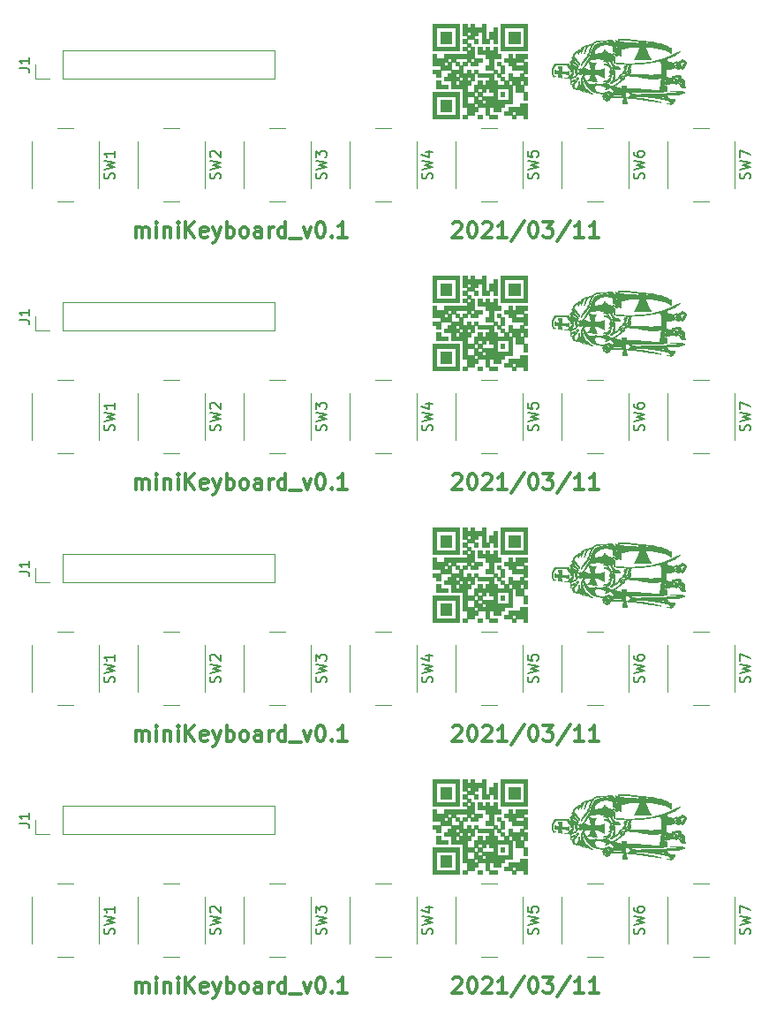
<source format=gbr>
%TF.GenerationSoftware,KiCad,Pcbnew,(5.1.7)-1*%
%TF.CreationDate,2021-03-20T09:03:10+03:00*%
%TF.ProjectId,mini_keyboard,6d696e69-5f6b-4657-9962-6f6172642e6b,v0.1*%
%TF.SameCoordinates,Original*%
%TF.FileFunction,Legend,Top*%
%TF.FilePolarity,Positive*%
%FSLAX46Y46*%
G04 Gerber Fmt 4.6, Leading zero omitted, Abs format (unit mm)*
G04 Created by KiCad (PCBNEW (5.1.7)-1) date 2021-03-20 09:03:10*
%MOMM*%
%LPD*%
G01*
G04 APERTURE LIST*
%ADD10C,0.300000*%
%ADD11C,0.010000*%
%ADD12C,0.120000*%
%ADD13C,0.150000*%
G04 APERTURE END LIST*
D10*
X104760000Y-43136428D02*
X104831428Y-43065000D01*
X104974285Y-42993571D01*
X105331428Y-42993571D01*
X105474285Y-43065000D01*
X105545714Y-43136428D01*
X105617142Y-43279285D01*
X105617142Y-43422142D01*
X105545714Y-43636428D01*
X104688571Y-44493571D01*
X105617142Y-44493571D01*
X106545714Y-42993571D02*
X106688571Y-42993571D01*
X106831428Y-43065000D01*
X106902857Y-43136428D01*
X106974285Y-43279285D01*
X107045714Y-43565000D01*
X107045714Y-43922142D01*
X106974285Y-44207857D01*
X106902857Y-44350714D01*
X106831428Y-44422142D01*
X106688571Y-44493571D01*
X106545714Y-44493571D01*
X106402857Y-44422142D01*
X106331428Y-44350714D01*
X106260000Y-44207857D01*
X106188571Y-43922142D01*
X106188571Y-43565000D01*
X106260000Y-43279285D01*
X106331428Y-43136428D01*
X106402857Y-43065000D01*
X106545714Y-42993571D01*
X107617142Y-43136428D02*
X107688571Y-43065000D01*
X107831428Y-42993571D01*
X108188571Y-42993571D01*
X108331428Y-43065000D01*
X108402857Y-43136428D01*
X108474285Y-43279285D01*
X108474285Y-43422142D01*
X108402857Y-43636428D01*
X107545714Y-44493571D01*
X108474285Y-44493571D01*
X109902857Y-44493571D02*
X109045714Y-44493571D01*
X109474285Y-44493571D02*
X109474285Y-42993571D01*
X109331428Y-43207857D01*
X109188571Y-43350714D01*
X109045714Y-43422142D01*
X111617142Y-42922142D02*
X110331428Y-44850714D01*
X112402857Y-42993571D02*
X112545714Y-42993571D01*
X112688571Y-43065000D01*
X112760000Y-43136428D01*
X112831428Y-43279285D01*
X112902857Y-43565000D01*
X112902857Y-43922142D01*
X112831428Y-44207857D01*
X112760000Y-44350714D01*
X112688571Y-44422142D01*
X112545714Y-44493571D01*
X112402857Y-44493571D01*
X112260000Y-44422142D01*
X112188571Y-44350714D01*
X112117142Y-44207857D01*
X112045714Y-43922142D01*
X112045714Y-43565000D01*
X112117142Y-43279285D01*
X112188571Y-43136428D01*
X112260000Y-43065000D01*
X112402857Y-42993571D01*
X113402857Y-42993571D02*
X114331428Y-42993571D01*
X113831428Y-43565000D01*
X114045714Y-43565000D01*
X114188571Y-43636428D01*
X114260000Y-43707857D01*
X114331428Y-43850714D01*
X114331428Y-44207857D01*
X114260000Y-44350714D01*
X114188571Y-44422142D01*
X114045714Y-44493571D01*
X113617142Y-44493571D01*
X113474285Y-44422142D01*
X113402857Y-44350714D01*
X116045714Y-42922142D02*
X114760000Y-44850714D01*
X117331428Y-44493571D02*
X116474285Y-44493571D01*
X116902857Y-44493571D02*
X116902857Y-42993571D01*
X116760000Y-43207857D01*
X116617142Y-43350714D01*
X116474285Y-43422142D01*
X118760000Y-44493571D02*
X117902857Y-44493571D01*
X118331428Y-44493571D02*
X118331428Y-42993571D01*
X118188571Y-43207857D01*
X118045714Y-43350714D01*
X117902857Y-43422142D01*
X104760000Y-67266428D02*
X104831428Y-67195000D01*
X104974285Y-67123571D01*
X105331428Y-67123571D01*
X105474285Y-67195000D01*
X105545714Y-67266428D01*
X105617142Y-67409285D01*
X105617142Y-67552142D01*
X105545714Y-67766428D01*
X104688571Y-68623571D01*
X105617142Y-68623571D01*
X106545714Y-67123571D02*
X106688571Y-67123571D01*
X106831428Y-67195000D01*
X106902857Y-67266428D01*
X106974285Y-67409285D01*
X107045714Y-67695000D01*
X107045714Y-68052142D01*
X106974285Y-68337857D01*
X106902857Y-68480714D01*
X106831428Y-68552142D01*
X106688571Y-68623571D01*
X106545714Y-68623571D01*
X106402857Y-68552142D01*
X106331428Y-68480714D01*
X106260000Y-68337857D01*
X106188571Y-68052142D01*
X106188571Y-67695000D01*
X106260000Y-67409285D01*
X106331428Y-67266428D01*
X106402857Y-67195000D01*
X106545714Y-67123571D01*
X107617142Y-67266428D02*
X107688571Y-67195000D01*
X107831428Y-67123571D01*
X108188571Y-67123571D01*
X108331428Y-67195000D01*
X108402857Y-67266428D01*
X108474285Y-67409285D01*
X108474285Y-67552142D01*
X108402857Y-67766428D01*
X107545714Y-68623571D01*
X108474285Y-68623571D01*
X109902857Y-68623571D02*
X109045714Y-68623571D01*
X109474285Y-68623571D02*
X109474285Y-67123571D01*
X109331428Y-67337857D01*
X109188571Y-67480714D01*
X109045714Y-67552142D01*
X111617142Y-67052142D02*
X110331428Y-68980714D01*
X112402857Y-67123571D02*
X112545714Y-67123571D01*
X112688571Y-67195000D01*
X112760000Y-67266428D01*
X112831428Y-67409285D01*
X112902857Y-67695000D01*
X112902857Y-68052142D01*
X112831428Y-68337857D01*
X112760000Y-68480714D01*
X112688571Y-68552142D01*
X112545714Y-68623571D01*
X112402857Y-68623571D01*
X112260000Y-68552142D01*
X112188571Y-68480714D01*
X112117142Y-68337857D01*
X112045714Y-68052142D01*
X112045714Y-67695000D01*
X112117142Y-67409285D01*
X112188571Y-67266428D01*
X112260000Y-67195000D01*
X112402857Y-67123571D01*
X113402857Y-67123571D02*
X114331428Y-67123571D01*
X113831428Y-67695000D01*
X114045714Y-67695000D01*
X114188571Y-67766428D01*
X114260000Y-67837857D01*
X114331428Y-67980714D01*
X114331428Y-68337857D01*
X114260000Y-68480714D01*
X114188571Y-68552142D01*
X114045714Y-68623571D01*
X113617142Y-68623571D01*
X113474285Y-68552142D01*
X113402857Y-68480714D01*
X116045714Y-67052142D02*
X114760000Y-68980714D01*
X117331428Y-68623571D02*
X116474285Y-68623571D01*
X116902857Y-68623571D02*
X116902857Y-67123571D01*
X116760000Y-67337857D01*
X116617142Y-67480714D01*
X116474285Y-67552142D01*
X118760000Y-68623571D02*
X117902857Y-68623571D01*
X118331428Y-68623571D02*
X118331428Y-67123571D01*
X118188571Y-67337857D01*
X118045714Y-67480714D01*
X117902857Y-67552142D01*
X104760000Y-91396428D02*
X104831428Y-91325000D01*
X104974285Y-91253571D01*
X105331428Y-91253571D01*
X105474285Y-91325000D01*
X105545714Y-91396428D01*
X105617142Y-91539285D01*
X105617142Y-91682142D01*
X105545714Y-91896428D01*
X104688571Y-92753571D01*
X105617142Y-92753571D01*
X106545714Y-91253571D02*
X106688571Y-91253571D01*
X106831428Y-91325000D01*
X106902857Y-91396428D01*
X106974285Y-91539285D01*
X107045714Y-91825000D01*
X107045714Y-92182142D01*
X106974285Y-92467857D01*
X106902857Y-92610714D01*
X106831428Y-92682142D01*
X106688571Y-92753571D01*
X106545714Y-92753571D01*
X106402857Y-92682142D01*
X106331428Y-92610714D01*
X106260000Y-92467857D01*
X106188571Y-92182142D01*
X106188571Y-91825000D01*
X106260000Y-91539285D01*
X106331428Y-91396428D01*
X106402857Y-91325000D01*
X106545714Y-91253571D01*
X107617142Y-91396428D02*
X107688571Y-91325000D01*
X107831428Y-91253571D01*
X108188571Y-91253571D01*
X108331428Y-91325000D01*
X108402857Y-91396428D01*
X108474285Y-91539285D01*
X108474285Y-91682142D01*
X108402857Y-91896428D01*
X107545714Y-92753571D01*
X108474285Y-92753571D01*
X109902857Y-92753571D02*
X109045714Y-92753571D01*
X109474285Y-92753571D02*
X109474285Y-91253571D01*
X109331428Y-91467857D01*
X109188571Y-91610714D01*
X109045714Y-91682142D01*
X111617142Y-91182142D02*
X110331428Y-93110714D01*
X112402857Y-91253571D02*
X112545714Y-91253571D01*
X112688571Y-91325000D01*
X112760000Y-91396428D01*
X112831428Y-91539285D01*
X112902857Y-91825000D01*
X112902857Y-92182142D01*
X112831428Y-92467857D01*
X112760000Y-92610714D01*
X112688571Y-92682142D01*
X112545714Y-92753571D01*
X112402857Y-92753571D01*
X112260000Y-92682142D01*
X112188571Y-92610714D01*
X112117142Y-92467857D01*
X112045714Y-92182142D01*
X112045714Y-91825000D01*
X112117142Y-91539285D01*
X112188571Y-91396428D01*
X112260000Y-91325000D01*
X112402857Y-91253571D01*
X113402857Y-91253571D02*
X114331428Y-91253571D01*
X113831428Y-91825000D01*
X114045714Y-91825000D01*
X114188571Y-91896428D01*
X114260000Y-91967857D01*
X114331428Y-92110714D01*
X114331428Y-92467857D01*
X114260000Y-92610714D01*
X114188571Y-92682142D01*
X114045714Y-92753571D01*
X113617142Y-92753571D01*
X113474285Y-92682142D01*
X113402857Y-92610714D01*
X116045714Y-91182142D02*
X114760000Y-93110714D01*
X117331428Y-92753571D02*
X116474285Y-92753571D01*
X116902857Y-92753571D02*
X116902857Y-91253571D01*
X116760000Y-91467857D01*
X116617142Y-91610714D01*
X116474285Y-91682142D01*
X118760000Y-92753571D02*
X117902857Y-92753571D01*
X118331428Y-92753571D02*
X118331428Y-91253571D01*
X118188571Y-91467857D01*
X118045714Y-91610714D01*
X117902857Y-91682142D01*
X104760000Y-115526428D02*
X104831428Y-115455000D01*
X104974285Y-115383571D01*
X105331428Y-115383571D01*
X105474285Y-115455000D01*
X105545714Y-115526428D01*
X105617142Y-115669285D01*
X105617142Y-115812142D01*
X105545714Y-116026428D01*
X104688571Y-116883571D01*
X105617142Y-116883571D01*
X106545714Y-115383571D02*
X106688571Y-115383571D01*
X106831428Y-115455000D01*
X106902857Y-115526428D01*
X106974285Y-115669285D01*
X107045714Y-115955000D01*
X107045714Y-116312142D01*
X106974285Y-116597857D01*
X106902857Y-116740714D01*
X106831428Y-116812142D01*
X106688571Y-116883571D01*
X106545714Y-116883571D01*
X106402857Y-116812142D01*
X106331428Y-116740714D01*
X106260000Y-116597857D01*
X106188571Y-116312142D01*
X106188571Y-115955000D01*
X106260000Y-115669285D01*
X106331428Y-115526428D01*
X106402857Y-115455000D01*
X106545714Y-115383571D01*
X107617142Y-115526428D02*
X107688571Y-115455000D01*
X107831428Y-115383571D01*
X108188571Y-115383571D01*
X108331428Y-115455000D01*
X108402857Y-115526428D01*
X108474285Y-115669285D01*
X108474285Y-115812142D01*
X108402857Y-116026428D01*
X107545714Y-116883571D01*
X108474285Y-116883571D01*
X109902857Y-116883571D02*
X109045714Y-116883571D01*
X109474285Y-116883571D02*
X109474285Y-115383571D01*
X109331428Y-115597857D01*
X109188571Y-115740714D01*
X109045714Y-115812142D01*
X111617142Y-115312142D02*
X110331428Y-117240714D01*
X112402857Y-115383571D02*
X112545714Y-115383571D01*
X112688571Y-115455000D01*
X112760000Y-115526428D01*
X112831428Y-115669285D01*
X112902857Y-115955000D01*
X112902857Y-116312142D01*
X112831428Y-116597857D01*
X112760000Y-116740714D01*
X112688571Y-116812142D01*
X112545714Y-116883571D01*
X112402857Y-116883571D01*
X112260000Y-116812142D01*
X112188571Y-116740714D01*
X112117142Y-116597857D01*
X112045714Y-116312142D01*
X112045714Y-115955000D01*
X112117142Y-115669285D01*
X112188571Y-115526428D01*
X112260000Y-115455000D01*
X112402857Y-115383571D01*
X113402857Y-115383571D02*
X114331428Y-115383571D01*
X113831428Y-115955000D01*
X114045714Y-115955000D01*
X114188571Y-116026428D01*
X114260000Y-116097857D01*
X114331428Y-116240714D01*
X114331428Y-116597857D01*
X114260000Y-116740714D01*
X114188571Y-116812142D01*
X114045714Y-116883571D01*
X113617142Y-116883571D01*
X113474285Y-116812142D01*
X113402857Y-116740714D01*
X116045714Y-115312142D02*
X114760000Y-117240714D01*
X117331428Y-116883571D02*
X116474285Y-116883571D01*
X116902857Y-116883571D02*
X116902857Y-115383571D01*
X116760000Y-115597857D01*
X116617142Y-115740714D01*
X116474285Y-115812142D01*
X118760000Y-116883571D02*
X117902857Y-116883571D01*
X118331428Y-116883571D02*
X118331428Y-115383571D01*
X118188571Y-115597857D01*
X118045714Y-115740714D01*
X117902857Y-115812142D01*
X74347857Y-116883571D02*
X74347857Y-115883571D01*
X74347857Y-116026428D02*
X74419285Y-115955000D01*
X74562142Y-115883571D01*
X74776428Y-115883571D01*
X74919285Y-115955000D01*
X74990714Y-116097857D01*
X74990714Y-116883571D01*
X74990714Y-116097857D02*
X75062142Y-115955000D01*
X75205000Y-115883571D01*
X75419285Y-115883571D01*
X75562142Y-115955000D01*
X75633571Y-116097857D01*
X75633571Y-116883571D01*
X76347857Y-116883571D02*
X76347857Y-115883571D01*
X76347857Y-115383571D02*
X76276428Y-115455000D01*
X76347857Y-115526428D01*
X76419285Y-115455000D01*
X76347857Y-115383571D01*
X76347857Y-115526428D01*
X77062142Y-115883571D02*
X77062142Y-116883571D01*
X77062142Y-116026428D02*
X77133571Y-115955000D01*
X77276428Y-115883571D01*
X77490714Y-115883571D01*
X77633571Y-115955000D01*
X77705000Y-116097857D01*
X77705000Y-116883571D01*
X78419285Y-116883571D02*
X78419285Y-115883571D01*
X78419285Y-115383571D02*
X78347857Y-115455000D01*
X78419285Y-115526428D01*
X78490714Y-115455000D01*
X78419285Y-115383571D01*
X78419285Y-115526428D01*
X79133571Y-116883571D02*
X79133571Y-115383571D01*
X79990714Y-116883571D02*
X79347857Y-116026428D01*
X79990714Y-115383571D02*
X79133571Y-116240714D01*
X81205000Y-116812142D02*
X81062142Y-116883571D01*
X80776428Y-116883571D01*
X80633571Y-116812142D01*
X80562142Y-116669285D01*
X80562142Y-116097857D01*
X80633571Y-115955000D01*
X80776428Y-115883571D01*
X81062142Y-115883571D01*
X81205000Y-115955000D01*
X81276428Y-116097857D01*
X81276428Y-116240714D01*
X80562142Y-116383571D01*
X81776428Y-115883571D02*
X82133571Y-116883571D01*
X82490714Y-115883571D02*
X82133571Y-116883571D01*
X81990714Y-117240714D01*
X81919285Y-117312142D01*
X81776428Y-117383571D01*
X83062142Y-116883571D02*
X83062142Y-115383571D01*
X83062142Y-115955000D02*
X83205000Y-115883571D01*
X83490714Y-115883571D01*
X83633571Y-115955000D01*
X83705000Y-116026428D01*
X83776428Y-116169285D01*
X83776428Y-116597857D01*
X83705000Y-116740714D01*
X83633571Y-116812142D01*
X83490714Y-116883571D01*
X83205000Y-116883571D01*
X83062142Y-116812142D01*
X84633571Y-116883571D02*
X84490714Y-116812142D01*
X84419285Y-116740714D01*
X84347857Y-116597857D01*
X84347857Y-116169285D01*
X84419285Y-116026428D01*
X84490714Y-115955000D01*
X84633571Y-115883571D01*
X84847857Y-115883571D01*
X84990714Y-115955000D01*
X85062142Y-116026428D01*
X85133571Y-116169285D01*
X85133571Y-116597857D01*
X85062142Y-116740714D01*
X84990714Y-116812142D01*
X84847857Y-116883571D01*
X84633571Y-116883571D01*
X86419285Y-116883571D02*
X86419285Y-116097857D01*
X86347857Y-115955000D01*
X86205000Y-115883571D01*
X85919285Y-115883571D01*
X85776428Y-115955000D01*
X86419285Y-116812142D02*
X86276428Y-116883571D01*
X85919285Y-116883571D01*
X85776428Y-116812142D01*
X85705000Y-116669285D01*
X85705000Y-116526428D01*
X85776428Y-116383571D01*
X85919285Y-116312142D01*
X86276428Y-116312142D01*
X86419285Y-116240714D01*
X87133571Y-116883571D02*
X87133571Y-115883571D01*
X87133571Y-116169285D02*
X87205000Y-116026428D01*
X87276428Y-115955000D01*
X87419285Y-115883571D01*
X87562142Y-115883571D01*
X88705000Y-116883571D02*
X88705000Y-115383571D01*
X88705000Y-116812142D02*
X88562142Y-116883571D01*
X88276428Y-116883571D01*
X88133571Y-116812142D01*
X88062142Y-116740714D01*
X87990714Y-116597857D01*
X87990714Y-116169285D01*
X88062142Y-116026428D01*
X88133571Y-115955000D01*
X88276428Y-115883571D01*
X88562142Y-115883571D01*
X88705000Y-115955000D01*
X89062142Y-117026428D02*
X90205000Y-117026428D01*
X90419285Y-115883571D02*
X90776428Y-116883571D01*
X91133571Y-115883571D01*
X91990714Y-115383571D02*
X92133571Y-115383571D01*
X92276428Y-115455000D01*
X92347857Y-115526428D01*
X92419285Y-115669285D01*
X92490714Y-115955000D01*
X92490714Y-116312142D01*
X92419285Y-116597857D01*
X92347857Y-116740714D01*
X92276428Y-116812142D01*
X92133571Y-116883571D01*
X91990714Y-116883571D01*
X91847857Y-116812142D01*
X91776428Y-116740714D01*
X91705000Y-116597857D01*
X91633571Y-116312142D01*
X91633571Y-115955000D01*
X91705000Y-115669285D01*
X91776428Y-115526428D01*
X91847857Y-115455000D01*
X91990714Y-115383571D01*
X93133571Y-116740714D02*
X93205000Y-116812142D01*
X93133571Y-116883571D01*
X93062142Y-116812142D01*
X93133571Y-116740714D01*
X93133571Y-116883571D01*
X94633571Y-116883571D02*
X93776428Y-116883571D01*
X94204999Y-116883571D02*
X94204999Y-115383571D01*
X94062142Y-115597857D01*
X93919285Y-115740714D01*
X93776428Y-115812142D01*
X74347857Y-92753571D02*
X74347857Y-91753571D01*
X74347857Y-91896428D02*
X74419285Y-91825000D01*
X74562142Y-91753571D01*
X74776428Y-91753571D01*
X74919285Y-91825000D01*
X74990714Y-91967857D01*
X74990714Y-92753571D01*
X74990714Y-91967857D02*
X75062142Y-91825000D01*
X75205000Y-91753571D01*
X75419285Y-91753571D01*
X75562142Y-91825000D01*
X75633571Y-91967857D01*
X75633571Y-92753571D01*
X76347857Y-92753571D02*
X76347857Y-91753571D01*
X76347857Y-91253571D02*
X76276428Y-91325000D01*
X76347857Y-91396428D01*
X76419285Y-91325000D01*
X76347857Y-91253571D01*
X76347857Y-91396428D01*
X77062142Y-91753571D02*
X77062142Y-92753571D01*
X77062142Y-91896428D02*
X77133571Y-91825000D01*
X77276428Y-91753571D01*
X77490714Y-91753571D01*
X77633571Y-91825000D01*
X77705000Y-91967857D01*
X77705000Y-92753571D01*
X78419285Y-92753571D02*
X78419285Y-91753571D01*
X78419285Y-91253571D02*
X78347857Y-91325000D01*
X78419285Y-91396428D01*
X78490714Y-91325000D01*
X78419285Y-91253571D01*
X78419285Y-91396428D01*
X79133571Y-92753571D02*
X79133571Y-91253571D01*
X79990714Y-92753571D02*
X79347857Y-91896428D01*
X79990714Y-91253571D02*
X79133571Y-92110714D01*
X81205000Y-92682142D02*
X81062142Y-92753571D01*
X80776428Y-92753571D01*
X80633571Y-92682142D01*
X80562142Y-92539285D01*
X80562142Y-91967857D01*
X80633571Y-91825000D01*
X80776428Y-91753571D01*
X81062142Y-91753571D01*
X81205000Y-91825000D01*
X81276428Y-91967857D01*
X81276428Y-92110714D01*
X80562142Y-92253571D01*
X81776428Y-91753571D02*
X82133571Y-92753571D01*
X82490714Y-91753571D02*
X82133571Y-92753571D01*
X81990714Y-93110714D01*
X81919285Y-93182142D01*
X81776428Y-93253571D01*
X83062142Y-92753571D02*
X83062142Y-91253571D01*
X83062142Y-91825000D02*
X83205000Y-91753571D01*
X83490714Y-91753571D01*
X83633571Y-91825000D01*
X83705000Y-91896428D01*
X83776428Y-92039285D01*
X83776428Y-92467857D01*
X83705000Y-92610714D01*
X83633571Y-92682142D01*
X83490714Y-92753571D01*
X83205000Y-92753571D01*
X83062142Y-92682142D01*
X84633571Y-92753571D02*
X84490714Y-92682142D01*
X84419285Y-92610714D01*
X84347857Y-92467857D01*
X84347857Y-92039285D01*
X84419285Y-91896428D01*
X84490714Y-91825000D01*
X84633571Y-91753571D01*
X84847857Y-91753571D01*
X84990714Y-91825000D01*
X85062142Y-91896428D01*
X85133571Y-92039285D01*
X85133571Y-92467857D01*
X85062142Y-92610714D01*
X84990714Y-92682142D01*
X84847857Y-92753571D01*
X84633571Y-92753571D01*
X86419285Y-92753571D02*
X86419285Y-91967857D01*
X86347857Y-91825000D01*
X86205000Y-91753571D01*
X85919285Y-91753571D01*
X85776428Y-91825000D01*
X86419285Y-92682142D02*
X86276428Y-92753571D01*
X85919285Y-92753571D01*
X85776428Y-92682142D01*
X85705000Y-92539285D01*
X85705000Y-92396428D01*
X85776428Y-92253571D01*
X85919285Y-92182142D01*
X86276428Y-92182142D01*
X86419285Y-92110714D01*
X87133571Y-92753571D02*
X87133571Y-91753571D01*
X87133571Y-92039285D02*
X87205000Y-91896428D01*
X87276428Y-91825000D01*
X87419285Y-91753571D01*
X87562142Y-91753571D01*
X88705000Y-92753571D02*
X88705000Y-91253571D01*
X88705000Y-92682142D02*
X88562142Y-92753571D01*
X88276428Y-92753571D01*
X88133571Y-92682142D01*
X88062142Y-92610714D01*
X87990714Y-92467857D01*
X87990714Y-92039285D01*
X88062142Y-91896428D01*
X88133571Y-91825000D01*
X88276428Y-91753571D01*
X88562142Y-91753571D01*
X88705000Y-91825000D01*
X89062142Y-92896428D02*
X90205000Y-92896428D01*
X90419285Y-91753571D02*
X90776428Y-92753571D01*
X91133571Y-91753571D01*
X91990714Y-91253571D02*
X92133571Y-91253571D01*
X92276428Y-91325000D01*
X92347857Y-91396428D01*
X92419285Y-91539285D01*
X92490714Y-91825000D01*
X92490714Y-92182142D01*
X92419285Y-92467857D01*
X92347857Y-92610714D01*
X92276428Y-92682142D01*
X92133571Y-92753571D01*
X91990714Y-92753571D01*
X91847857Y-92682142D01*
X91776428Y-92610714D01*
X91705000Y-92467857D01*
X91633571Y-92182142D01*
X91633571Y-91825000D01*
X91705000Y-91539285D01*
X91776428Y-91396428D01*
X91847857Y-91325000D01*
X91990714Y-91253571D01*
X93133571Y-92610714D02*
X93205000Y-92682142D01*
X93133571Y-92753571D01*
X93062142Y-92682142D01*
X93133571Y-92610714D01*
X93133571Y-92753571D01*
X94633571Y-92753571D02*
X93776428Y-92753571D01*
X94204999Y-92753571D02*
X94204999Y-91253571D01*
X94062142Y-91467857D01*
X93919285Y-91610714D01*
X93776428Y-91682142D01*
X74347857Y-68623571D02*
X74347857Y-67623571D01*
X74347857Y-67766428D02*
X74419285Y-67695000D01*
X74562142Y-67623571D01*
X74776428Y-67623571D01*
X74919285Y-67695000D01*
X74990714Y-67837857D01*
X74990714Y-68623571D01*
X74990714Y-67837857D02*
X75062142Y-67695000D01*
X75205000Y-67623571D01*
X75419285Y-67623571D01*
X75562142Y-67695000D01*
X75633571Y-67837857D01*
X75633571Y-68623571D01*
X76347857Y-68623571D02*
X76347857Y-67623571D01*
X76347857Y-67123571D02*
X76276428Y-67195000D01*
X76347857Y-67266428D01*
X76419285Y-67195000D01*
X76347857Y-67123571D01*
X76347857Y-67266428D01*
X77062142Y-67623571D02*
X77062142Y-68623571D01*
X77062142Y-67766428D02*
X77133571Y-67695000D01*
X77276428Y-67623571D01*
X77490714Y-67623571D01*
X77633571Y-67695000D01*
X77705000Y-67837857D01*
X77705000Y-68623571D01*
X78419285Y-68623571D02*
X78419285Y-67623571D01*
X78419285Y-67123571D02*
X78347857Y-67195000D01*
X78419285Y-67266428D01*
X78490714Y-67195000D01*
X78419285Y-67123571D01*
X78419285Y-67266428D01*
X79133571Y-68623571D02*
X79133571Y-67123571D01*
X79990714Y-68623571D02*
X79347857Y-67766428D01*
X79990714Y-67123571D02*
X79133571Y-67980714D01*
X81205000Y-68552142D02*
X81062142Y-68623571D01*
X80776428Y-68623571D01*
X80633571Y-68552142D01*
X80562142Y-68409285D01*
X80562142Y-67837857D01*
X80633571Y-67695000D01*
X80776428Y-67623571D01*
X81062142Y-67623571D01*
X81205000Y-67695000D01*
X81276428Y-67837857D01*
X81276428Y-67980714D01*
X80562142Y-68123571D01*
X81776428Y-67623571D02*
X82133571Y-68623571D01*
X82490714Y-67623571D02*
X82133571Y-68623571D01*
X81990714Y-68980714D01*
X81919285Y-69052142D01*
X81776428Y-69123571D01*
X83062142Y-68623571D02*
X83062142Y-67123571D01*
X83062142Y-67695000D02*
X83205000Y-67623571D01*
X83490714Y-67623571D01*
X83633571Y-67695000D01*
X83705000Y-67766428D01*
X83776428Y-67909285D01*
X83776428Y-68337857D01*
X83705000Y-68480714D01*
X83633571Y-68552142D01*
X83490714Y-68623571D01*
X83205000Y-68623571D01*
X83062142Y-68552142D01*
X84633571Y-68623571D02*
X84490714Y-68552142D01*
X84419285Y-68480714D01*
X84347857Y-68337857D01*
X84347857Y-67909285D01*
X84419285Y-67766428D01*
X84490714Y-67695000D01*
X84633571Y-67623571D01*
X84847857Y-67623571D01*
X84990714Y-67695000D01*
X85062142Y-67766428D01*
X85133571Y-67909285D01*
X85133571Y-68337857D01*
X85062142Y-68480714D01*
X84990714Y-68552142D01*
X84847857Y-68623571D01*
X84633571Y-68623571D01*
X86419285Y-68623571D02*
X86419285Y-67837857D01*
X86347857Y-67695000D01*
X86205000Y-67623571D01*
X85919285Y-67623571D01*
X85776428Y-67695000D01*
X86419285Y-68552142D02*
X86276428Y-68623571D01*
X85919285Y-68623571D01*
X85776428Y-68552142D01*
X85705000Y-68409285D01*
X85705000Y-68266428D01*
X85776428Y-68123571D01*
X85919285Y-68052142D01*
X86276428Y-68052142D01*
X86419285Y-67980714D01*
X87133571Y-68623571D02*
X87133571Y-67623571D01*
X87133571Y-67909285D02*
X87205000Y-67766428D01*
X87276428Y-67695000D01*
X87419285Y-67623571D01*
X87562142Y-67623571D01*
X88705000Y-68623571D02*
X88705000Y-67123571D01*
X88705000Y-68552142D02*
X88562142Y-68623571D01*
X88276428Y-68623571D01*
X88133571Y-68552142D01*
X88062142Y-68480714D01*
X87990714Y-68337857D01*
X87990714Y-67909285D01*
X88062142Y-67766428D01*
X88133571Y-67695000D01*
X88276428Y-67623571D01*
X88562142Y-67623571D01*
X88705000Y-67695000D01*
X89062142Y-68766428D02*
X90205000Y-68766428D01*
X90419285Y-67623571D02*
X90776428Y-68623571D01*
X91133571Y-67623571D01*
X91990714Y-67123571D02*
X92133571Y-67123571D01*
X92276428Y-67195000D01*
X92347857Y-67266428D01*
X92419285Y-67409285D01*
X92490714Y-67695000D01*
X92490714Y-68052142D01*
X92419285Y-68337857D01*
X92347857Y-68480714D01*
X92276428Y-68552142D01*
X92133571Y-68623571D01*
X91990714Y-68623571D01*
X91847857Y-68552142D01*
X91776428Y-68480714D01*
X91705000Y-68337857D01*
X91633571Y-68052142D01*
X91633571Y-67695000D01*
X91705000Y-67409285D01*
X91776428Y-67266428D01*
X91847857Y-67195000D01*
X91990714Y-67123571D01*
X93133571Y-68480714D02*
X93205000Y-68552142D01*
X93133571Y-68623571D01*
X93062142Y-68552142D01*
X93133571Y-68480714D01*
X93133571Y-68623571D01*
X94633571Y-68623571D02*
X93776428Y-68623571D01*
X94204999Y-68623571D02*
X94204999Y-67123571D01*
X94062142Y-67337857D01*
X93919285Y-67480714D01*
X93776428Y-67552142D01*
X74347857Y-44493571D02*
X74347857Y-43493571D01*
X74347857Y-43636428D02*
X74419285Y-43565000D01*
X74562142Y-43493571D01*
X74776428Y-43493571D01*
X74919285Y-43565000D01*
X74990714Y-43707857D01*
X74990714Y-44493571D01*
X74990714Y-43707857D02*
X75062142Y-43565000D01*
X75205000Y-43493571D01*
X75419285Y-43493571D01*
X75562142Y-43565000D01*
X75633571Y-43707857D01*
X75633571Y-44493571D01*
X76347857Y-44493571D02*
X76347857Y-43493571D01*
X76347857Y-42993571D02*
X76276428Y-43065000D01*
X76347857Y-43136428D01*
X76419285Y-43065000D01*
X76347857Y-42993571D01*
X76347857Y-43136428D01*
X77062142Y-43493571D02*
X77062142Y-44493571D01*
X77062142Y-43636428D02*
X77133571Y-43565000D01*
X77276428Y-43493571D01*
X77490714Y-43493571D01*
X77633571Y-43565000D01*
X77705000Y-43707857D01*
X77705000Y-44493571D01*
X78419285Y-44493571D02*
X78419285Y-43493571D01*
X78419285Y-42993571D02*
X78347857Y-43065000D01*
X78419285Y-43136428D01*
X78490714Y-43065000D01*
X78419285Y-42993571D01*
X78419285Y-43136428D01*
X79133571Y-44493571D02*
X79133571Y-42993571D01*
X79990714Y-44493571D02*
X79347857Y-43636428D01*
X79990714Y-42993571D02*
X79133571Y-43850714D01*
X81205000Y-44422142D02*
X81062142Y-44493571D01*
X80776428Y-44493571D01*
X80633571Y-44422142D01*
X80562142Y-44279285D01*
X80562142Y-43707857D01*
X80633571Y-43565000D01*
X80776428Y-43493571D01*
X81062142Y-43493571D01*
X81205000Y-43565000D01*
X81276428Y-43707857D01*
X81276428Y-43850714D01*
X80562142Y-43993571D01*
X81776428Y-43493571D02*
X82133571Y-44493571D01*
X82490714Y-43493571D02*
X82133571Y-44493571D01*
X81990714Y-44850714D01*
X81919285Y-44922142D01*
X81776428Y-44993571D01*
X83062142Y-44493571D02*
X83062142Y-42993571D01*
X83062142Y-43565000D02*
X83205000Y-43493571D01*
X83490714Y-43493571D01*
X83633571Y-43565000D01*
X83705000Y-43636428D01*
X83776428Y-43779285D01*
X83776428Y-44207857D01*
X83705000Y-44350714D01*
X83633571Y-44422142D01*
X83490714Y-44493571D01*
X83205000Y-44493571D01*
X83062142Y-44422142D01*
X84633571Y-44493571D02*
X84490714Y-44422142D01*
X84419285Y-44350714D01*
X84347857Y-44207857D01*
X84347857Y-43779285D01*
X84419285Y-43636428D01*
X84490714Y-43565000D01*
X84633571Y-43493571D01*
X84847857Y-43493571D01*
X84990714Y-43565000D01*
X85062142Y-43636428D01*
X85133571Y-43779285D01*
X85133571Y-44207857D01*
X85062142Y-44350714D01*
X84990714Y-44422142D01*
X84847857Y-44493571D01*
X84633571Y-44493571D01*
X86419285Y-44493571D02*
X86419285Y-43707857D01*
X86347857Y-43565000D01*
X86205000Y-43493571D01*
X85919285Y-43493571D01*
X85776428Y-43565000D01*
X86419285Y-44422142D02*
X86276428Y-44493571D01*
X85919285Y-44493571D01*
X85776428Y-44422142D01*
X85705000Y-44279285D01*
X85705000Y-44136428D01*
X85776428Y-43993571D01*
X85919285Y-43922142D01*
X86276428Y-43922142D01*
X86419285Y-43850714D01*
X87133571Y-44493571D02*
X87133571Y-43493571D01*
X87133571Y-43779285D02*
X87205000Y-43636428D01*
X87276428Y-43565000D01*
X87419285Y-43493571D01*
X87562142Y-43493571D01*
X88705000Y-44493571D02*
X88705000Y-42993571D01*
X88705000Y-44422142D02*
X88562142Y-44493571D01*
X88276428Y-44493571D01*
X88133571Y-44422142D01*
X88062142Y-44350714D01*
X87990714Y-44207857D01*
X87990714Y-43779285D01*
X88062142Y-43636428D01*
X88133571Y-43565000D01*
X88276428Y-43493571D01*
X88562142Y-43493571D01*
X88705000Y-43565000D01*
X89062142Y-44636428D02*
X90205000Y-44636428D01*
X90419285Y-43493571D02*
X90776428Y-44493571D01*
X91133571Y-43493571D01*
X91990714Y-42993571D02*
X92133571Y-42993571D01*
X92276428Y-43065000D01*
X92347857Y-43136428D01*
X92419285Y-43279285D01*
X92490714Y-43565000D01*
X92490714Y-43922142D01*
X92419285Y-44207857D01*
X92347857Y-44350714D01*
X92276428Y-44422142D01*
X92133571Y-44493571D01*
X91990714Y-44493571D01*
X91847857Y-44422142D01*
X91776428Y-44350714D01*
X91705000Y-44207857D01*
X91633571Y-43922142D01*
X91633571Y-43565000D01*
X91705000Y-43279285D01*
X91776428Y-43136428D01*
X91847857Y-43065000D01*
X91990714Y-42993571D01*
X93133571Y-44350714D02*
X93205000Y-44422142D01*
X93133571Y-44493571D01*
X93062142Y-44422142D01*
X93133571Y-44350714D01*
X93133571Y-44493571D01*
X94633571Y-44493571D02*
X93776428Y-44493571D01*
X94204999Y-44493571D02*
X94204999Y-42993571D01*
X94062142Y-43207857D01*
X93919285Y-43350714D01*
X93776428Y-43422142D01*
D11*
%TO.C,G\u002A\u002A\u002A*%
G36*
X111161286Y-25853571D02*
G01*
X110072714Y-25853571D01*
X110072714Y-24765000D01*
X111161286Y-24765000D01*
X111161286Y-25853571D01*
G37*
X111161286Y-25853571D02*
X110072714Y-25853571D01*
X110072714Y-24765000D01*
X111161286Y-24765000D01*
X111161286Y-25853571D01*
G36*
X104629857Y-25853571D02*
G01*
X103541286Y-25853571D01*
X103541286Y-24765000D01*
X104629857Y-24765000D01*
X104629857Y-25853571D01*
G37*
X104629857Y-25853571D02*
X103541286Y-25853571D01*
X103541286Y-24765000D01*
X104629857Y-24765000D01*
X104629857Y-25853571D01*
G36*
X105355571Y-28030714D02*
G01*
X104992714Y-28030714D01*
X104992714Y-27667857D01*
X105355571Y-27667857D01*
X105355571Y-28030714D01*
G37*
X105355571Y-28030714D02*
X104992714Y-28030714D01*
X104992714Y-27667857D01*
X105355571Y-27667857D01*
X105355571Y-28030714D01*
G36*
X109709857Y-30933571D02*
G01*
X109347000Y-30933571D01*
X109347000Y-30570714D01*
X109709857Y-30570714D01*
X109709857Y-30933571D01*
G37*
X109709857Y-30933571D02*
X109347000Y-30933571D01*
X109347000Y-30570714D01*
X109709857Y-30570714D01*
X109709857Y-30933571D01*
G36*
X107532714Y-30933571D02*
G01*
X107169857Y-30933571D01*
X107169857Y-30570714D01*
X107532714Y-30570714D01*
X107532714Y-30933571D01*
G37*
X107532714Y-30933571D02*
X107169857Y-30933571D01*
X107169857Y-30570714D01*
X107532714Y-30570714D01*
X107532714Y-30933571D01*
G36*
X104629857Y-32385000D02*
G01*
X103541286Y-32385000D01*
X103541286Y-31296428D01*
X104629857Y-31296428D01*
X104629857Y-32385000D01*
G37*
X104629857Y-32385000D02*
X103541286Y-32385000D01*
X103541286Y-31296428D01*
X104629857Y-31296428D01*
X104629857Y-32385000D01*
G36*
X111887000Y-26579285D02*
G01*
X109347000Y-26579285D01*
X109347000Y-24402142D01*
X109709857Y-24402142D01*
X109709857Y-26216428D01*
X111524143Y-26216428D01*
X111524143Y-24402142D01*
X109709857Y-24402142D01*
X109347000Y-24402142D01*
X109347000Y-24039285D01*
X111887000Y-24039285D01*
X111887000Y-26579285D01*
G37*
X111887000Y-26579285D02*
X109347000Y-26579285D01*
X109347000Y-24402142D01*
X109709857Y-24402142D01*
X109709857Y-26216428D01*
X111524143Y-26216428D01*
X111524143Y-24402142D01*
X109709857Y-24402142D01*
X109347000Y-24402142D01*
X109347000Y-24039285D01*
X111887000Y-24039285D01*
X111887000Y-26579285D01*
G36*
X105355571Y-26579285D02*
G01*
X102815571Y-26579285D01*
X102815571Y-24402142D01*
X103178428Y-24402142D01*
X103178428Y-26216428D01*
X104992714Y-26216428D01*
X104992714Y-24402142D01*
X103178428Y-24402142D01*
X102815571Y-24402142D01*
X102815571Y-24039285D01*
X105355571Y-24039285D01*
X105355571Y-26579285D01*
G37*
X105355571Y-26579285D02*
X102815571Y-26579285D01*
X102815571Y-24402142D01*
X103178428Y-24402142D01*
X103178428Y-26216428D01*
X104992714Y-26216428D01*
X104992714Y-24402142D01*
X103178428Y-24402142D01*
X102815571Y-24402142D01*
X102815571Y-24039285D01*
X105355571Y-24039285D01*
X105355571Y-26579285D01*
G36*
X103541286Y-29845000D02*
G01*
X104267000Y-29845000D01*
X104267000Y-30207857D01*
X103178428Y-30207857D01*
X103178428Y-29482142D01*
X103541286Y-29482142D01*
X103541286Y-29845000D01*
G37*
X103541286Y-29845000D02*
X104267000Y-29845000D01*
X104267000Y-30207857D01*
X103178428Y-30207857D01*
X103178428Y-29482142D01*
X103541286Y-29482142D01*
X103541286Y-29845000D01*
G36*
X111887000Y-33110714D02*
G01*
X111524143Y-33110714D01*
X111524143Y-32747857D01*
X110798428Y-32747857D01*
X110798428Y-33110714D01*
X110435571Y-33110714D01*
X110435571Y-32747857D01*
X109709857Y-32747857D01*
X109709857Y-32385000D01*
X110072714Y-32385000D01*
X110435571Y-32385000D01*
X110435571Y-32747857D01*
X110798428Y-32747857D01*
X110798428Y-32385000D01*
X110435571Y-32385000D01*
X110072714Y-32385000D01*
X110072714Y-32022142D01*
X111161286Y-32022142D01*
X111161286Y-31659285D01*
X111887000Y-31659285D01*
X111887000Y-33110714D01*
G37*
X111887000Y-33110714D02*
X111524143Y-33110714D01*
X111524143Y-32747857D01*
X110798428Y-32747857D01*
X110798428Y-33110714D01*
X110435571Y-33110714D01*
X110435571Y-32747857D01*
X109709857Y-32747857D01*
X109709857Y-32385000D01*
X110072714Y-32385000D01*
X110435571Y-32385000D01*
X110435571Y-32747857D01*
X110798428Y-32747857D01*
X110798428Y-32385000D01*
X110435571Y-32385000D01*
X110072714Y-32385000D01*
X110072714Y-32022142D01*
X111161286Y-32022142D01*
X111161286Y-31659285D01*
X111887000Y-31659285D01*
X111887000Y-33110714D01*
G36*
X107532714Y-33110714D02*
G01*
X107169857Y-33110714D01*
X107169857Y-32747857D01*
X107532714Y-32747857D01*
X107532714Y-33110714D01*
G37*
X107532714Y-33110714D02*
X107169857Y-33110714D01*
X107169857Y-32747857D01*
X107532714Y-32747857D01*
X107532714Y-33110714D01*
G36*
X106081286Y-27667857D02*
G01*
X106081286Y-28030714D01*
X105718428Y-28030714D01*
X105718428Y-28756428D01*
X106081286Y-28756428D01*
X106081286Y-28393571D01*
X106444143Y-28393571D01*
X106444143Y-28756428D01*
X106807000Y-28756428D01*
X106807000Y-28393571D01*
X107169857Y-28393571D01*
X107169857Y-28756428D01*
X108621286Y-28756428D01*
X108621286Y-29482142D01*
X108984143Y-29482142D01*
X108984143Y-29845000D01*
X109709857Y-29845000D01*
X109709857Y-29482142D01*
X109347000Y-29482142D01*
X109347000Y-29119285D01*
X108984143Y-29119285D01*
X108984143Y-28756428D01*
X108621286Y-28756428D01*
X108621286Y-28393571D01*
X108984143Y-28393571D01*
X108984143Y-28756428D01*
X109347000Y-28756428D01*
X109347000Y-29119285D01*
X109709857Y-29119285D01*
X109709857Y-29482142D01*
X110072714Y-29482142D01*
X110072714Y-29845000D01*
X110435571Y-29845000D01*
X110435571Y-29482142D01*
X111161286Y-29482142D01*
X111161286Y-29845000D01*
X111524143Y-29845000D01*
X111524143Y-29482142D01*
X111161286Y-29482142D01*
X110435571Y-29482142D01*
X110072714Y-29482142D01*
X110072714Y-28756428D01*
X110435571Y-28756428D01*
X110435571Y-29119285D01*
X111161286Y-29119285D01*
X111161286Y-28756428D01*
X111524143Y-28756428D01*
X111524143Y-29119285D01*
X111887000Y-29119285D01*
X111887000Y-29845000D01*
X111524143Y-29845000D01*
X111524143Y-30570714D01*
X110798428Y-30570714D01*
X110798428Y-29845000D01*
X110435571Y-29845000D01*
X110435571Y-31659285D01*
X109709857Y-31659285D01*
X109709857Y-32022142D01*
X109347000Y-32022142D01*
X109347000Y-32385000D01*
X108621286Y-32385000D01*
X108621286Y-32022142D01*
X108258428Y-32022142D01*
X108258428Y-32747857D01*
X107895571Y-32747857D01*
X107895571Y-32022142D01*
X107169857Y-32022142D01*
X107169857Y-32385000D01*
X106807000Y-32385000D01*
X106807000Y-32747857D01*
X106081286Y-32747857D01*
X106081286Y-32022142D01*
X106807000Y-32022142D01*
X107169857Y-32022142D01*
X107169857Y-31659285D01*
X107532714Y-31659285D01*
X107895571Y-31659285D01*
X107895571Y-31296428D01*
X107532714Y-31296428D01*
X107532714Y-31659285D01*
X107169857Y-31659285D01*
X106807000Y-31659285D01*
X106807000Y-32022142D01*
X106081286Y-32022142D01*
X105718428Y-32022142D01*
X105718428Y-30933571D01*
X106081286Y-30933571D01*
X106081286Y-31659285D01*
X106807000Y-31659285D01*
X106807000Y-30933571D01*
X106081286Y-30933571D01*
X105718428Y-30933571D01*
X105718428Y-30207857D01*
X104629857Y-30207857D01*
X104629857Y-29482142D01*
X104992714Y-29482142D01*
X104992714Y-29845000D01*
X105355571Y-29845000D01*
X106081286Y-29845000D01*
X106081286Y-30570714D01*
X106807000Y-30570714D01*
X106807000Y-30933571D01*
X107169857Y-30933571D01*
X107169857Y-31296428D01*
X107532714Y-31296428D01*
X107532714Y-30933571D01*
X108621286Y-30933571D01*
X108621286Y-30570714D01*
X108258428Y-30570714D01*
X108258428Y-30207857D01*
X108984143Y-30207857D01*
X108984143Y-31296428D01*
X110072714Y-31296428D01*
X110072714Y-30207857D01*
X108984143Y-30207857D01*
X108258428Y-30207857D01*
X107895571Y-30207857D01*
X107895571Y-30570714D01*
X107532714Y-30570714D01*
X107532714Y-30207857D01*
X107169857Y-30207857D01*
X107169857Y-30570714D01*
X106807000Y-30570714D01*
X106807000Y-29845000D01*
X107169857Y-29845000D01*
X107169857Y-29482142D01*
X107532714Y-29482142D01*
X107532714Y-29845000D01*
X107895571Y-29845000D01*
X107895571Y-29482142D01*
X108258428Y-29482142D01*
X108258428Y-29119285D01*
X107169857Y-29119285D01*
X107169857Y-28756428D01*
X106807000Y-28756428D01*
X106807000Y-29482142D01*
X106444143Y-29482142D01*
X106444143Y-29845000D01*
X106081286Y-29845000D01*
X105355571Y-29845000D01*
X105355571Y-29482142D01*
X104992714Y-29482142D01*
X104629857Y-29482142D01*
X103904143Y-29482142D01*
X103904143Y-29119285D01*
X104267000Y-29119285D01*
X104267000Y-28756428D01*
X104629857Y-28756428D01*
X104992714Y-28756428D01*
X104992714Y-29119285D01*
X105355571Y-29119285D01*
X105355571Y-29482142D01*
X105718428Y-29482142D01*
X105718428Y-29119285D01*
X106081286Y-29119285D01*
X106081286Y-29482142D01*
X106444143Y-29482142D01*
X106444143Y-29119285D01*
X106081286Y-29119285D01*
X105718428Y-29119285D01*
X105355571Y-29119285D01*
X105355571Y-28756428D01*
X104992714Y-28756428D01*
X104629857Y-28756428D01*
X104629857Y-28393571D01*
X105355571Y-28393571D01*
X105355571Y-28030714D01*
X105718428Y-28030714D01*
X105718428Y-27667857D01*
X106081286Y-27667857D01*
X106081286Y-27305000D01*
X104992714Y-27305000D01*
X104992714Y-27667857D01*
X104629857Y-27667857D01*
X104629857Y-28393571D01*
X103541286Y-28393571D01*
X103541286Y-28030714D01*
X102815571Y-28030714D01*
X102815571Y-27667857D01*
X103904143Y-27667857D01*
X103904143Y-28030714D01*
X104267000Y-28030714D01*
X104267000Y-27667857D01*
X103904143Y-27667857D01*
X102815571Y-27667857D01*
X102815571Y-26942142D01*
X103178428Y-26942142D01*
X103178428Y-27305000D01*
X103904143Y-27305000D01*
X104267000Y-27305000D01*
X104267000Y-27667857D01*
X104629857Y-27667857D01*
X104629857Y-27305000D01*
X104267000Y-27305000D01*
X103904143Y-27305000D01*
X103904143Y-26942142D01*
X106081286Y-26942142D01*
X106081286Y-26579285D01*
X106444143Y-26579285D01*
X106444143Y-26216428D01*
X106807000Y-26216428D01*
X106807000Y-27305000D01*
X106444143Y-27305000D01*
X106444143Y-27667857D01*
X106081286Y-27667857D01*
G37*
X106081286Y-27667857D02*
X106081286Y-28030714D01*
X105718428Y-28030714D01*
X105718428Y-28756428D01*
X106081286Y-28756428D01*
X106081286Y-28393571D01*
X106444143Y-28393571D01*
X106444143Y-28756428D01*
X106807000Y-28756428D01*
X106807000Y-28393571D01*
X107169857Y-28393571D01*
X107169857Y-28756428D01*
X108621286Y-28756428D01*
X108621286Y-29482142D01*
X108984143Y-29482142D01*
X108984143Y-29845000D01*
X109709857Y-29845000D01*
X109709857Y-29482142D01*
X109347000Y-29482142D01*
X109347000Y-29119285D01*
X108984143Y-29119285D01*
X108984143Y-28756428D01*
X108621286Y-28756428D01*
X108621286Y-28393571D01*
X108984143Y-28393571D01*
X108984143Y-28756428D01*
X109347000Y-28756428D01*
X109347000Y-29119285D01*
X109709857Y-29119285D01*
X109709857Y-29482142D01*
X110072714Y-29482142D01*
X110072714Y-29845000D01*
X110435571Y-29845000D01*
X110435571Y-29482142D01*
X111161286Y-29482142D01*
X111161286Y-29845000D01*
X111524143Y-29845000D01*
X111524143Y-29482142D01*
X111161286Y-29482142D01*
X110435571Y-29482142D01*
X110072714Y-29482142D01*
X110072714Y-28756428D01*
X110435571Y-28756428D01*
X110435571Y-29119285D01*
X111161286Y-29119285D01*
X111161286Y-28756428D01*
X111524143Y-28756428D01*
X111524143Y-29119285D01*
X111887000Y-29119285D01*
X111887000Y-29845000D01*
X111524143Y-29845000D01*
X111524143Y-30570714D01*
X110798428Y-30570714D01*
X110798428Y-29845000D01*
X110435571Y-29845000D01*
X110435571Y-31659285D01*
X109709857Y-31659285D01*
X109709857Y-32022142D01*
X109347000Y-32022142D01*
X109347000Y-32385000D01*
X108621286Y-32385000D01*
X108621286Y-32022142D01*
X108258428Y-32022142D01*
X108258428Y-32747857D01*
X107895571Y-32747857D01*
X107895571Y-32022142D01*
X107169857Y-32022142D01*
X107169857Y-32385000D01*
X106807000Y-32385000D01*
X106807000Y-32747857D01*
X106081286Y-32747857D01*
X106081286Y-32022142D01*
X106807000Y-32022142D01*
X107169857Y-32022142D01*
X107169857Y-31659285D01*
X107532714Y-31659285D01*
X107895571Y-31659285D01*
X107895571Y-31296428D01*
X107532714Y-31296428D01*
X107532714Y-31659285D01*
X107169857Y-31659285D01*
X106807000Y-31659285D01*
X106807000Y-32022142D01*
X106081286Y-32022142D01*
X105718428Y-32022142D01*
X105718428Y-30933571D01*
X106081286Y-30933571D01*
X106081286Y-31659285D01*
X106807000Y-31659285D01*
X106807000Y-30933571D01*
X106081286Y-30933571D01*
X105718428Y-30933571D01*
X105718428Y-30207857D01*
X104629857Y-30207857D01*
X104629857Y-29482142D01*
X104992714Y-29482142D01*
X104992714Y-29845000D01*
X105355571Y-29845000D01*
X106081286Y-29845000D01*
X106081286Y-30570714D01*
X106807000Y-30570714D01*
X106807000Y-30933571D01*
X107169857Y-30933571D01*
X107169857Y-31296428D01*
X107532714Y-31296428D01*
X107532714Y-30933571D01*
X108621286Y-30933571D01*
X108621286Y-30570714D01*
X108258428Y-30570714D01*
X108258428Y-30207857D01*
X108984143Y-30207857D01*
X108984143Y-31296428D01*
X110072714Y-31296428D01*
X110072714Y-30207857D01*
X108984143Y-30207857D01*
X108258428Y-30207857D01*
X107895571Y-30207857D01*
X107895571Y-30570714D01*
X107532714Y-30570714D01*
X107532714Y-30207857D01*
X107169857Y-30207857D01*
X107169857Y-30570714D01*
X106807000Y-30570714D01*
X106807000Y-29845000D01*
X107169857Y-29845000D01*
X107169857Y-29482142D01*
X107532714Y-29482142D01*
X107532714Y-29845000D01*
X107895571Y-29845000D01*
X107895571Y-29482142D01*
X108258428Y-29482142D01*
X108258428Y-29119285D01*
X107169857Y-29119285D01*
X107169857Y-28756428D01*
X106807000Y-28756428D01*
X106807000Y-29482142D01*
X106444143Y-29482142D01*
X106444143Y-29845000D01*
X106081286Y-29845000D01*
X105355571Y-29845000D01*
X105355571Y-29482142D01*
X104992714Y-29482142D01*
X104629857Y-29482142D01*
X103904143Y-29482142D01*
X103904143Y-29119285D01*
X104267000Y-29119285D01*
X104267000Y-28756428D01*
X104629857Y-28756428D01*
X104992714Y-28756428D01*
X104992714Y-29119285D01*
X105355571Y-29119285D01*
X105355571Y-29482142D01*
X105718428Y-29482142D01*
X105718428Y-29119285D01*
X106081286Y-29119285D01*
X106081286Y-29482142D01*
X106444143Y-29482142D01*
X106444143Y-29119285D01*
X106081286Y-29119285D01*
X105718428Y-29119285D01*
X105355571Y-29119285D01*
X105355571Y-28756428D01*
X104992714Y-28756428D01*
X104629857Y-28756428D01*
X104629857Y-28393571D01*
X105355571Y-28393571D01*
X105355571Y-28030714D01*
X105718428Y-28030714D01*
X105718428Y-27667857D01*
X106081286Y-27667857D01*
X106081286Y-27305000D01*
X104992714Y-27305000D01*
X104992714Y-27667857D01*
X104629857Y-27667857D01*
X104629857Y-28393571D01*
X103541286Y-28393571D01*
X103541286Y-28030714D01*
X102815571Y-28030714D01*
X102815571Y-27667857D01*
X103904143Y-27667857D01*
X103904143Y-28030714D01*
X104267000Y-28030714D01*
X104267000Y-27667857D01*
X103904143Y-27667857D01*
X102815571Y-27667857D01*
X102815571Y-26942142D01*
X103178428Y-26942142D01*
X103178428Y-27305000D01*
X103904143Y-27305000D01*
X104267000Y-27305000D01*
X104267000Y-27667857D01*
X104629857Y-27667857D01*
X104629857Y-27305000D01*
X104267000Y-27305000D01*
X103904143Y-27305000D01*
X103904143Y-26942142D01*
X106081286Y-26942142D01*
X106081286Y-26579285D01*
X106444143Y-26579285D01*
X106444143Y-26216428D01*
X106807000Y-26216428D01*
X106807000Y-27305000D01*
X106444143Y-27305000D01*
X106444143Y-27667857D01*
X106081286Y-27667857D01*
G36*
X106807000Y-27667857D02*
G01*
X106807000Y-27305000D01*
X107532714Y-27305000D01*
X107532714Y-27667857D01*
X107169857Y-27667857D01*
X107169857Y-28030714D01*
X106444143Y-28030714D01*
X106444143Y-27667857D01*
X106807000Y-27667857D01*
G37*
X106807000Y-27667857D02*
X106807000Y-27305000D01*
X107532714Y-27305000D01*
X107532714Y-27667857D01*
X107169857Y-27667857D01*
X107169857Y-28030714D01*
X106444143Y-28030714D01*
X106444143Y-27667857D01*
X106807000Y-27667857D01*
G36*
X109709857Y-28030714D02*
G01*
X109709857Y-28756428D01*
X109347000Y-28756428D01*
X109347000Y-28030714D01*
X109709857Y-28030714D01*
G37*
X109709857Y-28030714D02*
X109709857Y-28756428D01*
X109347000Y-28756428D01*
X109347000Y-28030714D01*
X109709857Y-28030714D01*
G36*
X107895571Y-28393571D02*
G01*
X107895571Y-28030714D01*
X108258428Y-28030714D01*
X108258428Y-27305000D01*
X107895571Y-27305000D01*
X107895571Y-26942142D01*
X107169857Y-26942142D01*
X107169857Y-26216428D01*
X107532714Y-26216428D01*
X107532714Y-26579285D01*
X107895571Y-26579285D01*
X107895571Y-26216428D01*
X108258428Y-26216428D01*
X108258428Y-26579285D01*
X108621286Y-26579285D01*
X108621286Y-26216428D01*
X108984143Y-26216428D01*
X108984143Y-26942142D01*
X109347000Y-26942142D01*
X109347000Y-27305000D01*
X108621286Y-27305000D01*
X108621286Y-28393571D01*
X107895571Y-28393571D01*
G37*
X107895571Y-28393571D02*
X107895571Y-28030714D01*
X108258428Y-28030714D01*
X108258428Y-27305000D01*
X107895571Y-27305000D01*
X107895571Y-26942142D01*
X107169857Y-26942142D01*
X107169857Y-26216428D01*
X107532714Y-26216428D01*
X107532714Y-26579285D01*
X107895571Y-26579285D01*
X107895571Y-26216428D01*
X108258428Y-26216428D01*
X108258428Y-26579285D01*
X108621286Y-26579285D01*
X108621286Y-26216428D01*
X108984143Y-26216428D01*
X108984143Y-26942142D01*
X109347000Y-26942142D01*
X109347000Y-27305000D01*
X108621286Y-27305000D01*
X108621286Y-28393571D01*
X107895571Y-28393571D01*
G36*
X111887000Y-27667857D02*
G01*
X111887000Y-28756428D01*
X111524143Y-28756428D01*
X111524143Y-28393571D01*
X110435571Y-28393571D01*
X110435571Y-28030714D01*
X110072714Y-28030714D01*
X110072714Y-27667857D01*
X110798428Y-27667857D01*
X110798428Y-28030714D01*
X111524143Y-28030714D01*
X111524143Y-27667857D01*
X110798428Y-27667857D01*
X110072714Y-27667857D01*
X109709857Y-27667857D01*
X109709857Y-27305000D01*
X110072714Y-27305000D01*
X110072714Y-26942142D01*
X110435571Y-26942142D01*
X110435571Y-27305000D01*
X110798428Y-27305000D01*
X110798428Y-26942142D01*
X111887000Y-26942142D01*
X111887000Y-27305000D01*
X111524143Y-27305000D01*
X111524143Y-27667857D01*
X111887000Y-27667857D01*
G37*
X111887000Y-27667857D02*
X111887000Y-28756428D01*
X111524143Y-28756428D01*
X111524143Y-28393571D01*
X110435571Y-28393571D01*
X110435571Y-28030714D01*
X110072714Y-28030714D01*
X110072714Y-27667857D01*
X110798428Y-27667857D01*
X110798428Y-28030714D01*
X111524143Y-28030714D01*
X111524143Y-27667857D01*
X110798428Y-27667857D01*
X110072714Y-27667857D01*
X109709857Y-27667857D01*
X109709857Y-27305000D01*
X110072714Y-27305000D01*
X110072714Y-26942142D01*
X110435571Y-26942142D01*
X110435571Y-27305000D01*
X110798428Y-27305000D01*
X110798428Y-26942142D01*
X111887000Y-26942142D01*
X111887000Y-27305000D01*
X111524143Y-27305000D01*
X111524143Y-27667857D01*
X111887000Y-27667857D01*
G36*
X108984143Y-28030714D02*
G01*
X108984143Y-27667857D01*
X109347000Y-27667857D01*
X109347000Y-28030714D01*
X108984143Y-28030714D01*
G37*
X108984143Y-28030714D02*
X108984143Y-27667857D01*
X109347000Y-27667857D01*
X109347000Y-28030714D01*
X108984143Y-28030714D01*
G36*
X111887000Y-30570714D02*
G01*
X111887000Y-31296428D01*
X111524143Y-31296428D01*
X111524143Y-30570714D01*
X111887000Y-30570714D01*
G37*
X111887000Y-30570714D02*
X111887000Y-31296428D01*
X111524143Y-31296428D01*
X111524143Y-30570714D01*
X111887000Y-30570714D01*
G36*
X108984143Y-32747857D02*
G01*
X108984143Y-33110714D01*
X108258428Y-33110714D01*
X108258428Y-32747857D01*
X108984143Y-32747857D01*
G37*
X108984143Y-32747857D02*
X108984143Y-33110714D01*
X108258428Y-33110714D01*
X108258428Y-32747857D01*
X108984143Y-32747857D01*
G36*
X108258428Y-25853571D02*
G01*
X107532714Y-25853571D01*
X107532714Y-24765000D01*
X107169857Y-24765000D01*
X107169857Y-25127857D01*
X106807000Y-25127857D01*
X106807000Y-25490714D01*
X106081286Y-25490714D01*
X106081286Y-25127857D01*
X105718428Y-25127857D01*
X105718428Y-24765000D01*
X106081286Y-24765000D01*
X106081286Y-25127857D01*
X106444143Y-25127857D01*
X106444143Y-24765000D01*
X106081286Y-24765000D01*
X105718428Y-24765000D01*
X105718428Y-24039285D01*
X106081286Y-24039285D01*
X106081286Y-24402142D01*
X106444143Y-24402142D01*
X106444143Y-24039285D01*
X106807000Y-24039285D01*
X106807000Y-24402142D01*
X107532714Y-24402142D01*
X107532714Y-24039285D01*
X107895571Y-24039285D01*
X107895571Y-25490714D01*
X108258428Y-25490714D01*
X108258428Y-25853571D01*
G37*
X108258428Y-25853571D02*
X107532714Y-25853571D01*
X107532714Y-24765000D01*
X107169857Y-24765000D01*
X107169857Y-25127857D01*
X106807000Y-25127857D01*
X106807000Y-25490714D01*
X106081286Y-25490714D01*
X106081286Y-25127857D01*
X105718428Y-25127857D01*
X105718428Y-24765000D01*
X106081286Y-24765000D01*
X106081286Y-25127857D01*
X106444143Y-25127857D01*
X106444143Y-24765000D01*
X106081286Y-24765000D01*
X105718428Y-24765000D01*
X105718428Y-24039285D01*
X106081286Y-24039285D01*
X106081286Y-24402142D01*
X106444143Y-24402142D01*
X106444143Y-24039285D01*
X106807000Y-24039285D01*
X106807000Y-24402142D01*
X107532714Y-24402142D01*
X107532714Y-24039285D01*
X107895571Y-24039285D01*
X107895571Y-25490714D01*
X108258428Y-25490714D01*
X108258428Y-25853571D01*
G36*
X106081286Y-33110714D02*
G01*
X105718428Y-33110714D01*
X105718428Y-32747857D01*
X106081286Y-32747857D01*
X106081286Y-33110714D01*
G37*
X106081286Y-33110714D02*
X105718428Y-33110714D01*
X105718428Y-32747857D01*
X106081286Y-32747857D01*
X106081286Y-33110714D01*
G36*
X105718428Y-26579285D02*
G01*
X105718428Y-26216428D01*
X106081286Y-26216428D01*
X106081286Y-26579285D01*
X105718428Y-26579285D01*
G37*
X105718428Y-26579285D02*
X105718428Y-26216428D01*
X106081286Y-26216428D01*
X106081286Y-26579285D01*
X105718428Y-26579285D01*
G36*
X106081286Y-25853571D02*
G01*
X106444143Y-25853571D01*
X106444143Y-26216428D01*
X106081286Y-26216428D01*
X106081286Y-25853571D01*
G37*
X106081286Y-25853571D02*
X106444143Y-25853571D01*
X106444143Y-26216428D01*
X106081286Y-26216428D01*
X106081286Y-25853571D01*
G36*
X105718428Y-25853571D02*
G01*
X105718428Y-25490714D01*
X106081286Y-25490714D01*
X106081286Y-25853571D01*
X105718428Y-25853571D01*
G37*
X105718428Y-25853571D02*
X105718428Y-25490714D01*
X106081286Y-25490714D01*
X106081286Y-25853571D01*
X105718428Y-25853571D01*
G36*
X108258428Y-24765000D02*
G01*
X108621286Y-24765000D01*
X108621286Y-24402142D01*
X108984143Y-24402142D01*
X108984143Y-25853571D01*
X108621286Y-25853571D01*
X108621286Y-25490714D01*
X108258428Y-25490714D01*
X108258428Y-24765000D01*
G37*
X108258428Y-24765000D02*
X108621286Y-24765000D01*
X108621286Y-24402142D01*
X108984143Y-24402142D01*
X108984143Y-25853571D01*
X108621286Y-25853571D01*
X108621286Y-25490714D01*
X108258428Y-25490714D01*
X108258428Y-24765000D01*
G36*
X107169857Y-25853571D02*
G01*
X106807000Y-25853571D01*
X106807000Y-25490714D01*
X107169857Y-25490714D01*
X107169857Y-25853571D01*
G37*
X107169857Y-25853571D02*
X106807000Y-25853571D01*
X106807000Y-25490714D01*
X107169857Y-25490714D01*
X107169857Y-25853571D01*
G36*
X103541286Y-29119285D02*
G01*
X103178428Y-29119285D01*
X103178428Y-28756428D01*
X102815571Y-28756428D01*
X102815571Y-28393571D01*
X103541286Y-28393571D01*
X103541286Y-29119285D01*
G37*
X103541286Y-29119285D02*
X103178428Y-29119285D01*
X103178428Y-28756428D01*
X102815571Y-28756428D01*
X102815571Y-28393571D01*
X103541286Y-28393571D01*
X103541286Y-29119285D01*
G36*
X105355571Y-33110714D02*
G01*
X102815571Y-33110714D01*
X102815571Y-30933571D01*
X103178428Y-30933571D01*
X103178428Y-32747857D01*
X104992714Y-32747857D01*
X104992714Y-30933571D01*
X103178428Y-30933571D01*
X102815571Y-30933571D01*
X102815571Y-30570714D01*
X105355571Y-30570714D01*
X105355571Y-33110714D01*
G37*
X105355571Y-33110714D02*
X102815571Y-33110714D01*
X102815571Y-30933571D01*
X103178428Y-30933571D01*
X103178428Y-32747857D01*
X104992714Y-32747857D01*
X104992714Y-30933571D01*
X103178428Y-30933571D01*
X102815571Y-30933571D01*
X102815571Y-30570714D01*
X105355571Y-30570714D01*
X105355571Y-33110714D01*
G36*
X105355571Y-57240714D02*
G01*
X102815571Y-57240714D01*
X102815571Y-55063571D01*
X103178428Y-55063571D01*
X103178428Y-56877857D01*
X104992714Y-56877857D01*
X104992714Y-55063571D01*
X103178428Y-55063571D01*
X102815571Y-55063571D01*
X102815571Y-54700714D01*
X105355571Y-54700714D01*
X105355571Y-57240714D01*
G37*
X105355571Y-57240714D02*
X102815571Y-57240714D01*
X102815571Y-55063571D01*
X103178428Y-55063571D01*
X103178428Y-56877857D01*
X104992714Y-56877857D01*
X104992714Y-55063571D01*
X103178428Y-55063571D01*
X102815571Y-55063571D01*
X102815571Y-54700714D01*
X105355571Y-54700714D01*
X105355571Y-57240714D01*
G36*
X103541286Y-53249285D02*
G01*
X103178428Y-53249285D01*
X103178428Y-52886428D01*
X102815571Y-52886428D01*
X102815571Y-52523571D01*
X103541286Y-52523571D01*
X103541286Y-53249285D01*
G37*
X103541286Y-53249285D02*
X103178428Y-53249285D01*
X103178428Y-52886428D01*
X102815571Y-52886428D01*
X102815571Y-52523571D01*
X103541286Y-52523571D01*
X103541286Y-53249285D01*
G36*
X107169857Y-49983571D02*
G01*
X106807000Y-49983571D01*
X106807000Y-49620714D01*
X107169857Y-49620714D01*
X107169857Y-49983571D01*
G37*
X107169857Y-49983571D02*
X106807000Y-49983571D01*
X106807000Y-49620714D01*
X107169857Y-49620714D01*
X107169857Y-49983571D01*
G36*
X108258428Y-48895000D02*
G01*
X108621286Y-48895000D01*
X108621286Y-48532142D01*
X108984143Y-48532142D01*
X108984143Y-49983571D01*
X108621286Y-49983571D01*
X108621286Y-49620714D01*
X108258428Y-49620714D01*
X108258428Y-48895000D01*
G37*
X108258428Y-48895000D02*
X108621286Y-48895000D01*
X108621286Y-48532142D01*
X108984143Y-48532142D01*
X108984143Y-49983571D01*
X108621286Y-49983571D01*
X108621286Y-49620714D01*
X108258428Y-49620714D01*
X108258428Y-48895000D01*
G36*
X105718428Y-49983571D02*
G01*
X105718428Y-49620714D01*
X106081286Y-49620714D01*
X106081286Y-49983571D01*
X105718428Y-49983571D01*
G37*
X105718428Y-49983571D02*
X105718428Y-49620714D01*
X106081286Y-49620714D01*
X106081286Y-49983571D01*
X105718428Y-49983571D01*
G36*
X106081286Y-49983571D02*
G01*
X106444143Y-49983571D01*
X106444143Y-50346428D01*
X106081286Y-50346428D01*
X106081286Y-49983571D01*
G37*
X106081286Y-49983571D02*
X106444143Y-49983571D01*
X106444143Y-50346428D01*
X106081286Y-50346428D01*
X106081286Y-49983571D01*
G36*
X105718428Y-50709285D02*
G01*
X105718428Y-50346428D01*
X106081286Y-50346428D01*
X106081286Y-50709285D01*
X105718428Y-50709285D01*
G37*
X105718428Y-50709285D02*
X105718428Y-50346428D01*
X106081286Y-50346428D01*
X106081286Y-50709285D01*
X105718428Y-50709285D01*
G36*
X106081286Y-57240714D02*
G01*
X105718428Y-57240714D01*
X105718428Y-56877857D01*
X106081286Y-56877857D01*
X106081286Y-57240714D01*
G37*
X106081286Y-57240714D02*
X105718428Y-57240714D01*
X105718428Y-56877857D01*
X106081286Y-56877857D01*
X106081286Y-57240714D01*
G36*
X108258428Y-49983571D02*
G01*
X107532714Y-49983571D01*
X107532714Y-48895000D01*
X107169857Y-48895000D01*
X107169857Y-49257857D01*
X106807000Y-49257857D01*
X106807000Y-49620714D01*
X106081286Y-49620714D01*
X106081286Y-49257857D01*
X105718428Y-49257857D01*
X105718428Y-48895000D01*
X106081286Y-48895000D01*
X106081286Y-49257857D01*
X106444143Y-49257857D01*
X106444143Y-48895000D01*
X106081286Y-48895000D01*
X105718428Y-48895000D01*
X105718428Y-48169285D01*
X106081286Y-48169285D01*
X106081286Y-48532142D01*
X106444143Y-48532142D01*
X106444143Y-48169285D01*
X106807000Y-48169285D01*
X106807000Y-48532142D01*
X107532714Y-48532142D01*
X107532714Y-48169285D01*
X107895571Y-48169285D01*
X107895571Y-49620714D01*
X108258428Y-49620714D01*
X108258428Y-49983571D01*
G37*
X108258428Y-49983571D02*
X107532714Y-49983571D01*
X107532714Y-48895000D01*
X107169857Y-48895000D01*
X107169857Y-49257857D01*
X106807000Y-49257857D01*
X106807000Y-49620714D01*
X106081286Y-49620714D01*
X106081286Y-49257857D01*
X105718428Y-49257857D01*
X105718428Y-48895000D01*
X106081286Y-48895000D01*
X106081286Y-49257857D01*
X106444143Y-49257857D01*
X106444143Y-48895000D01*
X106081286Y-48895000D01*
X105718428Y-48895000D01*
X105718428Y-48169285D01*
X106081286Y-48169285D01*
X106081286Y-48532142D01*
X106444143Y-48532142D01*
X106444143Y-48169285D01*
X106807000Y-48169285D01*
X106807000Y-48532142D01*
X107532714Y-48532142D01*
X107532714Y-48169285D01*
X107895571Y-48169285D01*
X107895571Y-49620714D01*
X108258428Y-49620714D01*
X108258428Y-49983571D01*
G36*
X108984143Y-56877857D02*
G01*
X108984143Y-57240714D01*
X108258428Y-57240714D01*
X108258428Y-56877857D01*
X108984143Y-56877857D01*
G37*
X108984143Y-56877857D02*
X108984143Y-57240714D01*
X108258428Y-57240714D01*
X108258428Y-56877857D01*
X108984143Y-56877857D01*
G36*
X111887000Y-54700714D02*
G01*
X111887000Y-55426428D01*
X111524143Y-55426428D01*
X111524143Y-54700714D01*
X111887000Y-54700714D01*
G37*
X111887000Y-54700714D02*
X111887000Y-55426428D01*
X111524143Y-55426428D01*
X111524143Y-54700714D01*
X111887000Y-54700714D01*
G36*
X108984143Y-52160714D02*
G01*
X108984143Y-51797857D01*
X109347000Y-51797857D01*
X109347000Y-52160714D01*
X108984143Y-52160714D01*
G37*
X108984143Y-52160714D02*
X108984143Y-51797857D01*
X109347000Y-51797857D01*
X109347000Y-52160714D01*
X108984143Y-52160714D01*
G36*
X111887000Y-51797857D02*
G01*
X111887000Y-52886428D01*
X111524143Y-52886428D01*
X111524143Y-52523571D01*
X110435571Y-52523571D01*
X110435571Y-52160714D01*
X110072714Y-52160714D01*
X110072714Y-51797857D01*
X110798428Y-51797857D01*
X110798428Y-52160714D01*
X111524143Y-52160714D01*
X111524143Y-51797857D01*
X110798428Y-51797857D01*
X110072714Y-51797857D01*
X109709857Y-51797857D01*
X109709857Y-51435000D01*
X110072714Y-51435000D01*
X110072714Y-51072142D01*
X110435571Y-51072142D01*
X110435571Y-51435000D01*
X110798428Y-51435000D01*
X110798428Y-51072142D01*
X111887000Y-51072142D01*
X111887000Y-51435000D01*
X111524143Y-51435000D01*
X111524143Y-51797857D01*
X111887000Y-51797857D01*
G37*
X111887000Y-51797857D02*
X111887000Y-52886428D01*
X111524143Y-52886428D01*
X111524143Y-52523571D01*
X110435571Y-52523571D01*
X110435571Y-52160714D01*
X110072714Y-52160714D01*
X110072714Y-51797857D01*
X110798428Y-51797857D01*
X110798428Y-52160714D01*
X111524143Y-52160714D01*
X111524143Y-51797857D01*
X110798428Y-51797857D01*
X110072714Y-51797857D01*
X109709857Y-51797857D01*
X109709857Y-51435000D01*
X110072714Y-51435000D01*
X110072714Y-51072142D01*
X110435571Y-51072142D01*
X110435571Y-51435000D01*
X110798428Y-51435000D01*
X110798428Y-51072142D01*
X111887000Y-51072142D01*
X111887000Y-51435000D01*
X111524143Y-51435000D01*
X111524143Y-51797857D01*
X111887000Y-51797857D01*
G36*
X107895571Y-52523571D02*
G01*
X107895571Y-52160714D01*
X108258428Y-52160714D01*
X108258428Y-51435000D01*
X107895571Y-51435000D01*
X107895571Y-51072142D01*
X107169857Y-51072142D01*
X107169857Y-50346428D01*
X107532714Y-50346428D01*
X107532714Y-50709285D01*
X107895571Y-50709285D01*
X107895571Y-50346428D01*
X108258428Y-50346428D01*
X108258428Y-50709285D01*
X108621286Y-50709285D01*
X108621286Y-50346428D01*
X108984143Y-50346428D01*
X108984143Y-51072142D01*
X109347000Y-51072142D01*
X109347000Y-51435000D01*
X108621286Y-51435000D01*
X108621286Y-52523571D01*
X107895571Y-52523571D01*
G37*
X107895571Y-52523571D02*
X107895571Y-52160714D01*
X108258428Y-52160714D01*
X108258428Y-51435000D01*
X107895571Y-51435000D01*
X107895571Y-51072142D01*
X107169857Y-51072142D01*
X107169857Y-50346428D01*
X107532714Y-50346428D01*
X107532714Y-50709285D01*
X107895571Y-50709285D01*
X107895571Y-50346428D01*
X108258428Y-50346428D01*
X108258428Y-50709285D01*
X108621286Y-50709285D01*
X108621286Y-50346428D01*
X108984143Y-50346428D01*
X108984143Y-51072142D01*
X109347000Y-51072142D01*
X109347000Y-51435000D01*
X108621286Y-51435000D01*
X108621286Y-52523571D01*
X107895571Y-52523571D01*
G36*
X109709857Y-52160714D02*
G01*
X109709857Y-52886428D01*
X109347000Y-52886428D01*
X109347000Y-52160714D01*
X109709857Y-52160714D01*
G37*
X109709857Y-52160714D02*
X109709857Y-52886428D01*
X109347000Y-52886428D01*
X109347000Y-52160714D01*
X109709857Y-52160714D01*
G36*
X106807000Y-51797857D02*
G01*
X106807000Y-51435000D01*
X107532714Y-51435000D01*
X107532714Y-51797857D01*
X107169857Y-51797857D01*
X107169857Y-52160714D01*
X106444143Y-52160714D01*
X106444143Y-51797857D01*
X106807000Y-51797857D01*
G37*
X106807000Y-51797857D02*
X106807000Y-51435000D01*
X107532714Y-51435000D01*
X107532714Y-51797857D01*
X107169857Y-51797857D01*
X107169857Y-52160714D01*
X106444143Y-52160714D01*
X106444143Y-51797857D01*
X106807000Y-51797857D01*
G36*
X106081286Y-51797857D02*
G01*
X106081286Y-52160714D01*
X105718428Y-52160714D01*
X105718428Y-52886428D01*
X106081286Y-52886428D01*
X106081286Y-52523571D01*
X106444143Y-52523571D01*
X106444143Y-52886428D01*
X106807000Y-52886428D01*
X106807000Y-52523571D01*
X107169857Y-52523571D01*
X107169857Y-52886428D01*
X108621286Y-52886428D01*
X108621286Y-53612142D01*
X108984143Y-53612142D01*
X108984143Y-53975000D01*
X109709857Y-53975000D01*
X109709857Y-53612142D01*
X109347000Y-53612142D01*
X109347000Y-53249285D01*
X108984143Y-53249285D01*
X108984143Y-52886428D01*
X108621286Y-52886428D01*
X108621286Y-52523571D01*
X108984143Y-52523571D01*
X108984143Y-52886428D01*
X109347000Y-52886428D01*
X109347000Y-53249285D01*
X109709857Y-53249285D01*
X109709857Y-53612142D01*
X110072714Y-53612142D01*
X110072714Y-53975000D01*
X110435571Y-53975000D01*
X110435571Y-53612142D01*
X111161286Y-53612142D01*
X111161286Y-53975000D01*
X111524143Y-53975000D01*
X111524143Y-53612142D01*
X111161286Y-53612142D01*
X110435571Y-53612142D01*
X110072714Y-53612142D01*
X110072714Y-52886428D01*
X110435571Y-52886428D01*
X110435571Y-53249285D01*
X111161286Y-53249285D01*
X111161286Y-52886428D01*
X111524143Y-52886428D01*
X111524143Y-53249285D01*
X111887000Y-53249285D01*
X111887000Y-53975000D01*
X111524143Y-53975000D01*
X111524143Y-54700714D01*
X110798428Y-54700714D01*
X110798428Y-53975000D01*
X110435571Y-53975000D01*
X110435571Y-55789285D01*
X109709857Y-55789285D01*
X109709857Y-56152142D01*
X109347000Y-56152142D01*
X109347000Y-56515000D01*
X108621286Y-56515000D01*
X108621286Y-56152142D01*
X108258428Y-56152142D01*
X108258428Y-56877857D01*
X107895571Y-56877857D01*
X107895571Y-56152142D01*
X107169857Y-56152142D01*
X107169857Y-56515000D01*
X106807000Y-56515000D01*
X106807000Y-56877857D01*
X106081286Y-56877857D01*
X106081286Y-56152142D01*
X106807000Y-56152142D01*
X107169857Y-56152142D01*
X107169857Y-55789285D01*
X107532714Y-55789285D01*
X107895571Y-55789285D01*
X107895571Y-55426428D01*
X107532714Y-55426428D01*
X107532714Y-55789285D01*
X107169857Y-55789285D01*
X106807000Y-55789285D01*
X106807000Y-56152142D01*
X106081286Y-56152142D01*
X105718428Y-56152142D01*
X105718428Y-55063571D01*
X106081286Y-55063571D01*
X106081286Y-55789285D01*
X106807000Y-55789285D01*
X106807000Y-55063571D01*
X106081286Y-55063571D01*
X105718428Y-55063571D01*
X105718428Y-54337857D01*
X104629857Y-54337857D01*
X104629857Y-53612142D01*
X104992714Y-53612142D01*
X104992714Y-53975000D01*
X105355571Y-53975000D01*
X106081286Y-53975000D01*
X106081286Y-54700714D01*
X106807000Y-54700714D01*
X106807000Y-55063571D01*
X107169857Y-55063571D01*
X107169857Y-55426428D01*
X107532714Y-55426428D01*
X107532714Y-55063571D01*
X108621286Y-55063571D01*
X108621286Y-54700714D01*
X108258428Y-54700714D01*
X108258428Y-54337857D01*
X108984143Y-54337857D01*
X108984143Y-55426428D01*
X110072714Y-55426428D01*
X110072714Y-54337857D01*
X108984143Y-54337857D01*
X108258428Y-54337857D01*
X107895571Y-54337857D01*
X107895571Y-54700714D01*
X107532714Y-54700714D01*
X107532714Y-54337857D01*
X107169857Y-54337857D01*
X107169857Y-54700714D01*
X106807000Y-54700714D01*
X106807000Y-53975000D01*
X107169857Y-53975000D01*
X107169857Y-53612142D01*
X107532714Y-53612142D01*
X107532714Y-53975000D01*
X107895571Y-53975000D01*
X107895571Y-53612142D01*
X108258428Y-53612142D01*
X108258428Y-53249285D01*
X107169857Y-53249285D01*
X107169857Y-52886428D01*
X106807000Y-52886428D01*
X106807000Y-53612142D01*
X106444143Y-53612142D01*
X106444143Y-53975000D01*
X106081286Y-53975000D01*
X105355571Y-53975000D01*
X105355571Y-53612142D01*
X104992714Y-53612142D01*
X104629857Y-53612142D01*
X103904143Y-53612142D01*
X103904143Y-53249285D01*
X104267000Y-53249285D01*
X104267000Y-52886428D01*
X104629857Y-52886428D01*
X104992714Y-52886428D01*
X104992714Y-53249285D01*
X105355571Y-53249285D01*
X105355571Y-53612142D01*
X105718428Y-53612142D01*
X105718428Y-53249285D01*
X106081286Y-53249285D01*
X106081286Y-53612142D01*
X106444143Y-53612142D01*
X106444143Y-53249285D01*
X106081286Y-53249285D01*
X105718428Y-53249285D01*
X105355571Y-53249285D01*
X105355571Y-52886428D01*
X104992714Y-52886428D01*
X104629857Y-52886428D01*
X104629857Y-52523571D01*
X105355571Y-52523571D01*
X105355571Y-52160714D01*
X105718428Y-52160714D01*
X105718428Y-51797857D01*
X106081286Y-51797857D01*
X106081286Y-51435000D01*
X104992714Y-51435000D01*
X104992714Y-51797857D01*
X104629857Y-51797857D01*
X104629857Y-52523571D01*
X103541286Y-52523571D01*
X103541286Y-52160714D01*
X102815571Y-52160714D01*
X102815571Y-51797857D01*
X103904143Y-51797857D01*
X103904143Y-52160714D01*
X104267000Y-52160714D01*
X104267000Y-51797857D01*
X103904143Y-51797857D01*
X102815571Y-51797857D01*
X102815571Y-51072142D01*
X103178428Y-51072142D01*
X103178428Y-51435000D01*
X103904143Y-51435000D01*
X104267000Y-51435000D01*
X104267000Y-51797857D01*
X104629857Y-51797857D01*
X104629857Y-51435000D01*
X104267000Y-51435000D01*
X103904143Y-51435000D01*
X103904143Y-51072142D01*
X106081286Y-51072142D01*
X106081286Y-50709285D01*
X106444143Y-50709285D01*
X106444143Y-50346428D01*
X106807000Y-50346428D01*
X106807000Y-51435000D01*
X106444143Y-51435000D01*
X106444143Y-51797857D01*
X106081286Y-51797857D01*
G37*
X106081286Y-51797857D02*
X106081286Y-52160714D01*
X105718428Y-52160714D01*
X105718428Y-52886428D01*
X106081286Y-52886428D01*
X106081286Y-52523571D01*
X106444143Y-52523571D01*
X106444143Y-52886428D01*
X106807000Y-52886428D01*
X106807000Y-52523571D01*
X107169857Y-52523571D01*
X107169857Y-52886428D01*
X108621286Y-52886428D01*
X108621286Y-53612142D01*
X108984143Y-53612142D01*
X108984143Y-53975000D01*
X109709857Y-53975000D01*
X109709857Y-53612142D01*
X109347000Y-53612142D01*
X109347000Y-53249285D01*
X108984143Y-53249285D01*
X108984143Y-52886428D01*
X108621286Y-52886428D01*
X108621286Y-52523571D01*
X108984143Y-52523571D01*
X108984143Y-52886428D01*
X109347000Y-52886428D01*
X109347000Y-53249285D01*
X109709857Y-53249285D01*
X109709857Y-53612142D01*
X110072714Y-53612142D01*
X110072714Y-53975000D01*
X110435571Y-53975000D01*
X110435571Y-53612142D01*
X111161286Y-53612142D01*
X111161286Y-53975000D01*
X111524143Y-53975000D01*
X111524143Y-53612142D01*
X111161286Y-53612142D01*
X110435571Y-53612142D01*
X110072714Y-53612142D01*
X110072714Y-52886428D01*
X110435571Y-52886428D01*
X110435571Y-53249285D01*
X111161286Y-53249285D01*
X111161286Y-52886428D01*
X111524143Y-52886428D01*
X111524143Y-53249285D01*
X111887000Y-53249285D01*
X111887000Y-53975000D01*
X111524143Y-53975000D01*
X111524143Y-54700714D01*
X110798428Y-54700714D01*
X110798428Y-53975000D01*
X110435571Y-53975000D01*
X110435571Y-55789285D01*
X109709857Y-55789285D01*
X109709857Y-56152142D01*
X109347000Y-56152142D01*
X109347000Y-56515000D01*
X108621286Y-56515000D01*
X108621286Y-56152142D01*
X108258428Y-56152142D01*
X108258428Y-56877857D01*
X107895571Y-56877857D01*
X107895571Y-56152142D01*
X107169857Y-56152142D01*
X107169857Y-56515000D01*
X106807000Y-56515000D01*
X106807000Y-56877857D01*
X106081286Y-56877857D01*
X106081286Y-56152142D01*
X106807000Y-56152142D01*
X107169857Y-56152142D01*
X107169857Y-55789285D01*
X107532714Y-55789285D01*
X107895571Y-55789285D01*
X107895571Y-55426428D01*
X107532714Y-55426428D01*
X107532714Y-55789285D01*
X107169857Y-55789285D01*
X106807000Y-55789285D01*
X106807000Y-56152142D01*
X106081286Y-56152142D01*
X105718428Y-56152142D01*
X105718428Y-55063571D01*
X106081286Y-55063571D01*
X106081286Y-55789285D01*
X106807000Y-55789285D01*
X106807000Y-55063571D01*
X106081286Y-55063571D01*
X105718428Y-55063571D01*
X105718428Y-54337857D01*
X104629857Y-54337857D01*
X104629857Y-53612142D01*
X104992714Y-53612142D01*
X104992714Y-53975000D01*
X105355571Y-53975000D01*
X106081286Y-53975000D01*
X106081286Y-54700714D01*
X106807000Y-54700714D01*
X106807000Y-55063571D01*
X107169857Y-55063571D01*
X107169857Y-55426428D01*
X107532714Y-55426428D01*
X107532714Y-55063571D01*
X108621286Y-55063571D01*
X108621286Y-54700714D01*
X108258428Y-54700714D01*
X108258428Y-54337857D01*
X108984143Y-54337857D01*
X108984143Y-55426428D01*
X110072714Y-55426428D01*
X110072714Y-54337857D01*
X108984143Y-54337857D01*
X108258428Y-54337857D01*
X107895571Y-54337857D01*
X107895571Y-54700714D01*
X107532714Y-54700714D01*
X107532714Y-54337857D01*
X107169857Y-54337857D01*
X107169857Y-54700714D01*
X106807000Y-54700714D01*
X106807000Y-53975000D01*
X107169857Y-53975000D01*
X107169857Y-53612142D01*
X107532714Y-53612142D01*
X107532714Y-53975000D01*
X107895571Y-53975000D01*
X107895571Y-53612142D01*
X108258428Y-53612142D01*
X108258428Y-53249285D01*
X107169857Y-53249285D01*
X107169857Y-52886428D01*
X106807000Y-52886428D01*
X106807000Y-53612142D01*
X106444143Y-53612142D01*
X106444143Y-53975000D01*
X106081286Y-53975000D01*
X105355571Y-53975000D01*
X105355571Y-53612142D01*
X104992714Y-53612142D01*
X104629857Y-53612142D01*
X103904143Y-53612142D01*
X103904143Y-53249285D01*
X104267000Y-53249285D01*
X104267000Y-52886428D01*
X104629857Y-52886428D01*
X104992714Y-52886428D01*
X104992714Y-53249285D01*
X105355571Y-53249285D01*
X105355571Y-53612142D01*
X105718428Y-53612142D01*
X105718428Y-53249285D01*
X106081286Y-53249285D01*
X106081286Y-53612142D01*
X106444143Y-53612142D01*
X106444143Y-53249285D01*
X106081286Y-53249285D01*
X105718428Y-53249285D01*
X105355571Y-53249285D01*
X105355571Y-52886428D01*
X104992714Y-52886428D01*
X104629857Y-52886428D01*
X104629857Y-52523571D01*
X105355571Y-52523571D01*
X105355571Y-52160714D01*
X105718428Y-52160714D01*
X105718428Y-51797857D01*
X106081286Y-51797857D01*
X106081286Y-51435000D01*
X104992714Y-51435000D01*
X104992714Y-51797857D01*
X104629857Y-51797857D01*
X104629857Y-52523571D01*
X103541286Y-52523571D01*
X103541286Y-52160714D01*
X102815571Y-52160714D01*
X102815571Y-51797857D01*
X103904143Y-51797857D01*
X103904143Y-52160714D01*
X104267000Y-52160714D01*
X104267000Y-51797857D01*
X103904143Y-51797857D01*
X102815571Y-51797857D01*
X102815571Y-51072142D01*
X103178428Y-51072142D01*
X103178428Y-51435000D01*
X103904143Y-51435000D01*
X104267000Y-51435000D01*
X104267000Y-51797857D01*
X104629857Y-51797857D01*
X104629857Y-51435000D01*
X104267000Y-51435000D01*
X103904143Y-51435000D01*
X103904143Y-51072142D01*
X106081286Y-51072142D01*
X106081286Y-50709285D01*
X106444143Y-50709285D01*
X106444143Y-50346428D01*
X106807000Y-50346428D01*
X106807000Y-51435000D01*
X106444143Y-51435000D01*
X106444143Y-51797857D01*
X106081286Y-51797857D01*
G36*
X107532714Y-57240714D02*
G01*
X107169857Y-57240714D01*
X107169857Y-56877857D01*
X107532714Y-56877857D01*
X107532714Y-57240714D01*
G37*
X107532714Y-57240714D02*
X107169857Y-57240714D01*
X107169857Y-56877857D01*
X107532714Y-56877857D01*
X107532714Y-57240714D01*
G36*
X111887000Y-57240714D02*
G01*
X111524143Y-57240714D01*
X111524143Y-56877857D01*
X110798428Y-56877857D01*
X110798428Y-57240714D01*
X110435571Y-57240714D01*
X110435571Y-56877857D01*
X109709857Y-56877857D01*
X109709857Y-56515000D01*
X110072714Y-56515000D01*
X110435571Y-56515000D01*
X110435571Y-56877857D01*
X110798428Y-56877857D01*
X110798428Y-56515000D01*
X110435571Y-56515000D01*
X110072714Y-56515000D01*
X110072714Y-56152142D01*
X111161286Y-56152142D01*
X111161286Y-55789285D01*
X111887000Y-55789285D01*
X111887000Y-57240714D01*
G37*
X111887000Y-57240714D02*
X111524143Y-57240714D01*
X111524143Y-56877857D01*
X110798428Y-56877857D01*
X110798428Y-57240714D01*
X110435571Y-57240714D01*
X110435571Y-56877857D01*
X109709857Y-56877857D01*
X109709857Y-56515000D01*
X110072714Y-56515000D01*
X110435571Y-56515000D01*
X110435571Y-56877857D01*
X110798428Y-56877857D01*
X110798428Y-56515000D01*
X110435571Y-56515000D01*
X110072714Y-56515000D01*
X110072714Y-56152142D01*
X111161286Y-56152142D01*
X111161286Y-55789285D01*
X111887000Y-55789285D01*
X111887000Y-57240714D01*
G36*
X103541286Y-53975000D02*
G01*
X104267000Y-53975000D01*
X104267000Y-54337857D01*
X103178428Y-54337857D01*
X103178428Y-53612142D01*
X103541286Y-53612142D01*
X103541286Y-53975000D01*
G37*
X103541286Y-53975000D02*
X104267000Y-53975000D01*
X104267000Y-54337857D01*
X103178428Y-54337857D01*
X103178428Y-53612142D01*
X103541286Y-53612142D01*
X103541286Y-53975000D01*
G36*
X105355571Y-50709285D02*
G01*
X102815571Y-50709285D01*
X102815571Y-48532142D01*
X103178428Y-48532142D01*
X103178428Y-50346428D01*
X104992714Y-50346428D01*
X104992714Y-48532142D01*
X103178428Y-48532142D01*
X102815571Y-48532142D01*
X102815571Y-48169285D01*
X105355571Y-48169285D01*
X105355571Y-50709285D01*
G37*
X105355571Y-50709285D02*
X102815571Y-50709285D01*
X102815571Y-48532142D01*
X103178428Y-48532142D01*
X103178428Y-50346428D01*
X104992714Y-50346428D01*
X104992714Y-48532142D01*
X103178428Y-48532142D01*
X102815571Y-48532142D01*
X102815571Y-48169285D01*
X105355571Y-48169285D01*
X105355571Y-50709285D01*
G36*
X111887000Y-50709285D02*
G01*
X109347000Y-50709285D01*
X109347000Y-48532142D01*
X109709857Y-48532142D01*
X109709857Y-50346428D01*
X111524143Y-50346428D01*
X111524143Y-48532142D01*
X109709857Y-48532142D01*
X109347000Y-48532142D01*
X109347000Y-48169285D01*
X111887000Y-48169285D01*
X111887000Y-50709285D01*
G37*
X111887000Y-50709285D02*
X109347000Y-50709285D01*
X109347000Y-48532142D01*
X109709857Y-48532142D01*
X109709857Y-50346428D01*
X111524143Y-50346428D01*
X111524143Y-48532142D01*
X109709857Y-48532142D01*
X109347000Y-48532142D01*
X109347000Y-48169285D01*
X111887000Y-48169285D01*
X111887000Y-50709285D01*
G36*
X104629857Y-56515000D02*
G01*
X103541286Y-56515000D01*
X103541286Y-55426428D01*
X104629857Y-55426428D01*
X104629857Y-56515000D01*
G37*
X104629857Y-56515000D02*
X103541286Y-56515000D01*
X103541286Y-55426428D01*
X104629857Y-55426428D01*
X104629857Y-56515000D01*
G36*
X107532714Y-55063571D02*
G01*
X107169857Y-55063571D01*
X107169857Y-54700714D01*
X107532714Y-54700714D01*
X107532714Y-55063571D01*
G37*
X107532714Y-55063571D02*
X107169857Y-55063571D01*
X107169857Y-54700714D01*
X107532714Y-54700714D01*
X107532714Y-55063571D01*
G36*
X109709857Y-55063571D02*
G01*
X109347000Y-55063571D01*
X109347000Y-54700714D01*
X109709857Y-54700714D01*
X109709857Y-55063571D01*
G37*
X109709857Y-55063571D02*
X109347000Y-55063571D01*
X109347000Y-54700714D01*
X109709857Y-54700714D01*
X109709857Y-55063571D01*
G36*
X105355571Y-52160714D02*
G01*
X104992714Y-52160714D01*
X104992714Y-51797857D01*
X105355571Y-51797857D01*
X105355571Y-52160714D01*
G37*
X105355571Y-52160714D02*
X104992714Y-52160714D01*
X104992714Y-51797857D01*
X105355571Y-51797857D01*
X105355571Y-52160714D01*
G36*
X104629857Y-49983571D02*
G01*
X103541286Y-49983571D01*
X103541286Y-48895000D01*
X104629857Y-48895000D01*
X104629857Y-49983571D01*
G37*
X104629857Y-49983571D02*
X103541286Y-49983571D01*
X103541286Y-48895000D01*
X104629857Y-48895000D01*
X104629857Y-49983571D01*
G36*
X111161286Y-49983571D02*
G01*
X110072714Y-49983571D01*
X110072714Y-48895000D01*
X111161286Y-48895000D01*
X111161286Y-49983571D01*
G37*
X111161286Y-49983571D02*
X110072714Y-49983571D01*
X110072714Y-48895000D01*
X111161286Y-48895000D01*
X111161286Y-49983571D01*
G36*
X111161286Y-74113571D02*
G01*
X110072714Y-74113571D01*
X110072714Y-73025000D01*
X111161286Y-73025000D01*
X111161286Y-74113571D01*
G37*
X111161286Y-74113571D02*
X110072714Y-74113571D01*
X110072714Y-73025000D01*
X111161286Y-73025000D01*
X111161286Y-74113571D01*
G36*
X104629857Y-74113571D02*
G01*
X103541286Y-74113571D01*
X103541286Y-73025000D01*
X104629857Y-73025000D01*
X104629857Y-74113571D01*
G37*
X104629857Y-74113571D02*
X103541286Y-74113571D01*
X103541286Y-73025000D01*
X104629857Y-73025000D01*
X104629857Y-74113571D01*
G36*
X105355571Y-76290714D02*
G01*
X104992714Y-76290714D01*
X104992714Y-75927857D01*
X105355571Y-75927857D01*
X105355571Y-76290714D01*
G37*
X105355571Y-76290714D02*
X104992714Y-76290714D01*
X104992714Y-75927857D01*
X105355571Y-75927857D01*
X105355571Y-76290714D01*
G36*
X109709857Y-79193571D02*
G01*
X109347000Y-79193571D01*
X109347000Y-78830714D01*
X109709857Y-78830714D01*
X109709857Y-79193571D01*
G37*
X109709857Y-79193571D02*
X109347000Y-79193571D01*
X109347000Y-78830714D01*
X109709857Y-78830714D01*
X109709857Y-79193571D01*
G36*
X107532714Y-79193571D02*
G01*
X107169857Y-79193571D01*
X107169857Y-78830714D01*
X107532714Y-78830714D01*
X107532714Y-79193571D01*
G37*
X107532714Y-79193571D02*
X107169857Y-79193571D01*
X107169857Y-78830714D01*
X107532714Y-78830714D01*
X107532714Y-79193571D01*
G36*
X104629857Y-80645000D02*
G01*
X103541286Y-80645000D01*
X103541286Y-79556428D01*
X104629857Y-79556428D01*
X104629857Y-80645000D01*
G37*
X104629857Y-80645000D02*
X103541286Y-80645000D01*
X103541286Y-79556428D01*
X104629857Y-79556428D01*
X104629857Y-80645000D01*
G36*
X111887000Y-74839285D02*
G01*
X109347000Y-74839285D01*
X109347000Y-72662142D01*
X109709857Y-72662142D01*
X109709857Y-74476428D01*
X111524143Y-74476428D01*
X111524143Y-72662142D01*
X109709857Y-72662142D01*
X109347000Y-72662142D01*
X109347000Y-72299285D01*
X111887000Y-72299285D01*
X111887000Y-74839285D01*
G37*
X111887000Y-74839285D02*
X109347000Y-74839285D01*
X109347000Y-72662142D01*
X109709857Y-72662142D01*
X109709857Y-74476428D01*
X111524143Y-74476428D01*
X111524143Y-72662142D01*
X109709857Y-72662142D01*
X109347000Y-72662142D01*
X109347000Y-72299285D01*
X111887000Y-72299285D01*
X111887000Y-74839285D01*
G36*
X105355571Y-74839285D02*
G01*
X102815571Y-74839285D01*
X102815571Y-72662142D01*
X103178428Y-72662142D01*
X103178428Y-74476428D01*
X104992714Y-74476428D01*
X104992714Y-72662142D01*
X103178428Y-72662142D01*
X102815571Y-72662142D01*
X102815571Y-72299285D01*
X105355571Y-72299285D01*
X105355571Y-74839285D01*
G37*
X105355571Y-74839285D02*
X102815571Y-74839285D01*
X102815571Y-72662142D01*
X103178428Y-72662142D01*
X103178428Y-74476428D01*
X104992714Y-74476428D01*
X104992714Y-72662142D01*
X103178428Y-72662142D01*
X102815571Y-72662142D01*
X102815571Y-72299285D01*
X105355571Y-72299285D01*
X105355571Y-74839285D01*
G36*
X103541286Y-78105000D02*
G01*
X104267000Y-78105000D01*
X104267000Y-78467857D01*
X103178428Y-78467857D01*
X103178428Y-77742142D01*
X103541286Y-77742142D01*
X103541286Y-78105000D01*
G37*
X103541286Y-78105000D02*
X104267000Y-78105000D01*
X104267000Y-78467857D01*
X103178428Y-78467857D01*
X103178428Y-77742142D01*
X103541286Y-77742142D01*
X103541286Y-78105000D01*
G36*
X111887000Y-81370714D02*
G01*
X111524143Y-81370714D01*
X111524143Y-81007857D01*
X110798428Y-81007857D01*
X110798428Y-81370714D01*
X110435571Y-81370714D01*
X110435571Y-81007857D01*
X109709857Y-81007857D01*
X109709857Y-80645000D01*
X110072714Y-80645000D01*
X110435571Y-80645000D01*
X110435571Y-81007857D01*
X110798428Y-81007857D01*
X110798428Y-80645000D01*
X110435571Y-80645000D01*
X110072714Y-80645000D01*
X110072714Y-80282142D01*
X111161286Y-80282142D01*
X111161286Y-79919285D01*
X111887000Y-79919285D01*
X111887000Y-81370714D01*
G37*
X111887000Y-81370714D02*
X111524143Y-81370714D01*
X111524143Y-81007857D01*
X110798428Y-81007857D01*
X110798428Y-81370714D01*
X110435571Y-81370714D01*
X110435571Y-81007857D01*
X109709857Y-81007857D01*
X109709857Y-80645000D01*
X110072714Y-80645000D01*
X110435571Y-80645000D01*
X110435571Y-81007857D01*
X110798428Y-81007857D01*
X110798428Y-80645000D01*
X110435571Y-80645000D01*
X110072714Y-80645000D01*
X110072714Y-80282142D01*
X111161286Y-80282142D01*
X111161286Y-79919285D01*
X111887000Y-79919285D01*
X111887000Y-81370714D01*
G36*
X107532714Y-81370714D02*
G01*
X107169857Y-81370714D01*
X107169857Y-81007857D01*
X107532714Y-81007857D01*
X107532714Y-81370714D01*
G37*
X107532714Y-81370714D02*
X107169857Y-81370714D01*
X107169857Y-81007857D01*
X107532714Y-81007857D01*
X107532714Y-81370714D01*
G36*
X106081286Y-75927857D02*
G01*
X106081286Y-76290714D01*
X105718428Y-76290714D01*
X105718428Y-77016428D01*
X106081286Y-77016428D01*
X106081286Y-76653571D01*
X106444143Y-76653571D01*
X106444143Y-77016428D01*
X106807000Y-77016428D01*
X106807000Y-76653571D01*
X107169857Y-76653571D01*
X107169857Y-77016428D01*
X108621286Y-77016428D01*
X108621286Y-77742142D01*
X108984143Y-77742142D01*
X108984143Y-78105000D01*
X109709857Y-78105000D01*
X109709857Y-77742142D01*
X109347000Y-77742142D01*
X109347000Y-77379285D01*
X108984143Y-77379285D01*
X108984143Y-77016428D01*
X108621286Y-77016428D01*
X108621286Y-76653571D01*
X108984143Y-76653571D01*
X108984143Y-77016428D01*
X109347000Y-77016428D01*
X109347000Y-77379285D01*
X109709857Y-77379285D01*
X109709857Y-77742142D01*
X110072714Y-77742142D01*
X110072714Y-78105000D01*
X110435571Y-78105000D01*
X110435571Y-77742142D01*
X111161286Y-77742142D01*
X111161286Y-78105000D01*
X111524143Y-78105000D01*
X111524143Y-77742142D01*
X111161286Y-77742142D01*
X110435571Y-77742142D01*
X110072714Y-77742142D01*
X110072714Y-77016428D01*
X110435571Y-77016428D01*
X110435571Y-77379285D01*
X111161286Y-77379285D01*
X111161286Y-77016428D01*
X111524143Y-77016428D01*
X111524143Y-77379285D01*
X111887000Y-77379285D01*
X111887000Y-78105000D01*
X111524143Y-78105000D01*
X111524143Y-78830714D01*
X110798428Y-78830714D01*
X110798428Y-78105000D01*
X110435571Y-78105000D01*
X110435571Y-79919285D01*
X109709857Y-79919285D01*
X109709857Y-80282142D01*
X109347000Y-80282142D01*
X109347000Y-80645000D01*
X108621286Y-80645000D01*
X108621286Y-80282142D01*
X108258428Y-80282142D01*
X108258428Y-81007857D01*
X107895571Y-81007857D01*
X107895571Y-80282142D01*
X107169857Y-80282142D01*
X107169857Y-80645000D01*
X106807000Y-80645000D01*
X106807000Y-81007857D01*
X106081286Y-81007857D01*
X106081286Y-80282142D01*
X106807000Y-80282142D01*
X107169857Y-80282142D01*
X107169857Y-79919285D01*
X107532714Y-79919285D01*
X107895571Y-79919285D01*
X107895571Y-79556428D01*
X107532714Y-79556428D01*
X107532714Y-79919285D01*
X107169857Y-79919285D01*
X106807000Y-79919285D01*
X106807000Y-80282142D01*
X106081286Y-80282142D01*
X105718428Y-80282142D01*
X105718428Y-79193571D01*
X106081286Y-79193571D01*
X106081286Y-79919285D01*
X106807000Y-79919285D01*
X106807000Y-79193571D01*
X106081286Y-79193571D01*
X105718428Y-79193571D01*
X105718428Y-78467857D01*
X104629857Y-78467857D01*
X104629857Y-77742142D01*
X104992714Y-77742142D01*
X104992714Y-78105000D01*
X105355571Y-78105000D01*
X106081286Y-78105000D01*
X106081286Y-78830714D01*
X106807000Y-78830714D01*
X106807000Y-79193571D01*
X107169857Y-79193571D01*
X107169857Y-79556428D01*
X107532714Y-79556428D01*
X107532714Y-79193571D01*
X108621286Y-79193571D01*
X108621286Y-78830714D01*
X108258428Y-78830714D01*
X108258428Y-78467857D01*
X108984143Y-78467857D01*
X108984143Y-79556428D01*
X110072714Y-79556428D01*
X110072714Y-78467857D01*
X108984143Y-78467857D01*
X108258428Y-78467857D01*
X107895571Y-78467857D01*
X107895571Y-78830714D01*
X107532714Y-78830714D01*
X107532714Y-78467857D01*
X107169857Y-78467857D01*
X107169857Y-78830714D01*
X106807000Y-78830714D01*
X106807000Y-78105000D01*
X107169857Y-78105000D01*
X107169857Y-77742142D01*
X107532714Y-77742142D01*
X107532714Y-78105000D01*
X107895571Y-78105000D01*
X107895571Y-77742142D01*
X108258428Y-77742142D01*
X108258428Y-77379285D01*
X107169857Y-77379285D01*
X107169857Y-77016428D01*
X106807000Y-77016428D01*
X106807000Y-77742142D01*
X106444143Y-77742142D01*
X106444143Y-78105000D01*
X106081286Y-78105000D01*
X105355571Y-78105000D01*
X105355571Y-77742142D01*
X104992714Y-77742142D01*
X104629857Y-77742142D01*
X103904143Y-77742142D01*
X103904143Y-77379285D01*
X104267000Y-77379285D01*
X104267000Y-77016428D01*
X104629857Y-77016428D01*
X104992714Y-77016428D01*
X104992714Y-77379285D01*
X105355571Y-77379285D01*
X105355571Y-77742142D01*
X105718428Y-77742142D01*
X105718428Y-77379285D01*
X106081286Y-77379285D01*
X106081286Y-77742142D01*
X106444143Y-77742142D01*
X106444143Y-77379285D01*
X106081286Y-77379285D01*
X105718428Y-77379285D01*
X105355571Y-77379285D01*
X105355571Y-77016428D01*
X104992714Y-77016428D01*
X104629857Y-77016428D01*
X104629857Y-76653571D01*
X105355571Y-76653571D01*
X105355571Y-76290714D01*
X105718428Y-76290714D01*
X105718428Y-75927857D01*
X106081286Y-75927857D01*
X106081286Y-75565000D01*
X104992714Y-75565000D01*
X104992714Y-75927857D01*
X104629857Y-75927857D01*
X104629857Y-76653571D01*
X103541286Y-76653571D01*
X103541286Y-76290714D01*
X102815571Y-76290714D01*
X102815571Y-75927857D01*
X103904143Y-75927857D01*
X103904143Y-76290714D01*
X104267000Y-76290714D01*
X104267000Y-75927857D01*
X103904143Y-75927857D01*
X102815571Y-75927857D01*
X102815571Y-75202142D01*
X103178428Y-75202142D01*
X103178428Y-75565000D01*
X103904143Y-75565000D01*
X104267000Y-75565000D01*
X104267000Y-75927857D01*
X104629857Y-75927857D01*
X104629857Y-75565000D01*
X104267000Y-75565000D01*
X103904143Y-75565000D01*
X103904143Y-75202142D01*
X106081286Y-75202142D01*
X106081286Y-74839285D01*
X106444143Y-74839285D01*
X106444143Y-74476428D01*
X106807000Y-74476428D01*
X106807000Y-75565000D01*
X106444143Y-75565000D01*
X106444143Y-75927857D01*
X106081286Y-75927857D01*
G37*
X106081286Y-75927857D02*
X106081286Y-76290714D01*
X105718428Y-76290714D01*
X105718428Y-77016428D01*
X106081286Y-77016428D01*
X106081286Y-76653571D01*
X106444143Y-76653571D01*
X106444143Y-77016428D01*
X106807000Y-77016428D01*
X106807000Y-76653571D01*
X107169857Y-76653571D01*
X107169857Y-77016428D01*
X108621286Y-77016428D01*
X108621286Y-77742142D01*
X108984143Y-77742142D01*
X108984143Y-78105000D01*
X109709857Y-78105000D01*
X109709857Y-77742142D01*
X109347000Y-77742142D01*
X109347000Y-77379285D01*
X108984143Y-77379285D01*
X108984143Y-77016428D01*
X108621286Y-77016428D01*
X108621286Y-76653571D01*
X108984143Y-76653571D01*
X108984143Y-77016428D01*
X109347000Y-77016428D01*
X109347000Y-77379285D01*
X109709857Y-77379285D01*
X109709857Y-77742142D01*
X110072714Y-77742142D01*
X110072714Y-78105000D01*
X110435571Y-78105000D01*
X110435571Y-77742142D01*
X111161286Y-77742142D01*
X111161286Y-78105000D01*
X111524143Y-78105000D01*
X111524143Y-77742142D01*
X111161286Y-77742142D01*
X110435571Y-77742142D01*
X110072714Y-77742142D01*
X110072714Y-77016428D01*
X110435571Y-77016428D01*
X110435571Y-77379285D01*
X111161286Y-77379285D01*
X111161286Y-77016428D01*
X111524143Y-77016428D01*
X111524143Y-77379285D01*
X111887000Y-77379285D01*
X111887000Y-78105000D01*
X111524143Y-78105000D01*
X111524143Y-78830714D01*
X110798428Y-78830714D01*
X110798428Y-78105000D01*
X110435571Y-78105000D01*
X110435571Y-79919285D01*
X109709857Y-79919285D01*
X109709857Y-80282142D01*
X109347000Y-80282142D01*
X109347000Y-80645000D01*
X108621286Y-80645000D01*
X108621286Y-80282142D01*
X108258428Y-80282142D01*
X108258428Y-81007857D01*
X107895571Y-81007857D01*
X107895571Y-80282142D01*
X107169857Y-80282142D01*
X107169857Y-80645000D01*
X106807000Y-80645000D01*
X106807000Y-81007857D01*
X106081286Y-81007857D01*
X106081286Y-80282142D01*
X106807000Y-80282142D01*
X107169857Y-80282142D01*
X107169857Y-79919285D01*
X107532714Y-79919285D01*
X107895571Y-79919285D01*
X107895571Y-79556428D01*
X107532714Y-79556428D01*
X107532714Y-79919285D01*
X107169857Y-79919285D01*
X106807000Y-79919285D01*
X106807000Y-80282142D01*
X106081286Y-80282142D01*
X105718428Y-80282142D01*
X105718428Y-79193571D01*
X106081286Y-79193571D01*
X106081286Y-79919285D01*
X106807000Y-79919285D01*
X106807000Y-79193571D01*
X106081286Y-79193571D01*
X105718428Y-79193571D01*
X105718428Y-78467857D01*
X104629857Y-78467857D01*
X104629857Y-77742142D01*
X104992714Y-77742142D01*
X104992714Y-78105000D01*
X105355571Y-78105000D01*
X106081286Y-78105000D01*
X106081286Y-78830714D01*
X106807000Y-78830714D01*
X106807000Y-79193571D01*
X107169857Y-79193571D01*
X107169857Y-79556428D01*
X107532714Y-79556428D01*
X107532714Y-79193571D01*
X108621286Y-79193571D01*
X108621286Y-78830714D01*
X108258428Y-78830714D01*
X108258428Y-78467857D01*
X108984143Y-78467857D01*
X108984143Y-79556428D01*
X110072714Y-79556428D01*
X110072714Y-78467857D01*
X108984143Y-78467857D01*
X108258428Y-78467857D01*
X107895571Y-78467857D01*
X107895571Y-78830714D01*
X107532714Y-78830714D01*
X107532714Y-78467857D01*
X107169857Y-78467857D01*
X107169857Y-78830714D01*
X106807000Y-78830714D01*
X106807000Y-78105000D01*
X107169857Y-78105000D01*
X107169857Y-77742142D01*
X107532714Y-77742142D01*
X107532714Y-78105000D01*
X107895571Y-78105000D01*
X107895571Y-77742142D01*
X108258428Y-77742142D01*
X108258428Y-77379285D01*
X107169857Y-77379285D01*
X107169857Y-77016428D01*
X106807000Y-77016428D01*
X106807000Y-77742142D01*
X106444143Y-77742142D01*
X106444143Y-78105000D01*
X106081286Y-78105000D01*
X105355571Y-78105000D01*
X105355571Y-77742142D01*
X104992714Y-77742142D01*
X104629857Y-77742142D01*
X103904143Y-77742142D01*
X103904143Y-77379285D01*
X104267000Y-77379285D01*
X104267000Y-77016428D01*
X104629857Y-77016428D01*
X104992714Y-77016428D01*
X104992714Y-77379285D01*
X105355571Y-77379285D01*
X105355571Y-77742142D01*
X105718428Y-77742142D01*
X105718428Y-77379285D01*
X106081286Y-77379285D01*
X106081286Y-77742142D01*
X106444143Y-77742142D01*
X106444143Y-77379285D01*
X106081286Y-77379285D01*
X105718428Y-77379285D01*
X105355571Y-77379285D01*
X105355571Y-77016428D01*
X104992714Y-77016428D01*
X104629857Y-77016428D01*
X104629857Y-76653571D01*
X105355571Y-76653571D01*
X105355571Y-76290714D01*
X105718428Y-76290714D01*
X105718428Y-75927857D01*
X106081286Y-75927857D01*
X106081286Y-75565000D01*
X104992714Y-75565000D01*
X104992714Y-75927857D01*
X104629857Y-75927857D01*
X104629857Y-76653571D01*
X103541286Y-76653571D01*
X103541286Y-76290714D01*
X102815571Y-76290714D01*
X102815571Y-75927857D01*
X103904143Y-75927857D01*
X103904143Y-76290714D01*
X104267000Y-76290714D01*
X104267000Y-75927857D01*
X103904143Y-75927857D01*
X102815571Y-75927857D01*
X102815571Y-75202142D01*
X103178428Y-75202142D01*
X103178428Y-75565000D01*
X103904143Y-75565000D01*
X104267000Y-75565000D01*
X104267000Y-75927857D01*
X104629857Y-75927857D01*
X104629857Y-75565000D01*
X104267000Y-75565000D01*
X103904143Y-75565000D01*
X103904143Y-75202142D01*
X106081286Y-75202142D01*
X106081286Y-74839285D01*
X106444143Y-74839285D01*
X106444143Y-74476428D01*
X106807000Y-74476428D01*
X106807000Y-75565000D01*
X106444143Y-75565000D01*
X106444143Y-75927857D01*
X106081286Y-75927857D01*
G36*
X106807000Y-75927857D02*
G01*
X106807000Y-75565000D01*
X107532714Y-75565000D01*
X107532714Y-75927857D01*
X107169857Y-75927857D01*
X107169857Y-76290714D01*
X106444143Y-76290714D01*
X106444143Y-75927857D01*
X106807000Y-75927857D01*
G37*
X106807000Y-75927857D02*
X106807000Y-75565000D01*
X107532714Y-75565000D01*
X107532714Y-75927857D01*
X107169857Y-75927857D01*
X107169857Y-76290714D01*
X106444143Y-76290714D01*
X106444143Y-75927857D01*
X106807000Y-75927857D01*
G36*
X109709857Y-76290714D02*
G01*
X109709857Y-77016428D01*
X109347000Y-77016428D01*
X109347000Y-76290714D01*
X109709857Y-76290714D01*
G37*
X109709857Y-76290714D02*
X109709857Y-77016428D01*
X109347000Y-77016428D01*
X109347000Y-76290714D01*
X109709857Y-76290714D01*
G36*
X107895571Y-76653571D02*
G01*
X107895571Y-76290714D01*
X108258428Y-76290714D01*
X108258428Y-75565000D01*
X107895571Y-75565000D01*
X107895571Y-75202142D01*
X107169857Y-75202142D01*
X107169857Y-74476428D01*
X107532714Y-74476428D01*
X107532714Y-74839285D01*
X107895571Y-74839285D01*
X107895571Y-74476428D01*
X108258428Y-74476428D01*
X108258428Y-74839285D01*
X108621286Y-74839285D01*
X108621286Y-74476428D01*
X108984143Y-74476428D01*
X108984143Y-75202142D01*
X109347000Y-75202142D01*
X109347000Y-75565000D01*
X108621286Y-75565000D01*
X108621286Y-76653571D01*
X107895571Y-76653571D01*
G37*
X107895571Y-76653571D02*
X107895571Y-76290714D01*
X108258428Y-76290714D01*
X108258428Y-75565000D01*
X107895571Y-75565000D01*
X107895571Y-75202142D01*
X107169857Y-75202142D01*
X107169857Y-74476428D01*
X107532714Y-74476428D01*
X107532714Y-74839285D01*
X107895571Y-74839285D01*
X107895571Y-74476428D01*
X108258428Y-74476428D01*
X108258428Y-74839285D01*
X108621286Y-74839285D01*
X108621286Y-74476428D01*
X108984143Y-74476428D01*
X108984143Y-75202142D01*
X109347000Y-75202142D01*
X109347000Y-75565000D01*
X108621286Y-75565000D01*
X108621286Y-76653571D01*
X107895571Y-76653571D01*
G36*
X111887000Y-75927857D02*
G01*
X111887000Y-77016428D01*
X111524143Y-77016428D01*
X111524143Y-76653571D01*
X110435571Y-76653571D01*
X110435571Y-76290714D01*
X110072714Y-76290714D01*
X110072714Y-75927857D01*
X110798428Y-75927857D01*
X110798428Y-76290714D01*
X111524143Y-76290714D01*
X111524143Y-75927857D01*
X110798428Y-75927857D01*
X110072714Y-75927857D01*
X109709857Y-75927857D01*
X109709857Y-75565000D01*
X110072714Y-75565000D01*
X110072714Y-75202142D01*
X110435571Y-75202142D01*
X110435571Y-75565000D01*
X110798428Y-75565000D01*
X110798428Y-75202142D01*
X111887000Y-75202142D01*
X111887000Y-75565000D01*
X111524143Y-75565000D01*
X111524143Y-75927857D01*
X111887000Y-75927857D01*
G37*
X111887000Y-75927857D02*
X111887000Y-77016428D01*
X111524143Y-77016428D01*
X111524143Y-76653571D01*
X110435571Y-76653571D01*
X110435571Y-76290714D01*
X110072714Y-76290714D01*
X110072714Y-75927857D01*
X110798428Y-75927857D01*
X110798428Y-76290714D01*
X111524143Y-76290714D01*
X111524143Y-75927857D01*
X110798428Y-75927857D01*
X110072714Y-75927857D01*
X109709857Y-75927857D01*
X109709857Y-75565000D01*
X110072714Y-75565000D01*
X110072714Y-75202142D01*
X110435571Y-75202142D01*
X110435571Y-75565000D01*
X110798428Y-75565000D01*
X110798428Y-75202142D01*
X111887000Y-75202142D01*
X111887000Y-75565000D01*
X111524143Y-75565000D01*
X111524143Y-75927857D01*
X111887000Y-75927857D01*
G36*
X108984143Y-76290714D02*
G01*
X108984143Y-75927857D01*
X109347000Y-75927857D01*
X109347000Y-76290714D01*
X108984143Y-76290714D01*
G37*
X108984143Y-76290714D02*
X108984143Y-75927857D01*
X109347000Y-75927857D01*
X109347000Y-76290714D01*
X108984143Y-76290714D01*
G36*
X111887000Y-78830714D02*
G01*
X111887000Y-79556428D01*
X111524143Y-79556428D01*
X111524143Y-78830714D01*
X111887000Y-78830714D01*
G37*
X111887000Y-78830714D02*
X111887000Y-79556428D01*
X111524143Y-79556428D01*
X111524143Y-78830714D01*
X111887000Y-78830714D01*
G36*
X108984143Y-81007857D02*
G01*
X108984143Y-81370714D01*
X108258428Y-81370714D01*
X108258428Y-81007857D01*
X108984143Y-81007857D01*
G37*
X108984143Y-81007857D02*
X108984143Y-81370714D01*
X108258428Y-81370714D01*
X108258428Y-81007857D01*
X108984143Y-81007857D01*
G36*
X108258428Y-74113571D02*
G01*
X107532714Y-74113571D01*
X107532714Y-73025000D01*
X107169857Y-73025000D01*
X107169857Y-73387857D01*
X106807000Y-73387857D01*
X106807000Y-73750714D01*
X106081286Y-73750714D01*
X106081286Y-73387857D01*
X105718428Y-73387857D01*
X105718428Y-73025000D01*
X106081286Y-73025000D01*
X106081286Y-73387857D01*
X106444143Y-73387857D01*
X106444143Y-73025000D01*
X106081286Y-73025000D01*
X105718428Y-73025000D01*
X105718428Y-72299285D01*
X106081286Y-72299285D01*
X106081286Y-72662142D01*
X106444143Y-72662142D01*
X106444143Y-72299285D01*
X106807000Y-72299285D01*
X106807000Y-72662142D01*
X107532714Y-72662142D01*
X107532714Y-72299285D01*
X107895571Y-72299285D01*
X107895571Y-73750714D01*
X108258428Y-73750714D01*
X108258428Y-74113571D01*
G37*
X108258428Y-74113571D02*
X107532714Y-74113571D01*
X107532714Y-73025000D01*
X107169857Y-73025000D01*
X107169857Y-73387857D01*
X106807000Y-73387857D01*
X106807000Y-73750714D01*
X106081286Y-73750714D01*
X106081286Y-73387857D01*
X105718428Y-73387857D01*
X105718428Y-73025000D01*
X106081286Y-73025000D01*
X106081286Y-73387857D01*
X106444143Y-73387857D01*
X106444143Y-73025000D01*
X106081286Y-73025000D01*
X105718428Y-73025000D01*
X105718428Y-72299285D01*
X106081286Y-72299285D01*
X106081286Y-72662142D01*
X106444143Y-72662142D01*
X106444143Y-72299285D01*
X106807000Y-72299285D01*
X106807000Y-72662142D01*
X107532714Y-72662142D01*
X107532714Y-72299285D01*
X107895571Y-72299285D01*
X107895571Y-73750714D01*
X108258428Y-73750714D01*
X108258428Y-74113571D01*
G36*
X106081286Y-81370714D02*
G01*
X105718428Y-81370714D01*
X105718428Y-81007857D01*
X106081286Y-81007857D01*
X106081286Y-81370714D01*
G37*
X106081286Y-81370714D02*
X105718428Y-81370714D01*
X105718428Y-81007857D01*
X106081286Y-81007857D01*
X106081286Y-81370714D01*
G36*
X105718428Y-74839285D02*
G01*
X105718428Y-74476428D01*
X106081286Y-74476428D01*
X106081286Y-74839285D01*
X105718428Y-74839285D01*
G37*
X105718428Y-74839285D02*
X105718428Y-74476428D01*
X106081286Y-74476428D01*
X106081286Y-74839285D01*
X105718428Y-74839285D01*
G36*
X106081286Y-74113571D02*
G01*
X106444143Y-74113571D01*
X106444143Y-74476428D01*
X106081286Y-74476428D01*
X106081286Y-74113571D01*
G37*
X106081286Y-74113571D02*
X106444143Y-74113571D01*
X106444143Y-74476428D01*
X106081286Y-74476428D01*
X106081286Y-74113571D01*
G36*
X105718428Y-74113571D02*
G01*
X105718428Y-73750714D01*
X106081286Y-73750714D01*
X106081286Y-74113571D01*
X105718428Y-74113571D01*
G37*
X105718428Y-74113571D02*
X105718428Y-73750714D01*
X106081286Y-73750714D01*
X106081286Y-74113571D01*
X105718428Y-74113571D01*
G36*
X108258428Y-73025000D02*
G01*
X108621286Y-73025000D01*
X108621286Y-72662142D01*
X108984143Y-72662142D01*
X108984143Y-74113571D01*
X108621286Y-74113571D01*
X108621286Y-73750714D01*
X108258428Y-73750714D01*
X108258428Y-73025000D01*
G37*
X108258428Y-73025000D02*
X108621286Y-73025000D01*
X108621286Y-72662142D01*
X108984143Y-72662142D01*
X108984143Y-74113571D01*
X108621286Y-74113571D01*
X108621286Y-73750714D01*
X108258428Y-73750714D01*
X108258428Y-73025000D01*
G36*
X107169857Y-74113571D02*
G01*
X106807000Y-74113571D01*
X106807000Y-73750714D01*
X107169857Y-73750714D01*
X107169857Y-74113571D01*
G37*
X107169857Y-74113571D02*
X106807000Y-74113571D01*
X106807000Y-73750714D01*
X107169857Y-73750714D01*
X107169857Y-74113571D01*
G36*
X103541286Y-77379285D02*
G01*
X103178428Y-77379285D01*
X103178428Y-77016428D01*
X102815571Y-77016428D01*
X102815571Y-76653571D01*
X103541286Y-76653571D01*
X103541286Y-77379285D01*
G37*
X103541286Y-77379285D02*
X103178428Y-77379285D01*
X103178428Y-77016428D01*
X102815571Y-77016428D01*
X102815571Y-76653571D01*
X103541286Y-76653571D01*
X103541286Y-77379285D01*
G36*
X105355571Y-81370714D02*
G01*
X102815571Y-81370714D01*
X102815571Y-79193571D01*
X103178428Y-79193571D01*
X103178428Y-81007857D01*
X104992714Y-81007857D01*
X104992714Y-79193571D01*
X103178428Y-79193571D01*
X102815571Y-79193571D01*
X102815571Y-78830714D01*
X105355571Y-78830714D01*
X105355571Y-81370714D01*
G37*
X105355571Y-81370714D02*
X102815571Y-81370714D01*
X102815571Y-79193571D01*
X103178428Y-79193571D01*
X103178428Y-81007857D01*
X104992714Y-81007857D01*
X104992714Y-79193571D01*
X103178428Y-79193571D01*
X102815571Y-79193571D01*
X102815571Y-78830714D01*
X105355571Y-78830714D01*
X105355571Y-81370714D01*
G36*
X105355571Y-105500714D02*
G01*
X102815571Y-105500714D01*
X102815571Y-103323571D01*
X103178428Y-103323571D01*
X103178428Y-105137857D01*
X104992714Y-105137857D01*
X104992714Y-103323571D01*
X103178428Y-103323571D01*
X102815571Y-103323571D01*
X102815571Y-102960714D01*
X105355571Y-102960714D01*
X105355571Y-105500714D01*
G37*
X105355571Y-105500714D02*
X102815571Y-105500714D01*
X102815571Y-103323571D01*
X103178428Y-103323571D01*
X103178428Y-105137857D01*
X104992714Y-105137857D01*
X104992714Y-103323571D01*
X103178428Y-103323571D01*
X102815571Y-103323571D01*
X102815571Y-102960714D01*
X105355571Y-102960714D01*
X105355571Y-105500714D01*
G36*
X103541286Y-101509285D02*
G01*
X103178428Y-101509285D01*
X103178428Y-101146428D01*
X102815571Y-101146428D01*
X102815571Y-100783571D01*
X103541286Y-100783571D01*
X103541286Y-101509285D01*
G37*
X103541286Y-101509285D02*
X103178428Y-101509285D01*
X103178428Y-101146428D01*
X102815571Y-101146428D01*
X102815571Y-100783571D01*
X103541286Y-100783571D01*
X103541286Y-101509285D01*
G36*
X107169857Y-98243571D02*
G01*
X106807000Y-98243571D01*
X106807000Y-97880714D01*
X107169857Y-97880714D01*
X107169857Y-98243571D01*
G37*
X107169857Y-98243571D02*
X106807000Y-98243571D01*
X106807000Y-97880714D01*
X107169857Y-97880714D01*
X107169857Y-98243571D01*
G36*
X108258428Y-97155000D02*
G01*
X108621286Y-97155000D01*
X108621286Y-96792142D01*
X108984143Y-96792142D01*
X108984143Y-98243571D01*
X108621286Y-98243571D01*
X108621286Y-97880714D01*
X108258428Y-97880714D01*
X108258428Y-97155000D01*
G37*
X108258428Y-97155000D02*
X108621286Y-97155000D01*
X108621286Y-96792142D01*
X108984143Y-96792142D01*
X108984143Y-98243571D01*
X108621286Y-98243571D01*
X108621286Y-97880714D01*
X108258428Y-97880714D01*
X108258428Y-97155000D01*
G36*
X105718428Y-98243571D02*
G01*
X105718428Y-97880714D01*
X106081286Y-97880714D01*
X106081286Y-98243571D01*
X105718428Y-98243571D01*
G37*
X105718428Y-98243571D02*
X105718428Y-97880714D01*
X106081286Y-97880714D01*
X106081286Y-98243571D01*
X105718428Y-98243571D01*
G36*
X106081286Y-98243571D02*
G01*
X106444143Y-98243571D01*
X106444143Y-98606428D01*
X106081286Y-98606428D01*
X106081286Y-98243571D01*
G37*
X106081286Y-98243571D02*
X106444143Y-98243571D01*
X106444143Y-98606428D01*
X106081286Y-98606428D01*
X106081286Y-98243571D01*
G36*
X105718428Y-98969285D02*
G01*
X105718428Y-98606428D01*
X106081286Y-98606428D01*
X106081286Y-98969285D01*
X105718428Y-98969285D01*
G37*
X105718428Y-98969285D02*
X105718428Y-98606428D01*
X106081286Y-98606428D01*
X106081286Y-98969285D01*
X105718428Y-98969285D01*
G36*
X106081286Y-105500714D02*
G01*
X105718428Y-105500714D01*
X105718428Y-105137857D01*
X106081286Y-105137857D01*
X106081286Y-105500714D01*
G37*
X106081286Y-105500714D02*
X105718428Y-105500714D01*
X105718428Y-105137857D01*
X106081286Y-105137857D01*
X106081286Y-105500714D01*
G36*
X108258428Y-98243571D02*
G01*
X107532714Y-98243571D01*
X107532714Y-97155000D01*
X107169857Y-97155000D01*
X107169857Y-97517857D01*
X106807000Y-97517857D01*
X106807000Y-97880714D01*
X106081286Y-97880714D01*
X106081286Y-97517857D01*
X105718428Y-97517857D01*
X105718428Y-97155000D01*
X106081286Y-97155000D01*
X106081286Y-97517857D01*
X106444143Y-97517857D01*
X106444143Y-97155000D01*
X106081286Y-97155000D01*
X105718428Y-97155000D01*
X105718428Y-96429285D01*
X106081286Y-96429285D01*
X106081286Y-96792142D01*
X106444143Y-96792142D01*
X106444143Y-96429285D01*
X106807000Y-96429285D01*
X106807000Y-96792142D01*
X107532714Y-96792142D01*
X107532714Y-96429285D01*
X107895571Y-96429285D01*
X107895571Y-97880714D01*
X108258428Y-97880714D01*
X108258428Y-98243571D01*
G37*
X108258428Y-98243571D02*
X107532714Y-98243571D01*
X107532714Y-97155000D01*
X107169857Y-97155000D01*
X107169857Y-97517857D01*
X106807000Y-97517857D01*
X106807000Y-97880714D01*
X106081286Y-97880714D01*
X106081286Y-97517857D01*
X105718428Y-97517857D01*
X105718428Y-97155000D01*
X106081286Y-97155000D01*
X106081286Y-97517857D01*
X106444143Y-97517857D01*
X106444143Y-97155000D01*
X106081286Y-97155000D01*
X105718428Y-97155000D01*
X105718428Y-96429285D01*
X106081286Y-96429285D01*
X106081286Y-96792142D01*
X106444143Y-96792142D01*
X106444143Y-96429285D01*
X106807000Y-96429285D01*
X106807000Y-96792142D01*
X107532714Y-96792142D01*
X107532714Y-96429285D01*
X107895571Y-96429285D01*
X107895571Y-97880714D01*
X108258428Y-97880714D01*
X108258428Y-98243571D01*
G36*
X108984143Y-105137857D02*
G01*
X108984143Y-105500714D01*
X108258428Y-105500714D01*
X108258428Y-105137857D01*
X108984143Y-105137857D01*
G37*
X108984143Y-105137857D02*
X108984143Y-105500714D01*
X108258428Y-105500714D01*
X108258428Y-105137857D01*
X108984143Y-105137857D01*
G36*
X111887000Y-102960714D02*
G01*
X111887000Y-103686428D01*
X111524143Y-103686428D01*
X111524143Y-102960714D01*
X111887000Y-102960714D01*
G37*
X111887000Y-102960714D02*
X111887000Y-103686428D01*
X111524143Y-103686428D01*
X111524143Y-102960714D01*
X111887000Y-102960714D01*
G36*
X108984143Y-100420714D02*
G01*
X108984143Y-100057857D01*
X109347000Y-100057857D01*
X109347000Y-100420714D01*
X108984143Y-100420714D01*
G37*
X108984143Y-100420714D02*
X108984143Y-100057857D01*
X109347000Y-100057857D01*
X109347000Y-100420714D01*
X108984143Y-100420714D01*
G36*
X111887000Y-100057857D02*
G01*
X111887000Y-101146428D01*
X111524143Y-101146428D01*
X111524143Y-100783571D01*
X110435571Y-100783571D01*
X110435571Y-100420714D01*
X110072714Y-100420714D01*
X110072714Y-100057857D01*
X110798428Y-100057857D01*
X110798428Y-100420714D01*
X111524143Y-100420714D01*
X111524143Y-100057857D01*
X110798428Y-100057857D01*
X110072714Y-100057857D01*
X109709857Y-100057857D01*
X109709857Y-99695000D01*
X110072714Y-99695000D01*
X110072714Y-99332142D01*
X110435571Y-99332142D01*
X110435571Y-99695000D01*
X110798428Y-99695000D01*
X110798428Y-99332142D01*
X111887000Y-99332142D01*
X111887000Y-99695000D01*
X111524143Y-99695000D01*
X111524143Y-100057857D01*
X111887000Y-100057857D01*
G37*
X111887000Y-100057857D02*
X111887000Y-101146428D01*
X111524143Y-101146428D01*
X111524143Y-100783571D01*
X110435571Y-100783571D01*
X110435571Y-100420714D01*
X110072714Y-100420714D01*
X110072714Y-100057857D01*
X110798428Y-100057857D01*
X110798428Y-100420714D01*
X111524143Y-100420714D01*
X111524143Y-100057857D01*
X110798428Y-100057857D01*
X110072714Y-100057857D01*
X109709857Y-100057857D01*
X109709857Y-99695000D01*
X110072714Y-99695000D01*
X110072714Y-99332142D01*
X110435571Y-99332142D01*
X110435571Y-99695000D01*
X110798428Y-99695000D01*
X110798428Y-99332142D01*
X111887000Y-99332142D01*
X111887000Y-99695000D01*
X111524143Y-99695000D01*
X111524143Y-100057857D01*
X111887000Y-100057857D01*
G36*
X107895571Y-100783571D02*
G01*
X107895571Y-100420714D01*
X108258428Y-100420714D01*
X108258428Y-99695000D01*
X107895571Y-99695000D01*
X107895571Y-99332142D01*
X107169857Y-99332142D01*
X107169857Y-98606428D01*
X107532714Y-98606428D01*
X107532714Y-98969285D01*
X107895571Y-98969285D01*
X107895571Y-98606428D01*
X108258428Y-98606428D01*
X108258428Y-98969285D01*
X108621286Y-98969285D01*
X108621286Y-98606428D01*
X108984143Y-98606428D01*
X108984143Y-99332142D01*
X109347000Y-99332142D01*
X109347000Y-99695000D01*
X108621286Y-99695000D01*
X108621286Y-100783571D01*
X107895571Y-100783571D01*
G37*
X107895571Y-100783571D02*
X107895571Y-100420714D01*
X108258428Y-100420714D01*
X108258428Y-99695000D01*
X107895571Y-99695000D01*
X107895571Y-99332142D01*
X107169857Y-99332142D01*
X107169857Y-98606428D01*
X107532714Y-98606428D01*
X107532714Y-98969285D01*
X107895571Y-98969285D01*
X107895571Y-98606428D01*
X108258428Y-98606428D01*
X108258428Y-98969285D01*
X108621286Y-98969285D01*
X108621286Y-98606428D01*
X108984143Y-98606428D01*
X108984143Y-99332142D01*
X109347000Y-99332142D01*
X109347000Y-99695000D01*
X108621286Y-99695000D01*
X108621286Y-100783571D01*
X107895571Y-100783571D01*
G36*
X109709857Y-100420714D02*
G01*
X109709857Y-101146428D01*
X109347000Y-101146428D01*
X109347000Y-100420714D01*
X109709857Y-100420714D01*
G37*
X109709857Y-100420714D02*
X109709857Y-101146428D01*
X109347000Y-101146428D01*
X109347000Y-100420714D01*
X109709857Y-100420714D01*
G36*
X106807000Y-100057857D02*
G01*
X106807000Y-99695000D01*
X107532714Y-99695000D01*
X107532714Y-100057857D01*
X107169857Y-100057857D01*
X107169857Y-100420714D01*
X106444143Y-100420714D01*
X106444143Y-100057857D01*
X106807000Y-100057857D01*
G37*
X106807000Y-100057857D02*
X106807000Y-99695000D01*
X107532714Y-99695000D01*
X107532714Y-100057857D01*
X107169857Y-100057857D01*
X107169857Y-100420714D01*
X106444143Y-100420714D01*
X106444143Y-100057857D01*
X106807000Y-100057857D01*
G36*
X106081286Y-100057857D02*
G01*
X106081286Y-100420714D01*
X105718428Y-100420714D01*
X105718428Y-101146428D01*
X106081286Y-101146428D01*
X106081286Y-100783571D01*
X106444143Y-100783571D01*
X106444143Y-101146428D01*
X106807000Y-101146428D01*
X106807000Y-100783571D01*
X107169857Y-100783571D01*
X107169857Y-101146428D01*
X108621286Y-101146428D01*
X108621286Y-101872142D01*
X108984143Y-101872142D01*
X108984143Y-102235000D01*
X109709857Y-102235000D01*
X109709857Y-101872142D01*
X109347000Y-101872142D01*
X109347000Y-101509285D01*
X108984143Y-101509285D01*
X108984143Y-101146428D01*
X108621286Y-101146428D01*
X108621286Y-100783571D01*
X108984143Y-100783571D01*
X108984143Y-101146428D01*
X109347000Y-101146428D01*
X109347000Y-101509285D01*
X109709857Y-101509285D01*
X109709857Y-101872142D01*
X110072714Y-101872142D01*
X110072714Y-102235000D01*
X110435571Y-102235000D01*
X110435571Y-101872142D01*
X111161286Y-101872142D01*
X111161286Y-102235000D01*
X111524143Y-102235000D01*
X111524143Y-101872142D01*
X111161286Y-101872142D01*
X110435571Y-101872142D01*
X110072714Y-101872142D01*
X110072714Y-101146428D01*
X110435571Y-101146428D01*
X110435571Y-101509285D01*
X111161286Y-101509285D01*
X111161286Y-101146428D01*
X111524143Y-101146428D01*
X111524143Y-101509285D01*
X111887000Y-101509285D01*
X111887000Y-102235000D01*
X111524143Y-102235000D01*
X111524143Y-102960714D01*
X110798428Y-102960714D01*
X110798428Y-102235000D01*
X110435571Y-102235000D01*
X110435571Y-104049285D01*
X109709857Y-104049285D01*
X109709857Y-104412142D01*
X109347000Y-104412142D01*
X109347000Y-104775000D01*
X108621286Y-104775000D01*
X108621286Y-104412142D01*
X108258428Y-104412142D01*
X108258428Y-105137857D01*
X107895571Y-105137857D01*
X107895571Y-104412142D01*
X107169857Y-104412142D01*
X107169857Y-104775000D01*
X106807000Y-104775000D01*
X106807000Y-105137857D01*
X106081286Y-105137857D01*
X106081286Y-104412142D01*
X106807000Y-104412142D01*
X107169857Y-104412142D01*
X107169857Y-104049285D01*
X107532714Y-104049285D01*
X107895571Y-104049285D01*
X107895571Y-103686428D01*
X107532714Y-103686428D01*
X107532714Y-104049285D01*
X107169857Y-104049285D01*
X106807000Y-104049285D01*
X106807000Y-104412142D01*
X106081286Y-104412142D01*
X105718428Y-104412142D01*
X105718428Y-103323571D01*
X106081286Y-103323571D01*
X106081286Y-104049285D01*
X106807000Y-104049285D01*
X106807000Y-103323571D01*
X106081286Y-103323571D01*
X105718428Y-103323571D01*
X105718428Y-102597857D01*
X104629857Y-102597857D01*
X104629857Y-101872142D01*
X104992714Y-101872142D01*
X104992714Y-102235000D01*
X105355571Y-102235000D01*
X106081286Y-102235000D01*
X106081286Y-102960714D01*
X106807000Y-102960714D01*
X106807000Y-103323571D01*
X107169857Y-103323571D01*
X107169857Y-103686428D01*
X107532714Y-103686428D01*
X107532714Y-103323571D01*
X108621286Y-103323571D01*
X108621286Y-102960714D01*
X108258428Y-102960714D01*
X108258428Y-102597857D01*
X108984143Y-102597857D01*
X108984143Y-103686428D01*
X110072714Y-103686428D01*
X110072714Y-102597857D01*
X108984143Y-102597857D01*
X108258428Y-102597857D01*
X107895571Y-102597857D01*
X107895571Y-102960714D01*
X107532714Y-102960714D01*
X107532714Y-102597857D01*
X107169857Y-102597857D01*
X107169857Y-102960714D01*
X106807000Y-102960714D01*
X106807000Y-102235000D01*
X107169857Y-102235000D01*
X107169857Y-101872142D01*
X107532714Y-101872142D01*
X107532714Y-102235000D01*
X107895571Y-102235000D01*
X107895571Y-101872142D01*
X108258428Y-101872142D01*
X108258428Y-101509285D01*
X107169857Y-101509285D01*
X107169857Y-101146428D01*
X106807000Y-101146428D01*
X106807000Y-101872142D01*
X106444143Y-101872142D01*
X106444143Y-102235000D01*
X106081286Y-102235000D01*
X105355571Y-102235000D01*
X105355571Y-101872142D01*
X104992714Y-101872142D01*
X104629857Y-101872142D01*
X103904143Y-101872142D01*
X103904143Y-101509285D01*
X104267000Y-101509285D01*
X104267000Y-101146428D01*
X104629857Y-101146428D01*
X104992714Y-101146428D01*
X104992714Y-101509285D01*
X105355571Y-101509285D01*
X105355571Y-101872142D01*
X105718428Y-101872142D01*
X105718428Y-101509285D01*
X106081286Y-101509285D01*
X106081286Y-101872142D01*
X106444143Y-101872142D01*
X106444143Y-101509285D01*
X106081286Y-101509285D01*
X105718428Y-101509285D01*
X105355571Y-101509285D01*
X105355571Y-101146428D01*
X104992714Y-101146428D01*
X104629857Y-101146428D01*
X104629857Y-100783571D01*
X105355571Y-100783571D01*
X105355571Y-100420714D01*
X105718428Y-100420714D01*
X105718428Y-100057857D01*
X106081286Y-100057857D01*
X106081286Y-99695000D01*
X104992714Y-99695000D01*
X104992714Y-100057857D01*
X104629857Y-100057857D01*
X104629857Y-100783571D01*
X103541286Y-100783571D01*
X103541286Y-100420714D01*
X102815571Y-100420714D01*
X102815571Y-100057857D01*
X103904143Y-100057857D01*
X103904143Y-100420714D01*
X104267000Y-100420714D01*
X104267000Y-100057857D01*
X103904143Y-100057857D01*
X102815571Y-100057857D01*
X102815571Y-99332142D01*
X103178428Y-99332142D01*
X103178428Y-99695000D01*
X103904143Y-99695000D01*
X104267000Y-99695000D01*
X104267000Y-100057857D01*
X104629857Y-100057857D01*
X104629857Y-99695000D01*
X104267000Y-99695000D01*
X103904143Y-99695000D01*
X103904143Y-99332142D01*
X106081286Y-99332142D01*
X106081286Y-98969285D01*
X106444143Y-98969285D01*
X106444143Y-98606428D01*
X106807000Y-98606428D01*
X106807000Y-99695000D01*
X106444143Y-99695000D01*
X106444143Y-100057857D01*
X106081286Y-100057857D01*
G37*
X106081286Y-100057857D02*
X106081286Y-100420714D01*
X105718428Y-100420714D01*
X105718428Y-101146428D01*
X106081286Y-101146428D01*
X106081286Y-100783571D01*
X106444143Y-100783571D01*
X106444143Y-101146428D01*
X106807000Y-101146428D01*
X106807000Y-100783571D01*
X107169857Y-100783571D01*
X107169857Y-101146428D01*
X108621286Y-101146428D01*
X108621286Y-101872142D01*
X108984143Y-101872142D01*
X108984143Y-102235000D01*
X109709857Y-102235000D01*
X109709857Y-101872142D01*
X109347000Y-101872142D01*
X109347000Y-101509285D01*
X108984143Y-101509285D01*
X108984143Y-101146428D01*
X108621286Y-101146428D01*
X108621286Y-100783571D01*
X108984143Y-100783571D01*
X108984143Y-101146428D01*
X109347000Y-101146428D01*
X109347000Y-101509285D01*
X109709857Y-101509285D01*
X109709857Y-101872142D01*
X110072714Y-101872142D01*
X110072714Y-102235000D01*
X110435571Y-102235000D01*
X110435571Y-101872142D01*
X111161286Y-101872142D01*
X111161286Y-102235000D01*
X111524143Y-102235000D01*
X111524143Y-101872142D01*
X111161286Y-101872142D01*
X110435571Y-101872142D01*
X110072714Y-101872142D01*
X110072714Y-101146428D01*
X110435571Y-101146428D01*
X110435571Y-101509285D01*
X111161286Y-101509285D01*
X111161286Y-101146428D01*
X111524143Y-101146428D01*
X111524143Y-101509285D01*
X111887000Y-101509285D01*
X111887000Y-102235000D01*
X111524143Y-102235000D01*
X111524143Y-102960714D01*
X110798428Y-102960714D01*
X110798428Y-102235000D01*
X110435571Y-102235000D01*
X110435571Y-104049285D01*
X109709857Y-104049285D01*
X109709857Y-104412142D01*
X109347000Y-104412142D01*
X109347000Y-104775000D01*
X108621286Y-104775000D01*
X108621286Y-104412142D01*
X108258428Y-104412142D01*
X108258428Y-105137857D01*
X107895571Y-105137857D01*
X107895571Y-104412142D01*
X107169857Y-104412142D01*
X107169857Y-104775000D01*
X106807000Y-104775000D01*
X106807000Y-105137857D01*
X106081286Y-105137857D01*
X106081286Y-104412142D01*
X106807000Y-104412142D01*
X107169857Y-104412142D01*
X107169857Y-104049285D01*
X107532714Y-104049285D01*
X107895571Y-104049285D01*
X107895571Y-103686428D01*
X107532714Y-103686428D01*
X107532714Y-104049285D01*
X107169857Y-104049285D01*
X106807000Y-104049285D01*
X106807000Y-104412142D01*
X106081286Y-104412142D01*
X105718428Y-104412142D01*
X105718428Y-103323571D01*
X106081286Y-103323571D01*
X106081286Y-104049285D01*
X106807000Y-104049285D01*
X106807000Y-103323571D01*
X106081286Y-103323571D01*
X105718428Y-103323571D01*
X105718428Y-102597857D01*
X104629857Y-102597857D01*
X104629857Y-101872142D01*
X104992714Y-101872142D01*
X104992714Y-102235000D01*
X105355571Y-102235000D01*
X106081286Y-102235000D01*
X106081286Y-102960714D01*
X106807000Y-102960714D01*
X106807000Y-103323571D01*
X107169857Y-103323571D01*
X107169857Y-103686428D01*
X107532714Y-103686428D01*
X107532714Y-103323571D01*
X108621286Y-103323571D01*
X108621286Y-102960714D01*
X108258428Y-102960714D01*
X108258428Y-102597857D01*
X108984143Y-102597857D01*
X108984143Y-103686428D01*
X110072714Y-103686428D01*
X110072714Y-102597857D01*
X108984143Y-102597857D01*
X108258428Y-102597857D01*
X107895571Y-102597857D01*
X107895571Y-102960714D01*
X107532714Y-102960714D01*
X107532714Y-102597857D01*
X107169857Y-102597857D01*
X107169857Y-102960714D01*
X106807000Y-102960714D01*
X106807000Y-102235000D01*
X107169857Y-102235000D01*
X107169857Y-101872142D01*
X107532714Y-101872142D01*
X107532714Y-102235000D01*
X107895571Y-102235000D01*
X107895571Y-101872142D01*
X108258428Y-101872142D01*
X108258428Y-101509285D01*
X107169857Y-101509285D01*
X107169857Y-101146428D01*
X106807000Y-101146428D01*
X106807000Y-101872142D01*
X106444143Y-101872142D01*
X106444143Y-102235000D01*
X106081286Y-102235000D01*
X105355571Y-102235000D01*
X105355571Y-101872142D01*
X104992714Y-101872142D01*
X104629857Y-101872142D01*
X103904143Y-101872142D01*
X103904143Y-101509285D01*
X104267000Y-101509285D01*
X104267000Y-101146428D01*
X104629857Y-101146428D01*
X104992714Y-101146428D01*
X104992714Y-101509285D01*
X105355571Y-101509285D01*
X105355571Y-101872142D01*
X105718428Y-101872142D01*
X105718428Y-101509285D01*
X106081286Y-101509285D01*
X106081286Y-101872142D01*
X106444143Y-101872142D01*
X106444143Y-101509285D01*
X106081286Y-101509285D01*
X105718428Y-101509285D01*
X105355571Y-101509285D01*
X105355571Y-101146428D01*
X104992714Y-101146428D01*
X104629857Y-101146428D01*
X104629857Y-100783571D01*
X105355571Y-100783571D01*
X105355571Y-100420714D01*
X105718428Y-100420714D01*
X105718428Y-100057857D01*
X106081286Y-100057857D01*
X106081286Y-99695000D01*
X104992714Y-99695000D01*
X104992714Y-100057857D01*
X104629857Y-100057857D01*
X104629857Y-100783571D01*
X103541286Y-100783571D01*
X103541286Y-100420714D01*
X102815571Y-100420714D01*
X102815571Y-100057857D01*
X103904143Y-100057857D01*
X103904143Y-100420714D01*
X104267000Y-100420714D01*
X104267000Y-100057857D01*
X103904143Y-100057857D01*
X102815571Y-100057857D01*
X102815571Y-99332142D01*
X103178428Y-99332142D01*
X103178428Y-99695000D01*
X103904143Y-99695000D01*
X104267000Y-99695000D01*
X104267000Y-100057857D01*
X104629857Y-100057857D01*
X104629857Y-99695000D01*
X104267000Y-99695000D01*
X103904143Y-99695000D01*
X103904143Y-99332142D01*
X106081286Y-99332142D01*
X106081286Y-98969285D01*
X106444143Y-98969285D01*
X106444143Y-98606428D01*
X106807000Y-98606428D01*
X106807000Y-99695000D01*
X106444143Y-99695000D01*
X106444143Y-100057857D01*
X106081286Y-100057857D01*
G36*
X107532714Y-105500714D02*
G01*
X107169857Y-105500714D01*
X107169857Y-105137857D01*
X107532714Y-105137857D01*
X107532714Y-105500714D01*
G37*
X107532714Y-105500714D02*
X107169857Y-105500714D01*
X107169857Y-105137857D01*
X107532714Y-105137857D01*
X107532714Y-105500714D01*
G36*
X111887000Y-105500714D02*
G01*
X111524143Y-105500714D01*
X111524143Y-105137857D01*
X110798428Y-105137857D01*
X110798428Y-105500714D01*
X110435571Y-105500714D01*
X110435571Y-105137857D01*
X109709857Y-105137857D01*
X109709857Y-104775000D01*
X110072714Y-104775000D01*
X110435571Y-104775000D01*
X110435571Y-105137857D01*
X110798428Y-105137857D01*
X110798428Y-104775000D01*
X110435571Y-104775000D01*
X110072714Y-104775000D01*
X110072714Y-104412142D01*
X111161286Y-104412142D01*
X111161286Y-104049285D01*
X111887000Y-104049285D01*
X111887000Y-105500714D01*
G37*
X111887000Y-105500714D02*
X111524143Y-105500714D01*
X111524143Y-105137857D01*
X110798428Y-105137857D01*
X110798428Y-105500714D01*
X110435571Y-105500714D01*
X110435571Y-105137857D01*
X109709857Y-105137857D01*
X109709857Y-104775000D01*
X110072714Y-104775000D01*
X110435571Y-104775000D01*
X110435571Y-105137857D01*
X110798428Y-105137857D01*
X110798428Y-104775000D01*
X110435571Y-104775000D01*
X110072714Y-104775000D01*
X110072714Y-104412142D01*
X111161286Y-104412142D01*
X111161286Y-104049285D01*
X111887000Y-104049285D01*
X111887000Y-105500714D01*
G36*
X103541286Y-102235000D02*
G01*
X104267000Y-102235000D01*
X104267000Y-102597857D01*
X103178428Y-102597857D01*
X103178428Y-101872142D01*
X103541286Y-101872142D01*
X103541286Y-102235000D01*
G37*
X103541286Y-102235000D02*
X104267000Y-102235000D01*
X104267000Y-102597857D01*
X103178428Y-102597857D01*
X103178428Y-101872142D01*
X103541286Y-101872142D01*
X103541286Y-102235000D01*
G36*
X105355571Y-98969285D02*
G01*
X102815571Y-98969285D01*
X102815571Y-96792142D01*
X103178428Y-96792142D01*
X103178428Y-98606428D01*
X104992714Y-98606428D01*
X104992714Y-96792142D01*
X103178428Y-96792142D01*
X102815571Y-96792142D01*
X102815571Y-96429285D01*
X105355571Y-96429285D01*
X105355571Y-98969285D01*
G37*
X105355571Y-98969285D02*
X102815571Y-98969285D01*
X102815571Y-96792142D01*
X103178428Y-96792142D01*
X103178428Y-98606428D01*
X104992714Y-98606428D01*
X104992714Y-96792142D01*
X103178428Y-96792142D01*
X102815571Y-96792142D01*
X102815571Y-96429285D01*
X105355571Y-96429285D01*
X105355571Y-98969285D01*
G36*
X111887000Y-98969285D02*
G01*
X109347000Y-98969285D01*
X109347000Y-96792142D01*
X109709857Y-96792142D01*
X109709857Y-98606428D01*
X111524143Y-98606428D01*
X111524143Y-96792142D01*
X109709857Y-96792142D01*
X109347000Y-96792142D01*
X109347000Y-96429285D01*
X111887000Y-96429285D01*
X111887000Y-98969285D01*
G37*
X111887000Y-98969285D02*
X109347000Y-98969285D01*
X109347000Y-96792142D01*
X109709857Y-96792142D01*
X109709857Y-98606428D01*
X111524143Y-98606428D01*
X111524143Y-96792142D01*
X109709857Y-96792142D01*
X109347000Y-96792142D01*
X109347000Y-96429285D01*
X111887000Y-96429285D01*
X111887000Y-98969285D01*
G36*
X104629857Y-104775000D02*
G01*
X103541286Y-104775000D01*
X103541286Y-103686428D01*
X104629857Y-103686428D01*
X104629857Y-104775000D01*
G37*
X104629857Y-104775000D02*
X103541286Y-104775000D01*
X103541286Y-103686428D01*
X104629857Y-103686428D01*
X104629857Y-104775000D01*
G36*
X107532714Y-103323571D02*
G01*
X107169857Y-103323571D01*
X107169857Y-102960714D01*
X107532714Y-102960714D01*
X107532714Y-103323571D01*
G37*
X107532714Y-103323571D02*
X107169857Y-103323571D01*
X107169857Y-102960714D01*
X107532714Y-102960714D01*
X107532714Y-103323571D01*
G36*
X109709857Y-103323571D02*
G01*
X109347000Y-103323571D01*
X109347000Y-102960714D01*
X109709857Y-102960714D01*
X109709857Y-103323571D01*
G37*
X109709857Y-103323571D02*
X109347000Y-103323571D01*
X109347000Y-102960714D01*
X109709857Y-102960714D01*
X109709857Y-103323571D01*
G36*
X105355571Y-100420714D02*
G01*
X104992714Y-100420714D01*
X104992714Y-100057857D01*
X105355571Y-100057857D01*
X105355571Y-100420714D01*
G37*
X105355571Y-100420714D02*
X104992714Y-100420714D01*
X104992714Y-100057857D01*
X105355571Y-100057857D01*
X105355571Y-100420714D01*
G36*
X104629857Y-98243571D02*
G01*
X103541286Y-98243571D01*
X103541286Y-97155000D01*
X104629857Y-97155000D01*
X104629857Y-98243571D01*
G37*
X104629857Y-98243571D02*
X103541286Y-98243571D01*
X103541286Y-97155000D01*
X104629857Y-97155000D01*
X104629857Y-98243571D01*
G36*
X111161286Y-98243571D02*
G01*
X110072714Y-98243571D01*
X110072714Y-97155000D01*
X111161286Y-97155000D01*
X111161286Y-98243571D01*
G37*
X111161286Y-98243571D02*
X110072714Y-98243571D01*
X110072714Y-97155000D01*
X111161286Y-97155000D01*
X111161286Y-98243571D01*
G36*
X125095733Y-99986659D02*
G01*
X125141349Y-99992855D01*
X125209762Y-100003287D01*
X125295703Y-100017079D01*
X125393902Y-100033354D01*
X125499092Y-100051238D01*
X125606004Y-100069855D01*
X125709370Y-100088328D01*
X125803920Y-100105781D01*
X125823133Y-100109419D01*
X125886914Y-100120571D01*
X125928335Y-100123745D01*
X125958083Y-100118378D01*
X125986842Y-100103902D01*
X125992467Y-100100455D01*
X126064241Y-100057453D01*
X126116892Y-100030554D01*
X126158874Y-100016203D01*
X126198639Y-100010845D01*
X126206249Y-100010561D01*
X126266911Y-100019407D01*
X126302702Y-100039390D01*
X126325752Y-100057418D01*
X126347085Y-100060233D01*
X126379506Y-100047434D01*
X126401488Y-100036285D01*
X126448514Y-100008333D01*
X126508431Y-99967750D01*
X126566363Y-99924773D01*
X126621004Y-99884941D01*
X126670802Y-99853542D01*
X126705525Y-99836989D01*
X126707086Y-99836562D01*
X126790468Y-99831901D01*
X126878600Y-99854602D01*
X126963158Y-99900783D01*
X127035819Y-99966566D01*
X127063087Y-100002536D01*
X127103641Y-100089162D01*
X127110589Y-100175102D01*
X127083859Y-100259353D01*
X127082308Y-100262267D01*
X127049125Y-100317664D01*
X127007691Y-100379058D01*
X126989987Y-100403122D01*
X126950279Y-100465563D01*
X126915639Y-100537124D01*
X126905668Y-100563989D01*
X126873094Y-100644405D01*
X126835716Y-100692578D01*
X126789280Y-100710126D01*
X126773613Y-100707122D01*
X126773613Y-100552585D01*
X126782918Y-100548247D01*
X126790972Y-100525393D01*
X126792018Y-100474371D01*
X126788108Y-100420890D01*
X126784794Y-100336237D01*
X126796920Y-100275502D01*
X126827711Y-100231015D01*
X126880393Y-100195107D01*
X126883799Y-100193327D01*
X126941127Y-100174623D01*
X127001242Y-100180924D01*
X127038100Y-100194168D01*
X127060381Y-100192866D01*
X127068613Y-100170813D01*
X127063167Y-100137901D01*
X127044417Y-100104020D01*
X127034299Y-100093325D01*
X127005729Y-100073872D01*
X126975460Y-100074827D01*
X126949961Y-100084152D01*
X126885504Y-100097764D01*
X126833752Y-100081761D01*
X126798379Y-100037349D01*
X126796889Y-100033882D01*
X126778892Y-99998916D01*
X126763749Y-99982964D01*
X126762913Y-99982867D01*
X126747072Y-99995413D01*
X126717574Y-100028397D01*
X126680637Y-100074835D01*
X126678547Y-100077597D01*
X126624536Y-100140485D01*
X126568244Y-100184058D01*
X126499962Y-100213623D01*
X126409979Y-100234487D01*
X126383387Y-100238897D01*
X126308436Y-100251433D01*
X126260897Y-100262451D01*
X126234602Y-100274813D01*
X126223382Y-100291382D01*
X126221067Y-100314208D01*
X126222764Y-100345524D01*
X126225887Y-100355400D01*
X126243096Y-100350247D01*
X126282935Y-100336859D01*
X126327064Y-100321533D01*
X126385890Y-100303074D01*
X126437090Y-100290800D01*
X126461943Y-100287730D01*
X126523433Y-100303628D01*
X126585728Y-100347963D01*
X126642861Y-100415991D01*
X126661657Y-100446500D01*
X126704597Y-100512866D01*
X126741342Y-100547747D01*
X126773613Y-100552585D01*
X126773613Y-100707122D01*
X126729535Y-100698667D01*
X126652867Y-100660200D01*
X126583779Y-100624104D01*
X126534530Y-100611361D01*
X126500464Y-100621932D01*
X126476929Y-100655780D01*
X126475668Y-100658748D01*
X126438372Y-100707928D01*
X126380864Y-100735520D01*
X126311783Y-100737669D01*
X126302618Y-100735925D01*
X126233759Y-100714026D01*
X126159864Y-100679864D01*
X126096675Y-100641166D01*
X126076680Y-100625022D01*
X126056739Y-100608837D01*
X126036640Y-100602512D01*
X126006805Y-100606205D01*
X125957656Y-100620069D01*
X125934182Y-100627334D01*
X125839145Y-100653152D01*
X125731394Y-100676460D01*
X125622574Y-100695215D01*
X125524329Y-100707375D01*
X125457191Y-100711000D01*
X125390134Y-100717166D01*
X125323181Y-100732552D01*
X125306307Y-100738520D01*
X125262377Y-100753131D01*
X125232650Y-100757559D01*
X125227314Y-100755826D01*
X125219936Y-100734342D01*
X125212418Y-100690833D01*
X125208929Y-100660572D01*
X125205575Y-100609966D01*
X125209721Y-100584545D01*
X125223667Y-100576031D01*
X125232545Y-100575505D01*
X125259028Y-100574493D01*
X125313238Y-100571711D01*
X125389104Y-100567516D01*
X125480555Y-100562263D01*
X125581517Y-100556311D01*
X125685919Y-100550013D01*
X125787690Y-100543726D01*
X125880757Y-100537808D01*
X125926774Y-100534789D01*
X125993450Y-100534100D01*
X126045282Y-100540657D01*
X126064154Y-100547479D01*
X126096581Y-100566606D01*
X126145949Y-100596046D01*
X126189113Y-100621941D01*
X126266184Y-100659652D01*
X126333051Y-100675541D01*
X126384439Y-100668868D01*
X126406718Y-100652475D01*
X126418176Y-100620907D01*
X126403692Y-100597413D01*
X126383914Y-100592467D01*
X126353854Y-100581690D01*
X126308840Y-100553956D01*
X126257962Y-100516163D01*
X126210306Y-100475205D01*
X126174963Y-100437979D01*
X126168318Y-100428874D01*
X126140767Y-100358764D01*
X126137911Y-100278826D01*
X126157783Y-100200115D01*
X126198418Y-100133686D01*
X126225203Y-100109051D01*
X126246317Y-100092238D01*
X126245917Y-100085381D01*
X126219491Y-100086414D01*
X126184726Y-100090524D01*
X126102938Y-100107698D01*
X126035444Y-100135359D01*
X125989357Y-100169891D01*
X125973108Y-100198166D01*
X125968947Y-100235126D01*
X125967839Y-100292684D01*
X125969705Y-100351411D01*
X125976137Y-100465467D01*
X125573561Y-100467987D01*
X125446786Y-100468705D01*
X125349782Y-100468846D01*
X125278451Y-100468072D01*
X125228698Y-100466045D01*
X125196427Y-100462428D01*
X125177541Y-100456884D01*
X125167946Y-100449075D01*
X125163545Y-100438664D01*
X125162422Y-100434120D01*
X125149723Y-100377002D01*
X125135007Y-100305957D01*
X125119618Y-100228136D01*
X125104898Y-100150691D01*
X125092191Y-100080775D01*
X125082839Y-100025540D01*
X125078187Y-99992137D01*
X125078181Y-99985575D01*
X125095733Y-99986659D01*
G37*
X125095733Y-99986659D02*
X125141349Y-99992855D01*
X125209762Y-100003287D01*
X125295703Y-100017079D01*
X125393902Y-100033354D01*
X125499092Y-100051238D01*
X125606004Y-100069855D01*
X125709370Y-100088328D01*
X125803920Y-100105781D01*
X125823133Y-100109419D01*
X125886914Y-100120571D01*
X125928335Y-100123745D01*
X125958083Y-100118378D01*
X125986842Y-100103902D01*
X125992467Y-100100455D01*
X126064241Y-100057453D01*
X126116892Y-100030554D01*
X126158874Y-100016203D01*
X126198639Y-100010845D01*
X126206249Y-100010561D01*
X126266911Y-100019407D01*
X126302702Y-100039390D01*
X126325752Y-100057418D01*
X126347085Y-100060233D01*
X126379506Y-100047434D01*
X126401488Y-100036285D01*
X126448514Y-100008333D01*
X126508431Y-99967750D01*
X126566363Y-99924773D01*
X126621004Y-99884941D01*
X126670802Y-99853542D01*
X126705525Y-99836989D01*
X126707086Y-99836562D01*
X126790468Y-99831901D01*
X126878600Y-99854602D01*
X126963158Y-99900783D01*
X127035819Y-99966566D01*
X127063087Y-100002536D01*
X127103641Y-100089162D01*
X127110589Y-100175102D01*
X127083859Y-100259353D01*
X127082308Y-100262267D01*
X127049125Y-100317664D01*
X127007691Y-100379058D01*
X126989987Y-100403122D01*
X126950279Y-100465563D01*
X126915639Y-100537124D01*
X126905668Y-100563989D01*
X126873094Y-100644405D01*
X126835716Y-100692578D01*
X126789280Y-100710126D01*
X126773613Y-100707122D01*
X126773613Y-100552585D01*
X126782918Y-100548247D01*
X126790972Y-100525393D01*
X126792018Y-100474371D01*
X126788108Y-100420890D01*
X126784794Y-100336237D01*
X126796920Y-100275502D01*
X126827711Y-100231015D01*
X126880393Y-100195107D01*
X126883799Y-100193327D01*
X126941127Y-100174623D01*
X127001242Y-100180924D01*
X127038100Y-100194168D01*
X127060381Y-100192866D01*
X127068613Y-100170813D01*
X127063167Y-100137901D01*
X127044417Y-100104020D01*
X127034299Y-100093325D01*
X127005729Y-100073872D01*
X126975460Y-100074827D01*
X126949961Y-100084152D01*
X126885504Y-100097764D01*
X126833752Y-100081761D01*
X126798379Y-100037349D01*
X126796889Y-100033882D01*
X126778892Y-99998916D01*
X126763749Y-99982964D01*
X126762913Y-99982867D01*
X126747072Y-99995413D01*
X126717574Y-100028397D01*
X126680637Y-100074835D01*
X126678547Y-100077597D01*
X126624536Y-100140485D01*
X126568244Y-100184058D01*
X126499962Y-100213623D01*
X126409979Y-100234487D01*
X126383387Y-100238897D01*
X126308436Y-100251433D01*
X126260897Y-100262451D01*
X126234602Y-100274813D01*
X126223382Y-100291382D01*
X126221067Y-100314208D01*
X126222764Y-100345524D01*
X126225887Y-100355400D01*
X126243096Y-100350247D01*
X126282935Y-100336859D01*
X126327064Y-100321533D01*
X126385890Y-100303074D01*
X126437090Y-100290800D01*
X126461943Y-100287730D01*
X126523433Y-100303628D01*
X126585728Y-100347963D01*
X126642861Y-100415991D01*
X126661657Y-100446500D01*
X126704597Y-100512866D01*
X126741342Y-100547747D01*
X126773613Y-100552585D01*
X126773613Y-100707122D01*
X126729535Y-100698667D01*
X126652867Y-100660200D01*
X126583779Y-100624104D01*
X126534530Y-100611361D01*
X126500464Y-100621932D01*
X126476929Y-100655780D01*
X126475668Y-100658748D01*
X126438372Y-100707928D01*
X126380864Y-100735520D01*
X126311783Y-100737669D01*
X126302618Y-100735925D01*
X126233759Y-100714026D01*
X126159864Y-100679864D01*
X126096675Y-100641166D01*
X126076680Y-100625022D01*
X126056739Y-100608837D01*
X126036640Y-100602512D01*
X126006805Y-100606205D01*
X125957656Y-100620069D01*
X125934182Y-100627334D01*
X125839145Y-100653152D01*
X125731394Y-100676460D01*
X125622574Y-100695215D01*
X125524329Y-100707375D01*
X125457191Y-100711000D01*
X125390134Y-100717166D01*
X125323181Y-100732552D01*
X125306307Y-100738520D01*
X125262377Y-100753131D01*
X125232650Y-100757559D01*
X125227314Y-100755826D01*
X125219936Y-100734342D01*
X125212418Y-100690833D01*
X125208929Y-100660572D01*
X125205575Y-100609966D01*
X125209721Y-100584545D01*
X125223667Y-100576031D01*
X125232545Y-100575505D01*
X125259028Y-100574493D01*
X125313238Y-100571711D01*
X125389104Y-100567516D01*
X125480555Y-100562263D01*
X125581517Y-100556311D01*
X125685919Y-100550013D01*
X125787690Y-100543726D01*
X125880757Y-100537808D01*
X125926774Y-100534789D01*
X125993450Y-100534100D01*
X126045282Y-100540657D01*
X126064154Y-100547479D01*
X126096581Y-100566606D01*
X126145949Y-100596046D01*
X126189113Y-100621941D01*
X126266184Y-100659652D01*
X126333051Y-100675541D01*
X126384439Y-100668868D01*
X126406718Y-100652475D01*
X126418176Y-100620907D01*
X126403692Y-100597413D01*
X126383914Y-100592467D01*
X126353854Y-100581690D01*
X126308840Y-100553956D01*
X126257962Y-100516163D01*
X126210306Y-100475205D01*
X126174963Y-100437979D01*
X126168318Y-100428874D01*
X126140767Y-100358764D01*
X126137911Y-100278826D01*
X126157783Y-100200115D01*
X126198418Y-100133686D01*
X126225203Y-100109051D01*
X126246317Y-100092238D01*
X126245917Y-100085381D01*
X126219491Y-100086414D01*
X126184726Y-100090524D01*
X126102938Y-100107698D01*
X126035444Y-100135359D01*
X125989357Y-100169891D01*
X125973108Y-100198166D01*
X125968947Y-100235126D01*
X125967839Y-100292684D01*
X125969705Y-100351411D01*
X125976137Y-100465467D01*
X125573561Y-100467987D01*
X125446786Y-100468705D01*
X125349782Y-100468846D01*
X125278451Y-100468072D01*
X125228698Y-100466045D01*
X125196427Y-100462428D01*
X125177541Y-100456884D01*
X125167946Y-100449075D01*
X125163545Y-100438664D01*
X125162422Y-100434120D01*
X125149723Y-100377002D01*
X125135007Y-100305957D01*
X125119618Y-100228136D01*
X125104898Y-100150691D01*
X125092191Y-100080775D01*
X125082839Y-100025540D01*
X125078187Y-99992137D01*
X125078181Y-99985575D01*
X125095733Y-99986659D01*
G36*
X125741042Y-101483512D02*
G01*
X125768180Y-101450364D01*
X125773783Y-101444611D01*
X125803609Y-101418991D01*
X125834035Y-101407745D01*
X125878325Y-101407455D01*
X125907607Y-101410121D01*
X125962708Y-101413826D01*
X125997215Y-101408385D01*
X126023885Y-101390529D01*
X126037390Y-101376865D01*
X126104937Y-101320593D01*
X126173983Y-101291713D01*
X126239358Y-101291123D01*
X126295889Y-101319720D01*
X126306717Y-101330114D01*
X126335548Y-101356201D01*
X126365213Y-101366540D01*
X126409609Y-101364779D01*
X126429196Y-101362256D01*
X126500130Y-101360747D01*
X126546298Y-101381078D01*
X126570728Y-101425739D01*
X126576667Y-101483496D01*
X126581941Y-101538016D01*
X126599503Y-101567762D01*
X126606970Y-101572693D01*
X126637785Y-101599670D01*
X126659817Y-101631033D01*
X126696679Y-101668439D01*
X126764362Y-101702944D01*
X126777680Y-101708001D01*
X126829880Y-101728771D01*
X126867917Y-101750840D01*
X126894032Y-101779683D01*
X126910463Y-101820772D01*
X126919453Y-101879583D01*
X126923240Y-101961588D01*
X126924059Y-102065667D01*
X126924632Y-102164291D01*
X126926657Y-102235902D01*
X126930958Y-102287350D01*
X126938359Y-102325481D01*
X126949683Y-102357144D01*
X126962159Y-102382492D01*
X126986987Y-102430082D01*
X126996655Y-102457355D01*
X126991181Y-102474269D01*
X126970582Y-102490780D01*
X126962365Y-102496507D01*
X126929675Y-102514398D01*
X126893423Y-102520841D01*
X126845948Y-102515305D01*
X126779586Y-102497263D01*
X126727799Y-102480310D01*
X126649190Y-102450496D01*
X126647613Y-102449604D01*
X126647613Y-102415176D01*
X126674784Y-102399019D01*
X126711909Y-102379520D01*
X126736057Y-102380710D01*
X126749809Y-102381657D01*
X126744487Y-102364167D01*
X126721572Y-102327955D01*
X126686344Y-102254683D01*
X126681472Y-102179836D01*
X126707100Y-102098246D01*
X126729067Y-102057200D01*
X126756053Y-102011252D01*
X126774399Y-101979151D01*
X126779578Y-101969164D01*
X126765941Y-101972833D01*
X126731500Y-101986090D01*
X126717181Y-101991987D01*
X126639572Y-102006676D01*
X126557454Y-101988050D01*
X126471432Y-101936272D01*
X126451492Y-101919977D01*
X126405256Y-101882276D01*
X126376362Y-101866237D01*
X126357552Y-101870244D01*
X126341567Y-101892683D01*
X126340196Y-101895220D01*
X126322692Y-101945962D01*
X126334233Y-101984721D01*
X126376965Y-102016804D01*
X126392437Y-102024252D01*
X126444602Y-102054510D01*
X126503069Y-102098147D01*
X126536370Y-102127792D01*
X126578038Y-102170731D01*
X126600288Y-102204536D01*
X126609188Y-102242379D01*
X126610792Y-102289402D01*
X126614834Y-102362861D01*
X126626885Y-102404404D01*
X126647613Y-102415176D01*
X126647613Y-102449604D01*
X126598619Y-102421883D01*
X126570758Y-102389854D01*
X126560283Y-102349795D01*
X126559733Y-102334663D01*
X126544346Y-102278255D01*
X126497636Y-102220895D01*
X126418776Y-102161798D01*
X126320307Y-102106815D01*
X126251942Y-102072031D01*
X126208334Y-102047216D01*
X126183934Y-102027230D01*
X126173188Y-102006933D01*
X126170547Y-101981186D01*
X126170516Y-101968130D01*
X126172566Y-101930449D01*
X126180901Y-101896698D01*
X126199300Y-101858427D01*
X126231545Y-101807186D01*
X126263400Y-101760488D01*
X126323056Y-101682319D01*
X126382102Y-101619495D01*
X126435593Y-101576561D01*
X126478582Y-101558057D01*
X126484246Y-101557667D01*
X126517331Y-101545889D01*
X126526267Y-101515160D01*
X126511168Y-101476037D01*
X126481173Y-101456704D01*
X126431761Y-101449899D01*
X126374757Y-101455076D01*
X126321987Y-101471690D01*
X126298634Y-101485833D01*
X126244121Y-101511419D01*
X126170086Y-101523641D01*
X126088329Y-101522018D01*
X126010649Y-101506070D01*
X125989855Y-101498400D01*
X125933150Y-101478321D01*
X125891825Y-101476312D01*
X125852090Y-101493236D01*
X125829379Y-101508448D01*
X125785841Y-101530335D01*
X125750208Y-101532598D01*
X125731174Y-101515394D01*
X125730000Y-101506629D01*
X125741042Y-101483512D01*
G37*
X125741042Y-101483512D02*
X125768180Y-101450364D01*
X125773783Y-101444611D01*
X125803609Y-101418991D01*
X125834035Y-101407745D01*
X125878325Y-101407455D01*
X125907607Y-101410121D01*
X125962708Y-101413826D01*
X125997215Y-101408385D01*
X126023885Y-101390529D01*
X126037390Y-101376865D01*
X126104937Y-101320593D01*
X126173983Y-101291713D01*
X126239358Y-101291123D01*
X126295889Y-101319720D01*
X126306717Y-101330114D01*
X126335548Y-101356201D01*
X126365213Y-101366540D01*
X126409609Y-101364779D01*
X126429196Y-101362256D01*
X126500130Y-101360747D01*
X126546298Y-101381078D01*
X126570728Y-101425739D01*
X126576667Y-101483496D01*
X126581941Y-101538016D01*
X126599503Y-101567762D01*
X126606970Y-101572693D01*
X126637785Y-101599670D01*
X126659817Y-101631033D01*
X126696679Y-101668439D01*
X126764362Y-101702944D01*
X126777680Y-101708001D01*
X126829880Y-101728771D01*
X126867917Y-101750840D01*
X126894032Y-101779683D01*
X126910463Y-101820772D01*
X126919453Y-101879583D01*
X126923240Y-101961588D01*
X126924059Y-102065667D01*
X126924632Y-102164291D01*
X126926657Y-102235902D01*
X126930958Y-102287350D01*
X126938359Y-102325481D01*
X126949683Y-102357144D01*
X126962159Y-102382492D01*
X126986987Y-102430082D01*
X126996655Y-102457355D01*
X126991181Y-102474269D01*
X126970582Y-102490780D01*
X126962365Y-102496507D01*
X126929675Y-102514398D01*
X126893423Y-102520841D01*
X126845948Y-102515305D01*
X126779586Y-102497263D01*
X126727799Y-102480310D01*
X126649190Y-102450496D01*
X126647613Y-102449604D01*
X126647613Y-102415176D01*
X126674784Y-102399019D01*
X126711909Y-102379520D01*
X126736057Y-102380710D01*
X126749809Y-102381657D01*
X126744487Y-102364167D01*
X126721572Y-102327955D01*
X126686344Y-102254683D01*
X126681472Y-102179836D01*
X126707100Y-102098246D01*
X126729067Y-102057200D01*
X126756053Y-102011252D01*
X126774399Y-101979151D01*
X126779578Y-101969164D01*
X126765941Y-101972833D01*
X126731500Y-101986090D01*
X126717181Y-101991987D01*
X126639572Y-102006676D01*
X126557454Y-101988050D01*
X126471432Y-101936272D01*
X126451492Y-101919977D01*
X126405256Y-101882276D01*
X126376362Y-101866237D01*
X126357552Y-101870244D01*
X126341567Y-101892683D01*
X126340196Y-101895220D01*
X126322692Y-101945962D01*
X126334233Y-101984721D01*
X126376965Y-102016804D01*
X126392437Y-102024252D01*
X126444602Y-102054510D01*
X126503069Y-102098147D01*
X126536370Y-102127792D01*
X126578038Y-102170731D01*
X126600288Y-102204536D01*
X126609188Y-102242379D01*
X126610792Y-102289402D01*
X126614834Y-102362861D01*
X126626885Y-102404404D01*
X126647613Y-102415176D01*
X126647613Y-102449604D01*
X126598619Y-102421883D01*
X126570758Y-102389854D01*
X126560283Y-102349795D01*
X126559733Y-102334663D01*
X126544346Y-102278255D01*
X126497636Y-102220895D01*
X126418776Y-102161798D01*
X126320307Y-102106815D01*
X126251942Y-102072031D01*
X126208334Y-102047216D01*
X126183934Y-102027230D01*
X126173188Y-102006933D01*
X126170547Y-101981186D01*
X126170516Y-101968130D01*
X126172566Y-101930449D01*
X126180901Y-101896698D01*
X126199300Y-101858427D01*
X126231545Y-101807186D01*
X126263400Y-101760488D01*
X126323056Y-101682319D01*
X126382102Y-101619495D01*
X126435593Y-101576561D01*
X126478582Y-101558057D01*
X126484246Y-101557667D01*
X126517331Y-101545889D01*
X126526267Y-101515160D01*
X126511168Y-101476037D01*
X126481173Y-101456704D01*
X126431761Y-101449899D01*
X126374757Y-101455076D01*
X126321987Y-101471690D01*
X126298634Y-101485833D01*
X126244121Y-101511419D01*
X126170086Y-101523641D01*
X126088329Y-101522018D01*
X126010649Y-101506070D01*
X125989855Y-101498400D01*
X125933150Y-101478321D01*
X125891825Y-101476312D01*
X125852090Y-101493236D01*
X125829379Y-101508448D01*
X125785841Y-101530335D01*
X125750208Y-101532598D01*
X125731174Y-101515394D01*
X125730000Y-101506629D01*
X125741042Y-101483512D01*
G36*
X121339383Y-102872768D02*
G01*
X121350335Y-102807645D01*
X121361811Y-102741833D01*
X121374925Y-102668560D01*
X121388717Y-102623009D01*
X121410336Y-102600371D01*
X121446929Y-102595841D01*
X121505644Y-102604612D01*
X121552183Y-102613806D01*
X121600115Y-102622221D01*
X121652137Y-102628747D01*
X121712816Y-102633554D01*
X121786720Y-102636809D01*
X121878416Y-102638681D01*
X121992473Y-102639339D01*
X122133458Y-102638952D01*
X122218421Y-102638397D01*
X122395161Y-102637671D01*
X122543657Y-102638475D01*
X122669508Y-102640986D01*
X122778309Y-102645383D01*
X122875657Y-102651842D01*
X122967150Y-102660541D01*
X122986800Y-102662745D01*
X123076821Y-102672515D01*
X123191833Y-102684113D01*
X123323066Y-102696706D01*
X123461750Y-102709460D01*
X123599115Y-102721540D01*
X123655667Y-102726327D01*
X123788957Y-102737658D01*
X123926609Y-102749716D01*
X124060049Y-102761724D01*
X124180704Y-102772907D01*
X124280001Y-102782488D01*
X124315167Y-102786042D01*
X124414292Y-102795885D01*
X124484687Y-102800799D01*
X124531292Y-102799501D01*
X124559047Y-102790706D01*
X124572892Y-102773131D01*
X124577766Y-102745492D01*
X124578505Y-102717600D01*
X124582643Y-102665113D01*
X124589843Y-102626262D01*
X124595651Y-102608481D01*
X124605832Y-102597240D01*
X124626683Y-102591557D01*
X124664502Y-102590452D01*
X124725588Y-102592944D01*
X124783070Y-102596160D01*
X124965450Y-102606595D01*
X125043995Y-102446197D01*
X125077679Y-102380232D01*
X125107270Y-102327431D01*
X125129045Y-102294143D01*
X125138059Y-102285800D01*
X125156066Y-102300593D01*
X125180362Y-102339578D01*
X125206994Y-102394670D01*
X125232009Y-102457779D01*
X125249781Y-102514400D01*
X125260345Y-102569988D01*
X125267707Y-102639968D01*
X125271605Y-102714779D01*
X125271774Y-102784860D01*
X125267948Y-102840648D01*
X125259863Y-102872583D01*
X125259703Y-102872838D01*
X125247171Y-102876835D01*
X125213821Y-102880773D01*
X125158313Y-102884698D01*
X125079308Y-102888651D01*
X124975464Y-102892678D01*
X124845442Y-102896821D01*
X124687902Y-102901125D01*
X124501503Y-102905633D01*
X124284906Y-102910389D01*
X124036770Y-102915436D01*
X123833329Y-102919361D01*
X123518895Y-102925371D01*
X123236768Y-102930899D01*
X122985393Y-102935994D01*
X122763217Y-102940699D01*
X122568684Y-102945061D01*
X122400238Y-102949126D01*
X122256326Y-102952940D01*
X122135393Y-102956548D01*
X122035882Y-102959997D01*
X121956240Y-102963332D01*
X121894912Y-102966599D01*
X121850343Y-102969844D01*
X121820977Y-102973113D01*
X121805260Y-102976451D01*
X121801466Y-102979278D01*
X121817919Y-103010458D01*
X121865611Y-103043458D01*
X121942050Y-103077125D01*
X122044740Y-103110306D01*
X122135497Y-103133712D01*
X122184195Y-103144723D01*
X122227785Y-103152851D01*
X122271852Y-103158271D01*
X122321983Y-103161159D01*
X122383763Y-103161687D01*
X122462780Y-103160032D01*
X122564619Y-103156366D01*
X122690467Y-103151058D01*
X122826797Y-103145290D01*
X122972440Y-103139393D01*
X123117190Y-103133760D01*
X123250843Y-103128788D01*
X123363193Y-103124871D01*
X123384733Y-103124167D01*
X123718733Y-103113419D01*
X124040796Y-103103005D01*
X124348192Y-103093017D01*
X124638186Y-103083543D01*
X124908048Y-103074673D01*
X125155045Y-103066498D01*
X125376444Y-103059107D01*
X125569514Y-103052589D01*
X125731521Y-103047036D01*
X125734485Y-103046933D01*
X125907188Y-103041557D01*
X126048582Y-103038540D01*
X126161141Y-103037887D01*
X126247342Y-103039600D01*
X126309659Y-103043681D01*
X126338821Y-103047659D01*
X126394198Y-103055448D01*
X126446757Y-103056426D01*
X126507742Y-103049938D01*
X126588398Y-103035330D01*
X126603594Y-103032254D01*
X126694851Y-103012109D01*
X126753979Y-102995091D01*
X126782473Y-102980244D01*
X126781822Y-102966615D01*
X126753520Y-102953250D01*
X126735454Y-102947942D01*
X126667903Y-102932225D01*
X126591735Y-102919663D01*
X126502572Y-102909944D01*
X126396037Y-102902753D01*
X126267750Y-102897776D01*
X126113336Y-102894699D01*
X125975533Y-102893436D01*
X125841414Y-102892452D01*
X125739213Y-102891168D01*
X125666981Y-102889479D01*
X125622771Y-102887282D01*
X125604634Y-102884473D01*
X125610622Y-102880948D01*
X125638787Y-102876602D01*
X125645333Y-102875810D01*
X125698138Y-102871463D01*
X125778379Y-102867287D01*
X125879627Y-102863499D01*
X125995452Y-102860317D01*
X126119425Y-102857958D01*
X126204133Y-102856943D01*
X126341506Y-102855997D01*
X126450003Y-102856080D01*
X126534609Y-102857439D01*
X126600307Y-102860325D01*
X126652078Y-102864984D01*
X126694907Y-102871665D01*
X126733776Y-102880616D01*
X126746000Y-102883947D01*
X126830991Y-102911514D01*
X126892463Y-102939332D01*
X126926556Y-102965428D01*
X126932266Y-102979228D01*
X126920225Y-102999628D01*
X126892289Y-103025989D01*
X126861335Y-103041475D01*
X126804756Y-103061718D01*
X126730031Y-103084318D01*
X126644638Y-103106879D01*
X126625589Y-103111497D01*
X126569892Y-103124616D01*
X126520256Y-103135562D01*
X126472745Y-103144668D01*
X126423422Y-103152264D01*
X126368349Y-103158683D01*
X126303589Y-103164257D01*
X126225205Y-103169318D01*
X126129260Y-103174198D01*
X126011817Y-103179229D01*
X125868939Y-103184743D01*
X125696689Y-103191072D01*
X125670733Y-103192015D01*
X125443565Y-103200493D01*
X125218028Y-103209335D01*
X124997417Y-103218386D01*
X124785028Y-103227494D01*
X124584156Y-103236502D01*
X124398099Y-103245258D01*
X124230150Y-103253608D01*
X124083607Y-103261396D01*
X123961765Y-103268468D01*
X123867920Y-103274671D01*
X123816533Y-103278783D01*
X123689533Y-103290360D01*
X123774200Y-103312522D01*
X123851278Y-103330214D01*
X123959991Y-103351366D01*
X124098317Y-103375671D01*
X124264234Y-103402819D01*
X124455722Y-103432505D01*
X124670758Y-103464419D01*
X124907322Y-103498255D01*
X125163390Y-103533703D01*
X125436943Y-103570457D01*
X125660444Y-103599741D01*
X125751674Y-103611362D01*
X125815172Y-103618430D01*
X125856773Y-103620883D01*
X125882313Y-103618660D01*
X125897627Y-103611698D01*
X125908551Y-103599935D01*
X125910666Y-103597077D01*
X125937920Y-103574575D01*
X125962206Y-103579752D01*
X125981544Y-103606435D01*
X125993955Y-103648449D01*
X125997461Y-103699623D01*
X125990081Y-103753781D01*
X125974489Y-103796148D01*
X125930530Y-103870495D01*
X125875594Y-103945325D01*
X125817622Y-104010949D01*
X125764556Y-104057679D01*
X125754849Y-104064141D01*
X125717818Y-104084227D01*
X125682133Y-104094164D01*
X125635950Y-104095695D01*
X125572263Y-104091018D01*
X125468592Y-104079852D01*
X125379994Y-104067466D01*
X125308690Y-104054721D01*
X125256899Y-104042483D01*
X125226843Y-104031614D01*
X125220741Y-104022979D01*
X125240814Y-104017440D01*
X125289282Y-104015862D01*
X125368365Y-104019108D01*
X125391333Y-104020643D01*
X125560667Y-104032648D01*
X125560667Y-103953977D01*
X125557609Y-103897187D01*
X125545571Y-103852591D01*
X125520252Y-103816758D01*
X125477353Y-103786258D01*
X125412574Y-103757659D01*
X125321615Y-103727530D01*
X125250907Y-103706783D01*
X125144108Y-103677800D01*
X125030819Y-103650301D01*
X124907703Y-103623713D01*
X124771426Y-103597463D01*
X124618653Y-103570976D01*
X124446048Y-103543678D01*
X124250276Y-103514997D01*
X124028001Y-103484359D01*
X123775888Y-103451189D01*
X123731867Y-103445520D01*
X123540351Y-103420914D01*
X123379205Y-103400276D01*
X123245201Y-103383315D01*
X123135112Y-103369743D01*
X123045708Y-103359268D01*
X122973764Y-103351600D01*
X122916050Y-103346450D01*
X122869338Y-103343527D01*
X122830401Y-103342542D01*
X122796011Y-103343203D01*
X122762940Y-103345221D01*
X122727960Y-103348306D01*
X122690467Y-103351918D01*
X122626206Y-103357201D01*
X122541173Y-103362948D01*
X122440250Y-103368946D01*
X122328322Y-103374981D01*
X122210270Y-103380841D01*
X122090980Y-103386312D01*
X121975333Y-103391181D01*
X121868213Y-103395235D01*
X121774505Y-103398259D01*
X121699090Y-103400042D01*
X121646853Y-103400369D01*
X121622676Y-103399028D01*
X121621687Y-103398598D01*
X121629828Y-103384567D01*
X121658084Y-103353275D01*
X121701397Y-103310115D01*
X121730298Y-103282814D01*
X121846680Y-103174800D01*
X121730770Y-103068967D01*
X121676044Y-103021968D01*
X121627048Y-102985181D01*
X121591289Y-102964023D01*
X121581163Y-102961017D01*
X121544648Y-102957232D01*
X121530533Y-102954667D01*
X121505142Y-102951938D01*
X121458078Y-102949467D01*
X121420890Y-102948317D01*
X121381148Y-102948123D01*
X121354708Y-102945999D01*
X121339988Y-102936417D01*
X121335407Y-102913849D01*
X121339383Y-102872768D01*
G37*
X121339383Y-102872768D02*
X121350335Y-102807645D01*
X121361811Y-102741833D01*
X121374925Y-102668560D01*
X121388717Y-102623009D01*
X121410336Y-102600371D01*
X121446929Y-102595841D01*
X121505644Y-102604612D01*
X121552183Y-102613806D01*
X121600115Y-102622221D01*
X121652137Y-102628747D01*
X121712816Y-102633554D01*
X121786720Y-102636809D01*
X121878416Y-102638681D01*
X121992473Y-102639339D01*
X122133458Y-102638952D01*
X122218421Y-102638397D01*
X122395161Y-102637671D01*
X122543657Y-102638475D01*
X122669508Y-102640986D01*
X122778309Y-102645383D01*
X122875657Y-102651842D01*
X122967150Y-102660541D01*
X122986800Y-102662745D01*
X123076821Y-102672515D01*
X123191833Y-102684113D01*
X123323066Y-102696706D01*
X123461750Y-102709460D01*
X123599115Y-102721540D01*
X123655667Y-102726327D01*
X123788957Y-102737658D01*
X123926609Y-102749716D01*
X124060049Y-102761724D01*
X124180704Y-102772907D01*
X124280001Y-102782488D01*
X124315167Y-102786042D01*
X124414292Y-102795885D01*
X124484687Y-102800799D01*
X124531292Y-102799501D01*
X124559047Y-102790706D01*
X124572892Y-102773131D01*
X124577766Y-102745492D01*
X124578505Y-102717600D01*
X124582643Y-102665113D01*
X124589843Y-102626262D01*
X124595651Y-102608481D01*
X124605832Y-102597240D01*
X124626683Y-102591557D01*
X124664502Y-102590452D01*
X124725588Y-102592944D01*
X124783070Y-102596160D01*
X124965450Y-102606595D01*
X125043995Y-102446197D01*
X125077679Y-102380232D01*
X125107270Y-102327431D01*
X125129045Y-102294143D01*
X125138059Y-102285800D01*
X125156066Y-102300593D01*
X125180362Y-102339578D01*
X125206994Y-102394670D01*
X125232009Y-102457779D01*
X125249781Y-102514400D01*
X125260345Y-102569988D01*
X125267707Y-102639968D01*
X125271605Y-102714779D01*
X125271774Y-102784860D01*
X125267948Y-102840648D01*
X125259863Y-102872583D01*
X125259703Y-102872838D01*
X125247171Y-102876835D01*
X125213821Y-102880773D01*
X125158313Y-102884698D01*
X125079308Y-102888651D01*
X124975464Y-102892678D01*
X124845442Y-102896821D01*
X124687902Y-102901125D01*
X124501503Y-102905633D01*
X124284906Y-102910389D01*
X124036770Y-102915436D01*
X123833329Y-102919361D01*
X123518895Y-102925371D01*
X123236768Y-102930899D01*
X122985393Y-102935994D01*
X122763217Y-102940699D01*
X122568684Y-102945061D01*
X122400238Y-102949126D01*
X122256326Y-102952940D01*
X122135393Y-102956548D01*
X122035882Y-102959997D01*
X121956240Y-102963332D01*
X121894912Y-102966599D01*
X121850343Y-102969844D01*
X121820977Y-102973113D01*
X121805260Y-102976451D01*
X121801466Y-102979278D01*
X121817919Y-103010458D01*
X121865611Y-103043458D01*
X121942050Y-103077125D01*
X122044740Y-103110306D01*
X122135497Y-103133712D01*
X122184195Y-103144723D01*
X122227785Y-103152851D01*
X122271852Y-103158271D01*
X122321983Y-103161159D01*
X122383763Y-103161687D01*
X122462780Y-103160032D01*
X122564619Y-103156366D01*
X122690467Y-103151058D01*
X122826797Y-103145290D01*
X122972440Y-103139393D01*
X123117190Y-103133760D01*
X123250843Y-103128788D01*
X123363193Y-103124871D01*
X123384733Y-103124167D01*
X123718733Y-103113419D01*
X124040796Y-103103005D01*
X124348192Y-103093017D01*
X124638186Y-103083543D01*
X124908048Y-103074673D01*
X125155045Y-103066498D01*
X125376444Y-103059107D01*
X125569514Y-103052589D01*
X125731521Y-103047036D01*
X125734485Y-103046933D01*
X125907188Y-103041557D01*
X126048582Y-103038540D01*
X126161141Y-103037887D01*
X126247342Y-103039600D01*
X126309659Y-103043681D01*
X126338821Y-103047659D01*
X126394198Y-103055448D01*
X126446757Y-103056426D01*
X126507742Y-103049938D01*
X126588398Y-103035330D01*
X126603594Y-103032254D01*
X126694851Y-103012109D01*
X126753979Y-102995091D01*
X126782473Y-102980244D01*
X126781822Y-102966615D01*
X126753520Y-102953250D01*
X126735454Y-102947942D01*
X126667903Y-102932225D01*
X126591735Y-102919663D01*
X126502572Y-102909944D01*
X126396037Y-102902753D01*
X126267750Y-102897776D01*
X126113336Y-102894699D01*
X125975533Y-102893436D01*
X125841414Y-102892452D01*
X125739213Y-102891168D01*
X125666981Y-102889479D01*
X125622771Y-102887282D01*
X125604634Y-102884473D01*
X125610622Y-102880948D01*
X125638787Y-102876602D01*
X125645333Y-102875810D01*
X125698138Y-102871463D01*
X125778379Y-102867287D01*
X125879627Y-102863499D01*
X125995452Y-102860317D01*
X126119425Y-102857958D01*
X126204133Y-102856943D01*
X126341506Y-102855997D01*
X126450003Y-102856080D01*
X126534609Y-102857439D01*
X126600307Y-102860325D01*
X126652078Y-102864984D01*
X126694907Y-102871665D01*
X126733776Y-102880616D01*
X126746000Y-102883947D01*
X126830991Y-102911514D01*
X126892463Y-102939332D01*
X126926556Y-102965428D01*
X126932266Y-102979228D01*
X126920225Y-102999628D01*
X126892289Y-103025989D01*
X126861335Y-103041475D01*
X126804756Y-103061718D01*
X126730031Y-103084318D01*
X126644638Y-103106879D01*
X126625589Y-103111497D01*
X126569892Y-103124616D01*
X126520256Y-103135562D01*
X126472745Y-103144668D01*
X126423422Y-103152264D01*
X126368349Y-103158683D01*
X126303589Y-103164257D01*
X126225205Y-103169318D01*
X126129260Y-103174198D01*
X126011817Y-103179229D01*
X125868939Y-103184743D01*
X125696689Y-103191072D01*
X125670733Y-103192015D01*
X125443565Y-103200493D01*
X125218028Y-103209335D01*
X124997417Y-103218386D01*
X124785028Y-103227494D01*
X124584156Y-103236502D01*
X124398099Y-103245258D01*
X124230150Y-103253608D01*
X124083607Y-103261396D01*
X123961765Y-103268468D01*
X123867920Y-103274671D01*
X123816533Y-103278783D01*
X123689533Y-103290360D01*
X123774200Y-103312522D01*
X123851278Y-103330214D01*
X123959991Y-103351366D01*
X124098317Y-103375671D01*
X124264234Y-103402819D01*
X124455722Y-103432505D01*
X124670758Y-103464419D01*
X124907322Y-103498255D01*
X125163390Y-103533703D01*
X125436943Y-103570457D01*
X125660444Y-103599741D01*
X125751674Y-103611362D01*
X125815172Y-103618430D01*
X125856773Y-103620883D01*
X125882313Y-103618660D01*
X125897627Y-103611698D01*
X125908551Y-103599935D01*
X125910666Y-103597077D01*
X125937920Y-103574575D01*
X125962206Y-103579752D01*
X125981544Y-103606435D01*
X125993955Y-103648449D01*
X125997461Y-103699623D01*
X125990081Y-103753781D01*
X125974489Y-103796148D01*
X125930530Y-103870495D01*
X125875594Y-103945325D01*
X125817622Y-104010949D01*
X125764556Y-104057679D01*
X125754849Y-104064141D01*
X125717818Y-104084227D01*
X125682133Y-104094164D01*
X125635950Y-104095695D01*
X125572263Y-104091018D01*
X125468592Y-104079852D01*
X125379994Y-104067466D01*
X125308690Y-104054721D01*
X125256899Y-104042483D01*
X125226843Y-104031614D01*
X125220741Y-104022979D01*
X125240814Y-104017440D01*
X125289282Y-104015862D01*
X125368365Y-104019108D01*
X125391333Y-104020643D01*
X125560667Y-104032648D01*
X125560667Y-103953977D01*
X125557609Y-103897187D01*
X125545571Y-103852591D01*
X125520252Y-103816758D01*
X125477353Y-103786258D01*
X125412574Y-103757659D01*
X125321615Y-103727530D01*
X125250907Y-103706783D01*
X125144108Y-103677800D01*
X125030819Y-103650301D01*
X124907703Y-103623713D01*
X124771426Y-103597463D01*
X124618653Y-103570976D01*
X124446048Y-103543678D01*
X124250276Y-103514997D01*
X124028001Y-103484359D01*
X123775888Y-103451189D01*
X123731867Y-103445520D01*
X123540351Y-103420914D01*
X123379205Y-103400276D01*
X123245201Y-103383315D01*
X123135112Y-103369743D01*
X123045708Y-103359268D01*
X122973764Y-103351600D01*
X122916050Y-103346450D01*
X122869338Y-103343527D01*
X122830401Y-103342542D01*
X122796011Y-103343203D01*
X122762940Y-103345221D01*
X122727960Y-103348306D01*
X122690467Y-103351918D01*
X122626206Y-103357201D01*
X122541173Y-103362948D01*
X122440250Y-103368946D01*
X122328322Y-103374981D01*
X122210270Y-103380841D01*
X122090980Y-103386312D01*
X121975333Y-103391181D01*
X121868213Y-103395235D01*
X121774505Y-103398259D01*
X121699090Y-103400042D01*
X121646853Y-103400369D01*
X121622676Y-103399028D01*
X121621687Y-103398598D01*
X121629828Y-103384567D01*
X121658084Y-103353275D01*
X121701397Y-103310115D01*
X121730298Y-103282814D01*
X121846680Y-103174800D01*
X121730770Y-103068967D01*
X121676044Y-103021968D01*
X121627048Y-102985181D01*
X121591289Y-102964023D01*
X121581163Y-102961017D01*
X121544648Y-102957232D01*
X121530533Y-102954667D01*
X121505142Y-102951938D01*
X121458078Y-102949467D01*
X121420890Y-102948317D01*
X121381148Y-102948123D01*
X121354708Y-102945999D01*
X121339988Y-102936417D01*
X121335407Y-102913849D01*
X121339383Y-102872768D01*
G36*
X117054739Y-100860003D02*
G01*
X117066430Y-100848267D01*
X117084516Y-100822662D01*
X117107509Y-100776130D01*
X117125424Y-100731894D01*
X117153870Y-100671495D01*
X117196833Y-100599489D01*
X117246111Y-100529381D01*
X117256411Y-100516267D01*
X117301371Y-100454145D01*
X117354024Y-100371828D01*
X117407915Y-100279889D01*
X117456588Y-100188901D01*
X117458016Y-100186067D01*
X117534706Y-100045839D01*
X117621206Y-99908233D01*
X117695193Y-99805067D01*
X117748613Y-99733516D01*
X117796702Y-99664749D01*
X117834110Y-99606696D01*
X117855181Y-99568000D01*
X117869385Y-99527951D01*
X117889158Y-99462532D01*
X117912343Y-99379348D01*
X117936784Y-99286003D01*
X117948824Y-99237800D01*
X117991763Y-99075522D01*
X118034000Y-98942895D01*
X118077152Y-98835782D01*
X118122835Y-98750047D01*
X118160221Y-98696664D01*
X118190560Y-98653085D01*
X118209006Y-98616419D01*
X118211600Y-98604646D01*
X118226956Y-98562987D01*
X118270083Y-98513587D01*
X118336571Y-98459255D01*
X118422012Y-98402800D01*
X118521994Y-98347031D01*
X118632107Y-98294758D01*
X118747943Y-98248789D01*
X118795800Y-98232503D01*
X118936037Y-98190167D01*
X119055118Y-98161567D01*
X119162126Y-98145190D01*
X119266143Y-98139525D01*
X119344187Y-98141225D01*
X119415412Y-98146304D01*
X119483930Y-98155383D01*
X119555618Y-98170006D01*
X119636352Y-98191718D01*
X119732008Y-98222062D01*
X119848462Y-98262581D01*
X119958599Y-98302643D01*
X120122332Y-98362924D01*
X120174499Y-98464074D01*
X120206836Y-98530557D01*
X120222248Y-98576410D01*
X120221433Y-98609920D01*
X120205093Y-98639377D01*
X120190690Y-98655846D01*
X120157184Y-98712044D01*
X120138695Y-98785925D01*
X120137763Y-98863687D01*
X120145355Y-98902096D01*
X120156059Y-98964327D01*
X120145466Y-99002594D01*
X120114119Y-99015415D01*
X120104121Y-99014621D01*
X120084617Y-99009197D01*
X120072921Y-98994879D01*
X120066733Y-98964260D01*
X120063751Y-98909935D01*
X120062996Y-98882200D01*
X120059643Y-98795967D01*
X120054084Y-98701246D01*
X120048793Y-98633362D01*
X120037684Y-98511524D01*
X119930088Y-98475719D01*
X119871187Y-98457078D01*
X119833079Y-98449365D01*
X119804694Y-98452030D01*
X119774963Y-98464524D01*
X119768755Y-98467701D01*
X119718062Y-98484967D01*
X119674575Y-98484992D01*
X119644754Y-98471009D01*
X119635055Y-98446253D01*
X119651938Y-98413957D01*
X119655025Y-98410748D01*
X119664228Y-98389694D01*
X119645541Y-98370026D01*
X119596591Y-98349912D01*
X119563416Y-98340049D01*
X119524970Y-98332865D01*
X119484057Y-98334736D01*
X119430396Y-98347017D01*
X119370754Y-98365453D01*
X119302792Y-98385786D01*
X119241651Y-98400845D01*
X119198798Y-98407868D01*
X119193701Y-98408067D01*
X119148144Y-98413792D01*
X119091576Y-98428065D01*
X119075200Y-98433467D01*
X119010519Y-98450038D01*
X118942632Y-98458561D01*
X118930519Y-98458867D01*
X118881469Y-98462310D01*
X118850899Y-98478034D01*
X118823685Y-98514126D01*
X118821942Y-98516932D01*
X118793243Y-98553118D01*
X118751273Y-98586289D01*
X118690001Y-98620231D01*
X118603394Y-98658727D01*
X118581770Y-98667603D01*
X118520547Y-98701775D01*
X118454873Y-98752731D01*
X118396181Y-98810393D01*
X118355903Y-98864686D01*
X118353882Y-98868460D01*
X118317947Y-98973356D01*
X118311264Y-99093267D01*
X118324668Y-99190530D01*
X118336945Y-99252696D01*
X118341276Y-99291539D01*
X118336777Y-99316860D01*
X118322567Y-99338459D01*
X118310075Y-99352541D01*
X118285996Y-99380358D01*
X118284553Y-99388572D01*
X118304733Y-99382022D01*
X118446974Y-99330005D01*
X118606955Y-99279967D01*
X118768665Y-99236667D01*
X118872000Y-99213387D01*
X118957937Y-99194073D01*
X119034141Y-99173703D01*
X119092752Y-99154582D01*
X119125908Y-99139013D01*
X119126000Y-99138945D01*
X119159262Y-99099873D01*
X119190005Y-99037541D01*
X119199506Y-99010789D01*
X119219945Y-98957467D01*
X119241005Y-98918539D01*
X119254755Y-98904584D01*
X119289130Y-98906468D01*
X119316062Y-98934553D01*
X119328898Y-98981180D01*
X119329200Y-98990267D01*
X119341393Y-99042534D01*
X119373965Y-99071234D01*
X119420908Y-99072200D01*
X119438190Y-99065876D01*
X119468564Y-99056488D01*
X119493931Y-99065087D01*
X119527062Y-99096061D01*
X119527559Y-99096587D01*
X119578754Y-99134965D01*
X119661774Y-99174983D01*
X119735600Y-99202944D01*
X119812763Y-99232096D01*
X119885279Y-99263128D01*
X119942109Y-99291164D01*
X119961234Y-99302565D01*
X120002689Y-99327752D01*
X120026353Y-99333684D01*
X120040790Y-99322373D01*
X120041408Y-99321415D01*
X120055509Y-99283464D01*
X120057074Y-99269507D01*
X120069131Y-99232822D01*
X120096865Y-99213042D01*
X120128822Y-99217453D01*
X120133533Y-99220867D01*
X120155045Y-99245953D01*
X120152485Y-99272070D01*
X120124263Y-99307719D01*
X120115651Y-99316489D01*
X120072368Y-99359771D01*
X120142294Y-99426290D01*
X120179313Y-99465483D01*
X120202108Y-99497444D01*
X120206001Y-99511465D01*
X120186553Y-99525379D01*
X120147564Y-99534181D01*
X120143451Y-99534552D01*
X120099918Y-99546637D01*
X120057589Y-99571579D01*
X120025154Y-99602140D01*
X120011304Y-99631081D01*
X120013912Y-99642439D01*
X120036249Y-99653215D01*
X120080412Y-99659971D01*
X120110621Y-99661133D01*
X120195777Y-99661133D01*
X120184585Y-99733100D01*
X120172759Y-99798722D01*
X120157465Y-99840775D01*
X120131297Y-99869329D01*
X120086849Y-99894451D01*
X120055226Y-99908976D01*
X120006185Y-99931981D01*
X119975941Y-99952697D01*
X119963615Y-99977744D01*
X119968327Y-100013743D01*
X119989200Y-100067317D01*
X120024202Y-100142652D01*
X120083318Y-100256905D01*
X120140489Y-100341528D01*
X120200114Y-100400158D01*
X120266591Y-100436434D01*
X120344321Y-100453992D01*
X120404466Y-100457096D01*
X120476546Y-100459795D01*
X120530490Y-100470083D01*
X120581817Y-100491731D01*
X120609476Y-100506917D01*
X120672819Y-100553189D01*
X120719271Y-100606697D01*
X120745550Y-100661120D01*
X120748375Y-100710139D01*
X120731280Y-100741480D01*
X120699032Y-100759145D01*
X120653874Y-100756189D01*
X120589869Y-100732007D01*
X120576617Y-100725708D01*
X120537402Y-100707744D01*
X120505976Y-100699053D01*
X120471194Y-100699190D01*
X120421915Y-100707712D01*
X120376069Y-100717705D01*
X120309434Y-100734809D01*
X120251858Y-100753622D01*
X120214901Y-100770322D01*
X120212883Y-100771660D01*
X120189166Y-100791476D01*
X120185976Y-100811850D01*
X120201472Y-100846859D01*
X120202732Y-100849301D01*
X120225317Y-100912950D01*
X120238150Y-100989841D01*
X120239998Y-101065811D01*
X120229625Y-101126699D01*
X120227411Y-101132537D01*
X120190489Y-101181319D01*
X120130720Y-101217318D01*
X120058348Y-101234951D01*
X120037841Y-101235839D01*
X119939205Y-101223641D01*
X119860349Y-101189710D01*
X119804224Y-101137504D01*
X119773780Y-101070479D01*
X119771967Y-100992094D01*
X119785981Y-100940703D01*
X119807862Y-100903820D01*
X119831735Y-100899811D01*
X119856064Y-100927866D01*
X119879314Y-100987176D01*
X119880262Y-100990400D01*
X119896753Y-101040690D01*
X119911427Y-101074507D01*
X119919081Y-101083533D01*
X119925946Y-101068121D01*
X119932184Y-101027943D01*
X119936039Y-100978332D01*
X119940408Y-100911642D01*
X119946926Y-100872006D01*
X119957974Y-100852615D01*
X119975931Y-100846656D01*
X119982133Y-100846467D01*
X119993855Y-100852990D01*
X120001275Y-100876196D01*
X120005219Y-100921541D01*
X120006516Y-100994483D01*
X120006533Y-101007333D01*
X120008222Y-101083212D01*
X120012924Y-101137713D01*
X120020092Y-101165637D01*
X120023467Y-101168200D01*
X120036196Y-101153709D01*
X120040400Y-101125867D01*
X120045785Y-101094038D01*
X120056124Y-101083533D01*
X120089822Y-101068548D01*
X120112978Y-101029232D01*
X120123508Y-100974052D01*
X120119328Y-100911471D01*
X120108190Y-100872018D01*
X120105110Y-100820090D01*
X120127556Y-100762919D01*
X120169629Y-100707883D01*
X120225430Y-100662360D01*
X120289059Y-100633728D01*
X120300997Y-100630915D01*
X120353667Y-100620356D01*
X120304855Y-100607275D01*
X120246780Y-100602482D01*
X120172317Y-100610806D01*
X120095197Y-100629877D01*
X120036177Y-100653601D01*
X119989450Y-100682612D01*
X119936453Y-100722598D01*
X119916947Y-100739283D01*
X119867218Y-100774812D01*
X119833295Y-100782293D01*
X119818430Y-100765134D01*
X119825877Y-100726741D01*
X119855619Y-100675046D01*
X119890652Y-100639961D01*
X119943088Y-100602420D01*
X120001451Y-100569180D01*
X120054265Y-100546998D01*
X120082170Y-100541667D01*
X120105105Y-100536016D01*
X120108133Y-100531060D01*
X120099811Y-100513010D01*
X120077390Y-100472905D01*
X120044687Y-100417428D01*
X120019724Y-100376289D01*
X119975738Y-100299149D01*
X119934410Y-100217311D01*
X119902521Y-100144525D01*
X119894142Y-100121662D01*
X119871130Y-100063293D01*
X119846887Y-100017459D01*
X119827158Y-99994517D01*
X119797802Y-99986416D01*
X119743823Y-99978543D01*
X119674448Y-99972091D01*
X119635241Y-99969688D01*
X119473133Y-99961542D01*
X119587433Y-100080625D01*
X119649734Y-100149525D01*
X119687053Y-100200895D01*
X119701425Y-100237620D01*
X119701733Y-100242688D01*
X119708363Y-100279626D01*
X119720322Y-100297157D01*
X119745756Y-100323401D01*
X119778122Y-100370545D01*
X119811384Y-100428205D01*
X119839505Y-100485996D01*
X119855427Y-100529539D01*
X119866031Y-100598101D01*
X119857916Y-100642182D01*
X119835912Y-100659728D01*
X119804848Y-100648688D01*
X119769555Y-100607009D01*
X119751650Y-100573647D01*
X119694408Y-100479131D01*
X119620072Y-100407478D01*
X119524671Y-100356160D01*
X119404234Y-100322651D01*
X119341900Y-100312848D01*
X119286337Y-100301745D01*
X119264087Y-100286665D01*
X119274775Y-100267099D01*
X119297549Y-100252614D01*
X119343412Y-100241939D01*
X119420330Y-100242037D01*
X119458416Y-100244996D01*
X119528700Y-100249890D01*
X119569009Y-100246111D01*
X119582821Y-100230269D01*
X119573614Y-100198976D01*
X119549425Y-100156279D01*
X119490174Y-100089903D01*
X119404626Y-100038265D01*
X119337667Y-100014439D01*
X119258710Y-99992152D01*
X119207559Y-99976136D01*
X119179191Y-99964338D01*
X119168582Y-99954706D01*
X119170179Y-99946013D01*
X119193366Y-99937095D01*
X119240000Y-99937999D01*
X119255002Y-99939949D01*
X119305126Y-99942802D01*
X119328426Y-99934230D01*
X119322488Y-99916753D01*
X119295104Y-99898078D01*
X119261185Y-99883756D01*
X119201469Y-99862283D01*
X119122736Y-99835772D01*
X119031765Y-99806337D01*
X118935333Y-99776091D01*
X118840221Y-99747148D01*
X118753206Y-99721622D01*
X118681067Y-99701626D01*
X118630583Y-99689274D01*
X118618000Y-99686951D01*
X118569994Y-99681811D01*
X118543986Y-99687127D01*
X118528862Y-99706246D01*
X118524867Y-99714987D01*
X118513160Y-99734546D01*
X118493464Y-99747461D01*
X118458303Y-99756096D01*
X118400200Y-99762819D01*
X118364000Y-99765897D01*
X118214817Y-99781042D01*
X118087266Y-99802366D01*
X117977086Y-99832827D01*
X117880015Y-99875385D01*
X117791793Y-99932998D01*
X117708159Y-100008627D01*
X117624850Y-100105229D01*
X117537607Y-100225765D01*
X117442168Y-100373193D01*
X117406613Y-100430757D01*
X117358892Y-100510529D01*
X117328457Y-100566437D01*
X117313465Y-100602563D01*
X117312073Y-100622988D01*
X117316945Y-100629369D01*
X117401450Y-100676869D01*
X117509178Y-100723221D01*
X117629572Y-100764791D01*
X117752079Y-100797944D01*
X117866146Y-100819046D01*
X117868700Y-100819375D01*
X117957600Y-100830700D01*
X117957377Y-100775083D01*
X117951488Y-100707234D01*
X117935688Y-100616833D01*
X117912137Y-100512971D01*
X117882997Y-100404739D01*
X117850428Y-100301227D01*
X117833603Y-100254270D01*
X117808975Y-100186503D01*
X117790635Y-100131446D01*
X117780821Y-100096112D01*
X117780182Y-100086907D01*
X117798756Y-100085716D01*
X117844206Y-100087610D01*
X117909722Y-100092190D01*
X117988492Y-100099058D01*
X117989336Y-100099138D01*
X118087290Y-100107163D01*
X118190694Y-100113540D01*
X118285016Y-100117469D01*
X118337273Y-100118333D01*
X118483021Y-100118333D01*
X118429560Y-100224167D01*
X118347383Y-100416088D01*
X118298082Y-100601298D01*
X118284298Y-100709480D01*
X118273920Y-100851894D01*
X118543327Y-100841012D01*
X118700372Y-100832338D01*
X118830022Y-100819466D01*
X118938616Y-100801175D01*
X119032493Y-100776243D01*
X119117994Y-100743451D01*
X119164100Y-100721442D01*
X119278400Y-100663310D01*
X119278400Y-101574530D01*
X119172567Y-101496524D01*
X119008322Y-101393043D01*
X118824543Y-101307894D01*
X118630433Y-101244228D01*
X118435197Y-101205195D01*
X118288132Y-101193876D01*
X118278505Y-101209054D01*
X118276315Y-101250763D01*
X118281138Y-101312592D01*
X118292545Y-101388132D01*
X118305163Y-101449917D01*
X118358249Y-101612240D01*
X118439234Y-101757441D01*
X118505857Y-101840836D01*
X118591369Y-101934400D01*
X118524251Y-101923814D01*
X118375106Y-101902402D01*
X118220752Y-101883987D01*
X118071457Y-101869593D01*
X117937489Y-101860241D01*
X117854430Y-101857170D01*
X117779921Y-101855399D01*
X117719802Y-101853035D01*
X117680936Y-101850408D01*
X117669735Y-101848247D01*
X117680172Y-101833812D01*
X117707792Y-101800846D01*
X117747051Y-101755929D01*
X117755315Y-101746647D01*
X117848027Y-101624326D01*
X117913285Y-101497359D01*
X117948629Y-101370878D01*
X117952998Y-101334209D01*
X117961576Y-101227467D01*
X117752154Y-101238077D01*
X117604516Y-101249387D01*
X117482265Y-101266793D01*
X117387207Y-101289785D01*
X117321147Y-101317853D01*
X117285890Y-101350487D01*
X117280266Y-101371347D01*
X117286924Y-101408654D01*
X117304681Y-101467810D01*
X117330213Y-101540025D01*
X117360196Y-101616507D01*
X117391307Y-101688464D01*
X117420221Y-101747105D01*
X117426663Y-101758561D01*
X117532260Y-101915507D01*
X117649858Y-102043439D01*
X117718638Y-102101130D01*
X117830600Y-102186588D01*
X117991466Y-102178116D01*
X118086710Y-102170754D01*
X118194967Y-102158835D01*
X118296086Y-102144643D01*
X118316737Y-102141208D01*
X118392349Y-102128468D01*
X118443674Y-102121887D01*
X118479793Y-102121820D01*
X118509786Y-102128620D01*
X118542731Y-102142642D01*
X118559428Y-102150670D01*
X118592705Y-102165960D01*
X118622412Y-102175818D01*
X118655892Y-102180697D01*
X118700489Y-102181051D01*
X118763545Y-102177333D01*
X118852403Y-102169997D01*
X118860691Y-102169281D01*
X119058771Y-102146527D01*
X119225793Y-102114936D01*
X119363539Y-102073928D01*
X119473795Y-102022921D01*
X119558346Y-101961335D01*
X119585410Y-101933563D01*
X119614296Y-101897949D01*
X119629228Y-101874071D01*
X119629666Y-101869422D01*
X119611162Y-101869357D01*
X119568496Y-101875221D01*
X119510605Y-101885764D01*
X119505856Y-101886717D01*
X119409538Y-101904456D01*
X119323206Y-101917130D01*
X119252256Y-101924244D01*
X119202085Y-101925300D01*
X119178092Y-101919802D01*
X119176800Y-101917003D01*
X119186924Y-101894332D01*
X119220045Y-101875397D01*
X119280283Y-101858390D01*
X119334395Y-101847782D01*
X119481723Y-101812813D01*
X119599938Y-101764377D01*
X119691648Y-101700865D01*
X119759464Y-101620665D01*
X119787985Y-101567846D01*
X119811584Y-101511332D01*
X119815839Y-101478122D01*
X119796902Y-101461404D01*
X119750923Y-101454370D01*
X119722900Y-101452679D01*
X119659109Y-101444786D01*
X119628330Y-101430446D01*
X119630791Y-101411112D01*
X119666720Y-101388239D01*
X119710200Y-101371466D01*
X119760807Y-101352264D01*
X119787766Y-101332727D01*
X119800302Y-101304376D01*
X119803875Y-101285338D01*
X119816667Y-101243580D01*
X119836183Y-101232592D01*
X119869924Y-101237561D01*
X119907574Y-101241058D01*
X119933274Y-101245217D01*
X119948666Y-101256942D01*
X119954084Y-101281566D01*
X119949863Y-101324421D01*
X119936337Y-101390836D01*
X119921065Y-101456067D01*
X119868603Y-101625574D01*
X119797520Y-101777992D01*
X119710421Y-101909452D01*
X119609908Y-102016084D01*
X119498585Y-102094018D01*
X119488152Y-102099479D01*
X119405400Y-102141610D01*
X119673778Y-102163648D01*
X119770307Y-102271236D01*
X119866837Y-102378825D01*
X120017118Y-102330435D01*
X120259743Y-102235987D01*
X120485500Y-102113748D01*
X120697499Y-101961858D01*
X120834741Y-101841300D01*
X120889071Y-101788808D01*
X120920673Y-101754940D01*
X120932226Y-101735927D01*
X120926411Y-101728002D01*
X120916021Y-101727000D01*
X120881668Y-101718491D01*
X120873225Y-101714821D01*
X120873225Y-101587719D01*
X120890478Y-101577962D01*
X120920419Y-101567275D01*
X120970770Y-101567511D01*
X120978660Y-101568476D01*
X121034017Y-101570262D01*
X121076067Y-101554418D01*
X121093379Y-101542035D01*
X121124172Y-101511211D01*
X121132427Y-101476919D01*
X121129154Y-101446578D01*
X121126223Y-101411425D01*
X121134368Y-101382891D01*
X121158654Y-101351026D01*
X121197588Y-101312146D01*
X121251209Y-101268707D01*
X121323208Y-101220882D01*
X121400623Y-101177115D01*
X121418941Y-101167972D01*
X121493908Y-101129367D01*
X121542429Y-101098067D01*
X121569997Y-101070121D01*
X121578890Y-101052985D01*
X121591425Y-101007382D01*
X121596770Y-100964746D01*
X121594049Y-100936468D01*
X121588258Y-100931133D01*
X121570809Y-100941256D01*
X121536841Y-100967223D01*
X121510277Y-100989316D01*
X121454360Y-101033118D01*
X121398093Y-101066575D01*
X121332391Y-101093684D01*
X121248169Y-101118441D01*
X121178123Y-101135411D01*
X121133203Y-101146314D01*
X121133203Y-101060652D01*
X121176745Y-101050122D01*
X121233291Y-101031052D01*
X121294119Y-101006591D01*
X121350511Y-100979886D01*
X121382558Y-100961618D01*
X121460921Y-100902912D01*
X121507446Y-100845516D01*
X121523928Y-100786778D01*
X121521505Y-100756297D01*
X121519304Y-100727721D01*
X121524759Y-100694519D01*
X121540029Y-100650580D01*
X121567274Y-100589796D01*
X121608651Y-100506055D01*
X121612913Y-100497635D01*
X121650717Y-100422267D01*
X121682333Y-100357752D01*
X121704881Y-100310080D01*
X121715480Y-100285237D01*
X121715922Y-100283433D01*
X121702192Y-100273754D01*
X121676168Y-100270733D01*
X121641075Y-100279959D01*
X121590773Y-100303943D01*
X121544935Y-100331806D01*
X121476153Y-100375262D01*
X121399139Y-100419734D01*
X121357604Y-100441794D01*
X121303946Y-100472552D01*
X121261987Y-100503189D01*
X121243304Y-100523542D01*
X121228518Y-100574351D01*
X121228401Y-100631779D01*
X121242926Y-100677133D01*
X121258883Y-100694016D01*
X121274203Y-100680646D01*
X121276590Y-100677133D01*
X121291907Y-100644941D01*
X121308654Y-100596849D01*
X121312391Y-100584000D01*
X121325767Y-100535970D01*
X121335753Y-100500348D01*
X121337350Y-100494716D01*
X121355666Y-100471721D01*
X121384720Y-100458792D01*
X121406600Y-100462889D01*
X121409279Y-100486394D01*
X121400004Y-100532874D01*
X121381147Y-100594618D01*
X121355077Y-100663914D01*
X121324167Y-100733049D01*
X121322518Y-100736400D01*
X121285474Y-100802675D01*
X121236961Y-100878120D01*
X121188346Y-100945254D01*
X121150221Y-100995789D01*
X121123013Y-101035404D01*
X121111252Y-101057376D01*
X121111385Y-101059496D01*
X121133203Y-101060652D01*
X121133203Y-101146314D01*
X121105239Y-101153103D01*
X121053177Y-101170076D01*
X121010908Y-101192245D01*
X120967404Y-101225529D01*
X120911637Y-101275844D01*
X120905143Y-101281871D01*
X120838278Y-101347350D01*
X120798915Y-101394325D01*
X120786709Y-101423567D01*
X120801316Y-101435849D01*
X120837692Y-101432922D01*
X120889780Y-101415031D01*
X120937672Y-101388472D01*
X120990618Y-101359606D01*
X121027802Y-101359051D01*
X121045628Y-101379966D01*
X121038153Y-101404642D01*
X121004169Y-101436235D01*
X120949205Y-101470684D01*
X120878791Y-101503929D01*
X120874366Y-101505728D01*
X120832614Y-101526549D01*
X120821675Y-101546047D01*
X120839216Y-101569832D01*
X120845451Y-101575196D01*
X120873225Y-101587719D01*
X120873225Y-101714821D01*
X120830527Y-101696257D01*
X120777519Y-101667332D01*
X120678431Y-101607664D01*
X120600715Y-101685517D01*
X120483647Y-101783165D01*
X120335825Y-101872035D01*
X120208092Y-101931694D01*
X120130805Y-101967830D01*
X120050140Y-102011002D01*
X119985558Y-102050576D01*
X119920554Y-102091784D01*
X119875831Y-102112421D01*
X119846276Y-102114325D01*
X119832151Y-102105774D01*
X119830895Y-102081851D01*
X119853245Y-102040829D01*
X119896551Y-101987001D01*
X119922699Y-101959202D01*
X120004274Y-101855400D01*
X120072402Y-101727175D01*
X120123749Y-101582425D01*
X120154980Y-101429047D01*
X120158185Y-101401361D01*
X120170600Y-101318908D01*
X120188288Y-101253879D01*
X120202724Y-101223561D01*
X120233905Y-101176667D01*
X120246243Y-101244400D01*
X120250834Y-101286183D01*
X120254799Y-101353388D01*
X120257776Y-101437574D01*
X120259402Y-101530297D01*
X120259557Y-101554426D01*
X120260533Y-101796719D01*
X120360309Y-101743539D01*
X120426845Y-101702987D01*
X120499934Y-101650788D01*
X120555043Y-101605725D01*
X120604099Y-101560405D01*
X120632563Y-101527361D01*
X120645970Y-101497324D01*
X120649860Y-101461028D01*
X120650000Y-101446835D01*
X120665777Y-101367539D01*
X120711388Y-101300962D01*
X120784252Y-101250015D01*
X120845376Y-101226552D01*
X120899335Y-101208329D01*
X120928982Y-101189396D01*
X120943337Y-101163068D01*
X120946203Y-101151861D01*
X120961882Y-101118068D01*
X120994995Y-101068036D01*
X121039733Y-101010155D01*
X121064455Y-100981109D01*
X121115407Y-100920960D01*
X121160666Y-100863512D01*
X121193205Y-100817845D01*
X121201832Y-100803549D01*
X121219528Y-100767223D01*
X121220508Y-100742407D01*
X121202645Y-100714146D01*
X121186335Y-100694467D01*
X121152369Y-100640024D01*
X121141201Y-100577087D01*
X121141066Y-100567070D01*
X121148813Y-100511501D01*
X121174738Y-100462437D01*
X121222872Y-100415480D01*
X121297244Y-100366230D01*
X121353504Y-100335137D01*
X121468103Y-100274641D01*
X121385018Y-100264793D01*
X121329680Y-100259238D01*
X121253888Y-100252932D01*
X121171004Y-100246957D01*
X121141066Y-100245038D01*
X120999016Y-100235743D01*
X120856767Y-100225437D01*
X120719245Y-100214562D01*
X120591378Y-100203557D01*
X120478092Y-100192866D01*
X120384313Y-100182928D01*
X120314969Y-100174185D01*
X120277467Y-100167690D01*
X120222185Y-100149184D01*
X120175779Y-100124473D01*
X120165151Y-100116039D01*
X120143787Y-100092625D01*
X120137447Y-100068756D01*
X120144538Y-100031555D01*
X120151661Y-100007112D01*
X120163857Y-99958181D01*
X120178513Y-99886836D01*
X120193440Y-99804208D01*
X120202214Y-99749966D01*
X120216818Y-99655935D01*
X120227791Y-99591206D01*
X120236557Y-99551595D01*
X120244538Y-99532916D01*
X120253159Y-99530985D01*
X120263843Y-99541616D01*
X120270209Y-99550070D01*
X120284976Y-99590373D01*
X120292302Y-99655284D01*
X120292369Y-99736411D01*
X120285360Y-99825363D01*
X120271456Y-99913750D01*
X120261362Y-99957467D01*
X120246891Y-100015964D01*
X120237618Y-100060075D01*
X120235333Y-100081160D01*
X120235596Y-100081714D01*
X120260481Y-100092393D01*
X120314153Y-100105006D01*
X120391633Y-100118873D01*
X120487944Y-100133315D01*
X120598107Y-100147653D01*
X120717143Y-100161206D01*
X120840075Y-100173295D01*
X120961922Y-100183240D01*
X120997133Y-100185678D01*
X121181135Y-100195477D01*
X121374261Y-100200925D01*
X121580108Y-100201940D01*
X121802275Y-100198439D01*
X122044360Y-100190339D01*
X122309959Y-100177557D01*
X122602671Y-100160011D01*
X122851333Y-100143021D01*
X123055507Y-100127780D01*
X123232009Y-100112802D01*
X123387007Y-100097035D01*
X123526670Y-100079428D01*
X123657167Y-100058928D01*
X123784667Y-100034485D01*
X123915338Y-100005047D01*
X124055349Y-99969563D01*
X124210869Y-99926980D01*
X124347497Y-99887992D01*
X124619858Y-99806835D01*
X124881998Y-99723784D01*
X125131639Y-99639774D01*
X125366503Y-99555738D01*
X125584311Y-99472610D01*
X125782784Y-99391323D01*
X125959644Y-99312811D01*
X126112612Y-99238007D01*
X126239410Y-99167846D01*
X126337759Y-99103262D01*
X126405381Y-99045186D01*
X126406052Y-99044474D01*
X126447513Y-99009154D01*
X126480342Y-99003726D01*
X126507301Y-99024167D01*
X126512892Y-99041662D01*
X126500415Y-99065591D01*
X126466194Y-99101551D01*
X126441641Y-99124121D01*
X126291801Y-99240794D01*
X126108701Y-99351286D01*
X125892386Y-99455577D01*
X125642899Y-99553644D01*
X125517615Y-99596460D01*
X125242536Y-99686533D01*
X125235239Y-99786419D01*
X125220223Y-99867378D01*
X125188286Y-99919913D01*
X125138112Y-99945658D01*
X125104282Y-99949000D01*
X125073730Y-99943445D01*
X125048010Y-99922037D01*
X125019328Y-99877662D01*
X125012389Y-99865109D01*
X124980371Y-99813687D01*
X124955240Y-99791415D01*
X124940601Y-99791244D01*
X124921931Y-99813301D01*
X124922219Y-99828569D01*
X124929784Y-99854679D01*
X124944777Y-99906027D01*
X124965077Y-99975361D01*
X124988563Y-100055427D01*
X124990219Y-100061067D01*
X125084346Y-100426131D01*
X125148399Y-100777549D01*
X125182379Y-101115013D01*
X125186286Y-101438216D01*
X125160120Y-101746850D01*
X125103881Y-102040608D01*
X125017568Y-102319180D01*
X124989212Y-102391499D01*
X124924882Y-102548267D01*
X124772874Y-102542171D01*
X124705022Y-102538930D01*
X124651420Y-102535388D01*
X124620011Y-102532117D01*
X124615180Y-102530840D01*
X124613132Y-102511093D01*
X124615099Y-102463477D01*
X124620475Y-102393674D01*
X124628653Y-102307366D01*
X124639029Y-102210234D01*
X124650997Y-102107960D01*
X124663949Y-102006224D01*
X124677282Y-101910710D01*
X124689930Y-101829818D01*
X124704381Y-101743568D01*
X124716599Y-101670361D01*
X124725602Y-101616116D01*
X124730404Y-101586749D01*
X124730933Y-101583234D01*
X124715638Y-101584834D01*
X124675233Y-101591141D01*
X124617938Y-101600862D01*
X124608167Y-101602575D01*
X124467242Y-101622269D01*
X124302600Y-101636789D01*
X124124053Y-101645715D01*
X123941414Y-101648630D01*
X123764498Y-101645115D01*
X123724974Y-101643146D01*
X123724974Y-101292723D01*
X123903628Y-101290317D01*
X124084159Y-101283872D01*
X124260217Y-101273381D01*
X124382652Y-101263128D01*
X124480748Y-101253402D01*
X124567086Y-101244170D01*
X124636043Y-101236088D01*
X124681997Y-101229811D01*
X124699070Y-101226228D01*
X124708470Y-101206424D01*
X124722192Y-101159465D01*
X124738712Y-101091558D01*
X124756503Y-101008907D01*
X124771591Y-100931133D01*
X124777374Y-100869802D01*
X124778111Y-100784365D01*
X124774431Y-100684105D01*
X124766963Y-100578306D01*
X124756337Y-100476249D01*
X124743182Y-100387218D01*
X124730864Y-100330132D01*
X124704611Y-100241332D01*
X124674526Y-100153589D01*
X124643079Y-100072691D01*
X124612739Y-100004425D01*
X124585974Y-99954579D01*
X124565253Y-99928939D01*
X124558812Y-99926798D01*
X124535431Y-99931878D01*
X124485266Y-99943873D01*
X124414344Y-99961308D01*
X124328691Y-99982707D01*
X124265578Y-99998649D01*
X124033890Y-100051697D01*
X123777857Y-100099331D01*
X123495955Y-100141735D01*
X123186661Y-100179090D01*
X122848449Y-100211579D01*
X122479795Y-100239386D01*
X122079175Y-100262693D01*
X122051223Y-100264095D01*
X121818379Y-100275660D01*
X121802375Y-100336697D01*
X121771933Y-100453729D01*
X121749666Y-100543091D01*
X121734901Y-100609801D01*
X121726966Y-100658879D01*
X121725189Y-100695345D01*
X121728898Y-100724220D01*
X121737422Y-100750522D01*
X121744708Y-100767471D01*
X121768199Y-100849007D01*
X121774328Y-100941008D01*
X121763149Y-101029043D01*
X121743566Y-101083533D01*
X121713048Y-101132050D01*
X121671053Y-101186373D01*
X121651434Y-101208487D01*
X121617153Y-101245966D01*
X121604718Y-101264169D01*
X121612390Y-101268126D01*
X121632133Y-101264348D01*
X121662486Y-101260046D01*
X121720200Y-101254256D01*
X121798830Y-101247536D01*
X121891931Y-101240442D01*
X121973425Y-101234812D01*
X122134143Y-101226692D01*
X122305858Y-101222397D01*
X122481811Y-101221772D01*
X122655243Y-101224659D01*
X122819395Y-101230905D01*
X122967507Y-101240352D01*
X123092820Y-101252846D01*
X123156133Y-101262059D01*
X123263777Y-101275757D01*
X123398698Y-101285437D01*
X123554547Y-101291095D01*
X123724974Y-101292723D01*
X123724974Y-101643146D01*
X123693845Y-101641595D01*
X123519591Y-101628473D01*
X123350606Y-101609783D01*
X123177011Y-101584104D01*
X122988925Y-101550014D01*
X122826414Y-101516801D01*
X122715708Y-101495405D01*
X122587229Y-101474107D01*
X122445840Y-101453404D01*
X122296403Y-101433794D01*
X122143781Y-101415773D01*
X121992835Y-101399838D01*
X121848429Y-101386485D01*
X121715424Y-101376213D01*
X121598683Y-101369516D01*
X121503067Y-101366894D01*
X121433440Y-101368841D01*
X121408607Y-101371921D01*
X121339554Y-101389088D01*
X121291727Y-101414463D01*
X121255860Y-101455884D01*
X121222683Y-101521188D01*
X121217294Y-101533697D01*
X121187780Y-101593139D01*
X121149062Y-101649850D01*
X121094849Y-101712058D01*
X121034159Y-101773195D01*
X120946514Y-101853232D01*
X120839532Y-101942886D01*
X120721388Y-102035955D01*
X120600256Y-102126232D01*
X120484311Y-102207516D01*
X120381726Y-102273601D01*
X120350975Y-102291716D01*
X120295358Y-102325658D01*
X120254113Y-102355050D01*
X120233823Y-102375030D01*
X120232896Y-102378916D01*
X120250722Y-102393853D01*
X120293029Y-102416231D01*
X120352152Y-102442844D01*
X120420420Y-102470486D01*
X120490167Y-102495955D01*
X120553724Y-102516043D01*
X120573709Y-102521364D01*
X120635464Y-102534241D01*
X120713211Y-102547122D01*
X120783376Y-102556402D01*
X120849719Y-102566587D01*
X120898818Y-102579493D01*
X120922380Y-102592942D01*
X120922381Y-102592942D01*
X120935026Y-102623640D01*
X120951996Y-102678210D01*
X120970873Y-102747337D01*
X120989236Y-102821706D01*
X121004667Y-102892001D01*
X121014647Y-102948206D01*
X121025711Y-103026412D01*
X120698155Y-103035629D01*
X120581054Y-103040197D01*
X120461483Y-103047090D01*
X120349012Y-103055601D01*
X120253211Y-103065025D01*
X120195204Y-103072716D01*
X120122356Y-103083617D01*
X120062983Y-103091227D01*
X120024328Y-103094696D01*
X120013290Y-103094069D01*
X120019859Y-103079030D01*
X120043716Y-103047381D01*
X120066271Y-103021109D01*
X120124553Y-102941331D01*
X120149814Y-102867688D01*
X120141933Y-102798284D01*
X120100789Y-102731226D01*
X120044546Y-102678550D01*
X119927251Y-102599172D01*
X119816727Y-102552700D01*
X119711956Y-102539079D01*
X119611920Y-102558257D01*
X119515601Y-102610179D01*
X119468718Y-102648221D01*
X119418375Y-102689829D01*
X119384562Y-102707091D01*
X119362410Y-102701910D01*
X119354907Y-102692697D01*
X119355239Y-102665198D01*
X119373324Y-102622349D01*
X119403926Y-102573666D01*
X119441806Y-102528665D01*
X119449099Y-102521591D01*
X119496236Y-102477559D01*
X119281484Y-102413271D01*
X119181780Y-102382616D01*
X119075517Y-102348617D01*
X118976383Y-102315718D01*
X118907451Y-102291764D01*
X118833703Y-102265946D01*
X118784687Y-102251232D01*
X118753568Y-102246470D01*
X118733506Y-102250509D01*
X118719851Y-102260173D01*
X118690573Y-102274802D01*
X118639068Y-102283058D01*
X118559829Y-102285793D01*
X118554466Y-102285800D01*
X118483553Y-102286938D01*
X118436489Y-102291892D01*
X118403291Y-102302978D01*
X118373974Y-102322509D01*
X118365299Y-102329639D01*
X118330955Y-102369279D01*
X118314683Y-102418812D01*
X118316115Y-102483969D01*
X118334888Y-102570481D01*
X118347241Y-102612579D01*
X118400859Y-102732404D01*
X118481876Y-102832951D01*
X118590579Y-102914458D01*
X118727251Y-102977162D01*
X118815177Y-103003911D01*
X118886227Y-103018857D01*
X118958388Y-103028645D01*
X118998324Y-103030867D01*
X119059897Y-103035621D01*
X119107211Y-103048128D01*
X119133353Y-103065755D01*
X119133941Y-103082516D01*
X119117381Y-103093702D01*
X119083716Y-103097371D01*
X119029485Y-103093167D01*
X118951225Y-103080732D01*
X118845473Y-103059710D01*
X118783881Y-103046454D01*
X118547683Y-102988366D01*
X118340952Y-102923295D01*
X118159660Y-102849260D01*
X117999777Y-102764282D01*
X117857275Y-102666379D01*
X117728126Y-102553571D01*
X117678555Y-102503036D01*
X117612483Y-102428618D01*
X117558816Y-102356828D01*
X117509602Y-102275922D01*
X117459755Y-102179978D01*
X117374416Y-101990070D01*
X117303127Y-101796436D01*
X117249359Y-101609324D01*
X117222959Y-101481467D01*
X117208566Y-101394385D01*
X117193437Y-101302360D01*
X117180447Y-101222889D01*
X117178439Y-101210533D01*
X117168995Y-101130849D01*
X117163067Y-101038089D01*
X117161924Y-100956533D01*
X117164651Y-100821067D01*
X117124001Y-100859167D01*
X117086042Y-100887648D01*
X117056694Y-100897075D01*
X117043370Y-100885317D01*
X117043200Y-100882407D01*
X117054739Y-100860003D01*
G37*
X117054739Y-100860003D02*
X117066430Y-100848267D01*
X117084516Y-100822662D01*
X117107509Y-100776130D01*
X117125424Y-100731894D01*
X117153870Y-100671495D01*
X117196833Y-100599489D01*
X117246111Y-100529381D01*
X117256411Y-100516267D01*
X117301371Y-100454145D01*
X117354024Y-100371828D01*
X117407915Y-100279889D01*
X117456588Y-100188901D01*
X117458016Y-100186067D01*
X117534706Y-100045839D01*
X117621206Y-99908233D01*
X117695193Y-99805067D01*
X117748613Y-99733516D01*
X117796702Y-99664749D01*
X117834110Y-99606696D01*
X117855181Y-99568000D01*
X117869385Y-99527951D01*
X117889158Y-99462532D01*
X117912343Y-99379348D01*
X117936784Y-99286003D01*
X117948824Y-99237800D01*
X117991763Y-99075522D01*
X118034000Y-98942895D01*
X118077152Y-98835782D01*
X118122835Y-98750047D01*
X118160221Y-98696664D01*
X118190560Y-98653085D01*
X118209006Y-98616419D01*
X118211600Y-98604646D01*
X118226956Y-98562987D01*
X118270083Y-98513587D01*
X118336571Y-98459255D01*
X118422012Y-98402800D01*
X118521994Y-98347031D01*
X118632107Y-98294758D01*
X118747943Y-98248789D01*
X118795800Y-98232503D01*
X118936037Y-98190167D01*
X119055118Y-98161567D01*
X119162126Y-98145190D01*
X119266143Y-98139525D01*
X119344187Y-98141225D01*
X119415412Y-98146304D01*
X119483930Y-98155383D01*
X119555618Y-98170006D01*
X119636352Y-98191718D01*
X119732008Y-98222062D01*
X119848462Y-98262581D01*
X119958599Y-98302643D01*
X120122332Y-98362924D01*
X120174499Y-98464074D01*
X120206836Y-98530557D01*
X120222248Y-98576410D01*
X120221433Y-98609920D01*
X120205093Y-98639377D01*
X120190690Y-98655846D01*
X120157184Y-98712044D01*
X120138695Y-98785925D01*
X120137763Y-98863687D01*
X120145355Y-98902096D01*
X120156059Y-98964327D01*
X120145466Y-99002594D01*
X120114119Y-99015415D01*
X120104121Y-99014621D01*
X120084617Y-99009197D01*
X120072921Y-98994879D01*
X120066733Y-98964260D01*
X120063751Y-98909935D01*
X120062996Y-98882200D01*
X120059643Y-98795967D01*
X120054084Y-98701246D01*
X120048793Y-98633362D01*
X120037684Y-98511524D01*
X119930088Y-98475719D01*
X119871187Y-98457078D01*
X119833079Y-98449365D01*
X119804694Y-98452030D01*
X119774963Y-98464524D01*
X119768755Y-98467701D01*
X119718062Y-98484967D01*
X119674575Y-98484992D01*
X119644754Y-98471009D01*
X119635055Y-98446253D01*
X119651938Y-98413957D01*
X119655025Y-98410748D01*
X119664228Y-98389694D01*
X119645541Y-98370026D01*
X119596591Y-98349912D01*
X119563416Y-98340049D01*
X119524970Y-98332865D01*
X119484057Y-98334736D01*
X119430396Y-98347017D01*
X119370754Y-98365453D01*
X119302792Y-98385786D01*
X119241651Y-98400845D01*
X119198798Y-98407868D01*
X119193701Y-98408067D01*
X119148144Y-98413792D01*
X119091576Y-98428065D01*
X119075200Y-98433467D01*
X119010519Y-98450038D01*
X118942632Y-98458561D01*
X118930519Y-98458867D01*
X118881469Y-98462310D01*
X118850899Y-98478034D01*
X118823685Y-98514126D01*
X118821942Y-98516932D01*
X118793243Y-98553118D01*
X118751273Y-98586289D01*
X118690001Y-98620231D01*
X118603394Y-98658727D01*
X118581770Y-98667603D01*
X118520547Y-98701775D01*
X118454873Y-98752731D01*
X118396181Y-98810393D01*
X118355903Y-98864686D01*
X118353882Y-98868460D01*
X118317947Y-98973356D01*
X118311264Y-99093267D01*
X118324668Y-99190530D01*
X118336945Y-99252696D01*
X118341276Y-99291539D01*
X118336777Y-99316860D01*
X118322567Y-99338459D01*
X118310075Y-99352541D01*
X118285996Y-99380358D01*
X118284553Y-99388572D01*
X118304733Y-99382022D01*
X118446974Y-99330005D01*
X118606955Y-99279967D01*
X118768665Y-99236667D01*
X118872000Y-99213387D01*
X118957937Y-99194073D01*
X119034141Y-99173703D01*
X119092752Y-99154582D01*
X119125908Y-99139013D01*
X119126000Y-99138945D01*
X119159262Y-99099873D01*
X119190005Y-99037541D01*
X119199506Y-99010789D01*
X119219945Y-98957467D01*
X119241005Y-98918539D01*
X119254755Y-98904584D01*
X119289130Y-98906468D01*
X119316062Y-98934553D01*
X119328898Y-98981180D01*
X119329200Y-98990267D01*
X119341393Y-99042534D01*
X119373965Y-99071234D01*
X119420908Y-99072200D01*
X119438190Y-99065876D01*
X119468564Y-99056488D01*
X119493931Y-99065087D01*
X119527062Y-99096061D01*
X119527559Y-99096587D01*
X119578754Y-99134965D01*
X119661774Y-99174983D01*
X119735600Y-99202944D01*
X119812763Y-99232096D01*
X119885279Y-99263128D01*
X119942109Y-99291164D01*
X119961234Y-99302565D01*
X120002689Y-99327752D01*
X120026353Y-99333684D01*
X120040790Y-99322373D01*
X120041408Y-99321415D01*
X120055509Y-99283464D01*
X120057074Y-99269507D01*
X120069131Y-99232822D01*
X120096865Y-99213042D01*
X120128822Y-99217453D01*
X120133533Y-99220867D01*
X120155045Y-99245953D01*
X120152485Y-99272070D01*
X120124263Y-99307719D01*
X120115651Y-99316489D01*
X120072368Y-99359771D01*
X120142294Y-99426290D01*
X120179313Y-99465483D01*
X120202108Y-99497444D01*
X120206001Y-99511465D01*
X120186553Y-99525379D01*
X120147564Y-99534181D01*
X120143451Y-99534552D01*
X120099918Y-99546637D01*
X120057589Y-99571579D01*
X120025154Y-99602140D01*
X120011304Y-99631081D01*
X120013912Y-99642439D01*
X120036249Y-99653215D01*
X120080412Y-99659971D01*
X120110621Y-99661133D01*
X120195777Y-99661133D01*
X120184585Y-99733100D01*
X120172759Y-99798722D01*
X120157465Y-99840775D01*
X120131297Y-99869329D01*
X120086849Y-99894451D01*
X120055226Y-99908976D01*
X120006185Y-99931981D01*
X119975941Y-99952697D01*
X119963615Y-99977744D01*
X119968327Y-100013743D01*
X119989200Y-100067317D01*
X120024202Y-100142652D01*
X120083318Y-100256905D01*
X120140489Y-100341528D01*
X120200114Y-100400158D01*
X120266591Y-100436434D01*
X120344321Y-100453992D01*
X120404466Y-100457096D01*
X120476546Y-100459795D01*
X120530490Y-100470083D01*
X120581817Y-100491731D01*
X120609476Y-1005069
... [751002 chars truncated]
</source>
